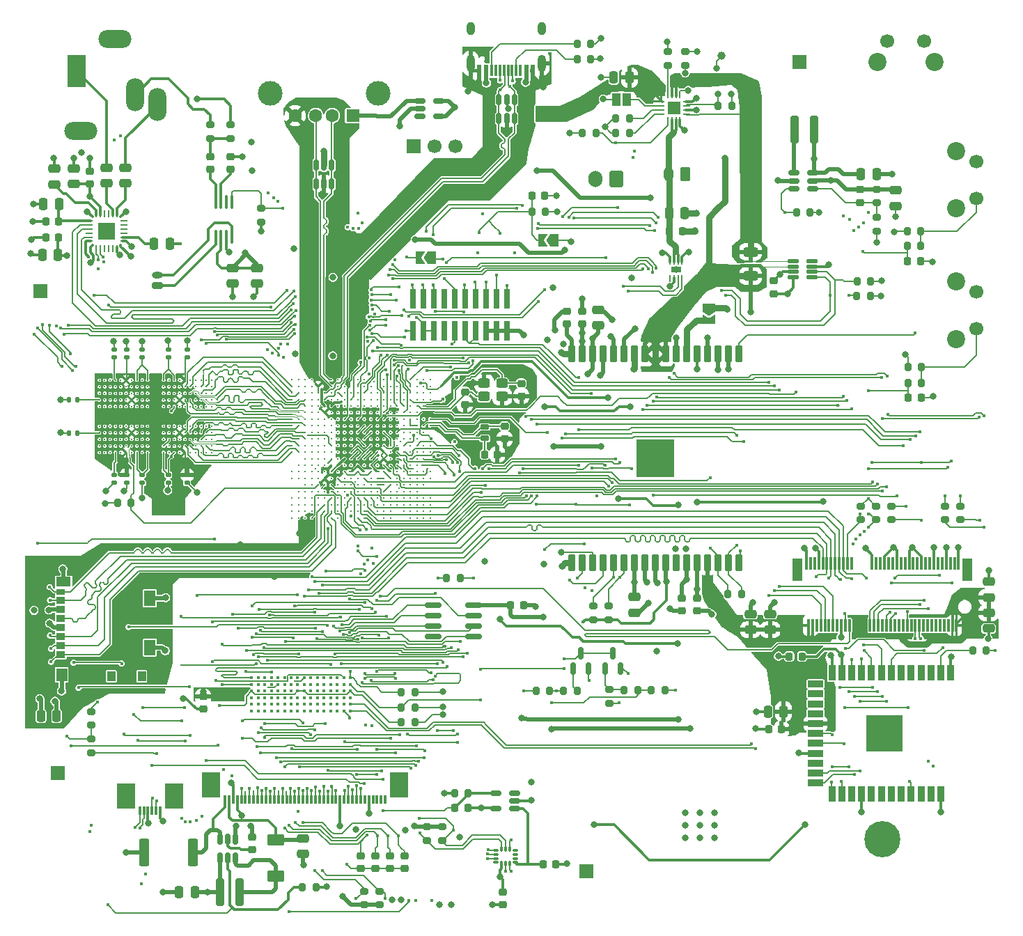
<source format=gtl>
%TF.GenerationSoftware,KiCad,Pcbnew,9.0.5*%
%TF.CreationDate,2025-11-15T17:56:54+00:00*%
%TF.ProjectId,gk,676b2e6b-6963-4616-945f-706362585858,rev?*%
%TF.SameCoordinates,Original*%
%TF.FileFunction,Copper,L1,Top*%
%TF.FilePolarity,Positive*%
%FSLAX46Y46*%
G04 Gerber Fmt 4.6, Leading zero omitted, Abs format (unit mm)*
G04 Created by KiCad (PCBNEW 9.0.5) date 2025-11-15 17:56:54*
%MOMM*%
%LPD*%
G01*
G04 APERTURE LIST*
G04 Aperture macros list*
%AMRoundRect*
0 Rectangle with rounded corners*
0 $1 Rounding radius*
0 $2 $3 $4 $5 $6 $7 $8 $9 X,Y pos of 4 corners*
0 Add a 4 corners polygon primitive as box body*
4,1,4,$2,$3,$4,$5,$6,$7,$8,$9,$2,$3,0*
0 Add four circle primitives for the rounded corners*
1,1,$1+$1,$2,$3*
1,1,$1+$1,$4,$5*
1,1,$1+$1,$6,$7*
1,1,$1+$1,$8,$9*
0 Add four rect primitives between the rounded corners*
20,1,$1+$1,$2,$3,$4,$5,0*
20,1,$1+$1,$4,$5,$6,$7,0*
20,1,$1+$1,$6,$7,$8,$9,0*
20,1,$1+$1,$8,$9,$2,$3,0*%
%AMFreePoly0*
4,1,6,1.000000,0.000000,0.500000,-0.750000,-0.500000,-0.750000,-0.500000,0.750000,0.500000,0.750000,1.000000,0.000000,1.000000,0.000000,$1*%
%AMFreePoly1*
4,1,6,0.500000,-0.750000,-0.650000,-0.750000,-0.150000,0.000000,-0.650000,0.750000,0.500000,0.750000,0.500000,-0.750000,0.500000,-0.750000,$1*%
G04 Aperture macros list end*
%TA.AperFunction,SMDPad,CuDef*%
%ADD10RoundRect,0.087500X-0.225000X-0.087500X0.225000X-0.087500X0.225000X0.087500X-0.225000X0.087500X0*%
%TD*%
%TA.AperFunction,SMDPad,CuDef*%
%ADD11RoundRect,0.087500X-0.087500X-0.225000X0.087500X-0.225000X0.087500X0.225000X-0.087500X0.225000X0*%
%TD*%
%TA.AperFunction,SMDPad,CuDef*%
%ADD12RoundRect,0.062500X-0.062500X0.325000X-0.062500X-0.325000X0.062500X-0.325000X0.062500X0.325000X0*%
%TD*%
%TA.AperFunction,HeatsinkPad*%
%ADD13R,1.200000X0.800000*%
%TD*%
%TA.AperFunction,SMDPad,CuDef*%
%ADD14RoundRect,0.062500X0.062500X-0.375000X0.062500X0.375000X-0.062500X0.375000X-0.062500X-0.375000X0*%
%TD*%
%TA.AperFunction,SMDPad,CuDef*%
%ADD15RoundRect,0.062500X0.375000X-0.062500X0.375000X0.062500X-0.375000X0.062500X-0.375000X-0.062500X0*%
%TD*%
%TA.AperFunction,HeatsinkPad*%
%ADD16R,1.600000X1.600000*%
%TD*%
%TA.AperFunction,SMDPad,CuDef*%
%ADD17RoundRect,0.062500X-0.375000X-0.062500X0.375000X-0.062500X0.375000X0.062500X-0.375000X0.062500X0*%
%TD*%
%TA.AperFunction,SMDPad,CuDef*%
%ADD18RoundRect,0.062500X-0.062500X-0.375000X0.062500X-0.375000X0.062500X0.375000X-0.062500X0.375000X0*%
%TD*%
%TA.AperFunction,SMDPad,CuDef*%
%ADD19RoundRect,0.037500X-0.087500X-0.087500X0.087500X-0.087500X0.087500X0.087500X-0.087500X0.087500X0*%
%TD*%
%TA.AperFunction,HeatsinkPad*%
%ADD20R,2.100000X2.100000*%
%TD*%
%TA.AperFunction,SMDPad,CuDef*%
%ADD21RoundRect,0.250000X-0.475000X0.250000X-0.475000X-0.250000X0.475000X-0.250000X0.475000X0.250000X0*%
%TD*%
%TA.AperFunction,SMDPad,CuDef*%
%ADD22RoundRect,0.150000X0.400000X-0.150000X0.400000X0.150000X-0.400000X0.150000X-0.400000X-0.150000X0*%
%TD*%
%TA.AperFunction,ComponentPad*%
%ADD23C,2.200000*%
%TD*%
%TA.AperFunction,ComponentPad*%
%ADD24C,1.700000*%
%TD*%
%TA.AperFunction,SMDPad,CuDef*%
%ADD25RoundRect,0.200000X-0.200000X-0.275000X0.200000X-0.275000X0.200000X0.275000X-0.200000X0.275000X0*%
%TD*%
%TA.AperFunction,SMDPad,CuDef*%
%ADD26RoundRect,0.225000X-0.250000X0.225000X-0.250000X-0.225000X0.250000X-0.225000X0.250000X0.225000X0*%
%TD*%
%TA.AperFunction,SMDPad,CuDef*%
%ADD27R,1.100000X0.850000*%
%TD*%
%TA.AperFunction,SMDPad,CuDef*%
%ADD28R,1.100000X0.750000*%
%TD*%
%TA.AperFunction,SMDPad,CuDef*%
%ADD29R,1.000000X1.200000*%
%TD*%
%TA.AperFunction,SMDPad,CuDef*%
%ADD30R,1.350000X1.550000*%
%TD*%
%TA.AperFunction,SMDPad,CuDef*%
%ADD31R,1.350000X1.900000*%
%TD*%
%TA.AperFunction,SMDPad,CuDef*%
%ADD32R,1.800000X1.170000*%
%TD*%
%TA.AperFunction,SMDPad,CuDef*%
%ADD33RoundRect,0.200000X0.275000X-0.200000X0.275000X0.200000X-0.275000X0.200000X-0.275000X-0.200000X0*%
%TD*%
%TA.AperFunction,SMDPad,CuDef*%
%ADD34RoundRect,0.150000X0.150000X-0.512500X0.150000X0.512500X-0.150000X0.512500X-0.150000X-0.512500X0*%
%TD*%
%TA.AperFunction,ComponentPad*%
%ADD35R,1.700000X1.700000*%
%TD*%
%TA.AperFunction,SMDPad,CuDef*%
%ADD36RoundRect,0.140000X0.170000X-0.140000X0.170000X0.140000X-0.170000X0.140000X-0.170000X-0.140000X0*%
%TD*%
%TA.AperFunction,SMDPad,CuDef*%
%ADD37RoundRect,0.100000X-0.100000X0.712500X-0.100000X-0.712500X0.100000X-0.712500X0.100000X0.712500X0*%
%TD*%
%TA.AperFunction,SMDPad,CuDef*%
%ADD38RoundRect,0.200000X0.200000X0.275000X-0.200000X0.275000X-0.200000X-0.275000X0.200000X-0.275000X0*%
%TD*%
%TA.AperFunction,SMDPad,CuDef*%
%ADD39RoundRect,0.150000X0.150000X-0.587500X0.150000X0.587500X-0.150000X0.587500X-0.150000X-0.587500X0*%
%TD*%
%TA.AperFunction,SMDPad,CuDef*%
%ADD40R,0.812800X1.879600*%
%TD*%
%TA.AperFunction,SMDPad,CuDef*%
%ADD41R,1.879600X0.812800*%
%TD*%
%TA.AperFunction,SMDPad,CuDef*%
%ADD42R,4.394200X4.394200*%
%TD*%
%TA.AperFunction,BGAPad,CuDef*%
%ADD43C,0.270000*%
%TD*%
%TA.AperFunction,SMDPad,CuDef*%
%ADD44RoundRect,0.250000X-0.800000X0.450000X-0.800000X-0.450000X0.800000X-0.450000X0.800000X0.450000X0*%
%TD*%
%TA.AperFunction,SMDPad,CuDef*%
%ADD45RoundRect,0.200000X-0.275000X0.200000X-0.275000X-0.200000X0.275000X-0.200000X0.275000X0.200000X0*%
%TD*%
%TA.AperFunction,SMDPad,CuDef*%
%ADD46RoundRect,0.250000X-0.250000X-0.475000X0.250000X-0.475000X0.250000X0.475000X-0.250000X0.475000X0*%
%TD*%
%TA.AperFunction,SMDPad,CuDef*%
%ADD47RoundRect,0.250000X0.250000X0.475000X-0.250000X0.475000X-0.250000X-0.475000X0.250000X-0.475000X0*%
%TD*%
%TA.AperFunction,ComponentPad*%
%ADD48R,1.600000X1.500000*%
%TD*%
%TA.AperFunction,ComponentPad*%
%ADD49C,1.600000*%
%TD*%
%TA.AperFunction,ComponentPad*%
%ADD50C,3.000000*%
%TD*%
%TA.AperFunction,SMDPad,CuDef*%
%ADD51R,0.300000X1.100000*%
%TD*%
%TA.AperFunction,SMDPad,CuDef*%
%ADD52R,2.300000X3.100000*%
%TD*%
%TA.AperFunction,SMDPad,CuDef*%
%ADD53RoundRect,0.250000X0.362500X1.425000X-0.362500X1.425000X-0.362500X-1.425000X0.362500X-1.425000X0*%
%TD*%
%TA.AperFunction,SMDPad,CuDef*%
%ADD54RoundRect,0.225000X-0.225000X-0.250000X0.225000X-0.250000X0.225000X0.250000X-0.225000X0.250000X0*%
%TD*%
%TA.AperFunction,SMDPad,CuDef*%
%ADD55R,1.000000X1.500000*%
%TD*%
%TA.AperFunction,SMDPad,CuDef*%
%ADD56R,0.740000X2.400000*%
%TD*%
%TA.AperFunction,SMDPad,CuDef*%
%ADD57RoundRect,0.225000X0.250000X-0.225000X0.250000X0.225000X-0.250000X0.225000X-0.250000X-0.225000X0*%
%TD*%
%TA.AperFunction,SMDPad,CuDef*%
%ADD58FreePoly0,180.000000*%
%TD*%
%TA.AperFunction,SMDPad,CuDef*%
%ADD59FreePoly1,180.000000*%
%TD*%
%TA.AperFunction,SMDPad,CuDef*%
%ADD60RoundRect,0.150000X-0.512500X-0.150000X0.512500X-0.150000X0.512500X0.150000X-0.512500X0.150000X0*%
%TD*%
%TA.AperFunction,SMDPad,CuDef*%
%ADD61FreePoly0,270.000000*%
%TD*%
%TA.AperFunction,SMDPad,CuDef*%
%ADD62FreePoly1,270.000000*%
%TD*%
%TA.AperFunction,SMDPad,CuDef*%
%ADD63RoundRect,0.250000X0.475000X-0.250000X0.475000X0.250000X-0.475000X0.250000X-0.475000X-0.250000X0*%
%TD*%
%TA.AperFunction,SMDPad,CuDef*%
%ADD64RoundRect,0.125000X-0.537500X-0.125000X0.537500X-0.125000X0.537500X0.125000X-0.537500X0.125000X0*%
%TD*%
%TA.AperFunction,SMDPad,CuDef*%
%ADD65RoundRect,0.140000X-0.170000X0.140000X-0.170000X-0.140000X0.170000X-0.140000X0.170000X0.140000X0*%
%TD*%
%TA.AperFunction,SMDPad,CuDef*%
%ADD66RoundRect,0.225000X0.225000X0.250000X-0.225000X0.250000X-0.225000X-0.250000X0.225000X-0.250000X0*%
%TD*%
%TA.AperFunction,SMDPad,CuDef*%
%ADD67RoundRect,0.140000X0.140000X0.170000X-0.140000X0.170000X-0.140000X-0.170000X0.140000X-0.170000X0*%
%TD*%
%TA.AperFunction,SMDPad,CuDef*%
%ADD68R,0.300000X1.550000*%
%TD*%
%TA.AperFunction,SMDPad,CuDef*%
%ADD69R,1.200000X2.750000*%
%TD*%
%TA.AperFunction,ComponentPad*%
%ADD70RoundRect,0.200000X0.450000X-0.200000X0.450000X0.200000X-0.450000X0.200000X-0.450000X-0.200000X0*%
%TD*%
%TA.AperFunction,ComponentPad*%
%ADD71O,1.300000X0.800000*%
%TD*%
%TA.AperFunction,ComponentPad*%
%ADD72O,2.200000X4.000000*%
%TD*%
%TA.AperFunction,ComponentPad*%
%ADD73O,4.000000X2.200000*%
%TD*%
%TA.AperFunction,ComponentPad*%
%ADD74R,2.200000X4.000000*%
%TD*%
%TA.AperFunction,SMDPad,CuDef*%
%ADD75RoundRect,0.150000X0.512500X0.150000X-0.512500X0.150000X-0.512500X-0.150000X0.512500X-0.150000X0*%
%TD*%
%TA.AperFunction,SMDPad,CuDef*%
%ADD76R,0.600000X1.450000*%
%TD*%
%TA.AperFunction,SMDPad,CuDef*%
%ADD77R,0.300000X1.450000*%
%TD*%
%TA.AperFunction,HeatsinkPad*%
%ADD78O,1.000000X2.100000*%
%TD*%
%TA.AperFunction,HeatsinkPad*%
%ADD79O,1.000000X1.600000*%
%TD*%
%TA.AperFunction,SMDPad,CuDef*%
%ADD80RoundRect,0.250000X-0.450000X-0.325000X0.450000X-0.325000X0.450000X0.325000X-0.450000X0.325000X0*%
%TD*%
%TA.AperFunction,SMDPad,CuDef*%
%ADD81RoundRect,0.245000X-0.245000X-1.455000X0.245000X-1.455000X0.245000X1.455000X-0.245000X1.455000X0*%
%TD*%
%TA.AperFunction,SMDPad,CuDef*%
%ADD82RoundRect,0.250000X-0.625000X0.312500X-0.625000X-0.312500X0.625000X-0.312500X0.625000X0.312500X0*%
%TD*%
%TA.AperFunction,ComponentPad*%
%ADD83RoundRect,0.250000X0.600000X0.750000X-0.600000X0.750000X-0.600000X-0.750000X0.600000X-0.750000X0*%
%TD*%
%TA.AperFunction,ComponentPad*%
%ADD84O,1.700000X2.000000*%
%TD*%
%TA.AperFunction,ComponentPad*%
%ADD85C,2.600000*%
%TD*%
%TA.AperFunction,ConnectorPad*%
%ADD86C,4.400000*%
%TD*%
%TA.AperFunction,SMDPad,CuDef*%
%ADD87C,0.320000*%
%TD*%
%TA.AperFunction,SMDPad,CuDef*%
%ADD88RoundRect,0.120000X-0.280000X0.880000X-0.280000X-0.880000X0.280000X-0.880000X0.280000X0.880000X0*%
%TD*%
%TA.AperFunction,SMDPad,CuDef*%
%ADD89R,4.546000X4.546000*%
%TD*%
%TA.AperFunction,SMDPad,CuDef*%
%ADD90RoundRect,0.150000X-0.825000X-0.150000X0.825000X-0.150000X0.825000X0.150000X-0.825000X0.150000X0*%
%TD*%
%TA.AperFunction,SMDPad,CuDef*%
%ADD91C,0.399999*%
%TD*%
%TA.AperFunction,SMDPad,CuDef*%
%ADD92C,1.000000*%
%TD*%
%TA.AperFunction,ComponentPad*%
%ADD93RoundRect,0.250000X0.350000X0.625000X-0.350000X0.625000X-0.350000X-0.625000X0.350000X-0.625000X0*%
%TD*%
%TA.AperFunction,ComponentPad*%
%ADD94O,1.200000X1.750000*%
%TD*%
%TA.AperFunction,ViaPad*%
%ADD95C,0.450000*%
%TD*%
%TA.AperFunction,ViaPad*%
%ADD96C,0.300000*%
%TD*%
%TA.AperFunction,ViaPad*%
%ADD97C,0.800000*%
%TD*%
%TA.AperFunction,Conductor*%
%ADD98C,0.200000*%
%TD*%
%TA.AperFunction,Conductor*%
%ADD99C,0.203200*%
%TD*%
%TA.AperFunction,Conductor*%
%ADD100C,0.152400*%
%TD*%
%TA.AperFunction,Conductor*%
%ADD101C,0.304800*%
%TD*%
%TA.AperFunction,Conductor*%
%ADD102C,0.508000*%
%TD*%
%TA.AperFunction,Conductor*%
%ADD103C,0.762000*%
%TD*%
%TA.AperFunction,Conductor*%
%ADD104C,0.101600*%
%TD*%
%TA.AperFunction,Conductor*%
%ADD105C,0.305000*%
%TD*%
%TA.AperFunction,Conductor*%
%ADD106C,0.102000*%
%TD*%
%TA.AperFunction,Conductor*%
%ADD107C,0.088900*%
%TD*%
%TA.AperFunction,Conductor*%
%ADD108C,0.183642*%
%TD*%
%TA.AperFunction,Conductor*%
%ADD109C,0.170180*%
%TD*%
%TA.AperFunction,Conductor*%
%ADD110C,0.142240*%
%TD*%
G04 APERTURE END LIST*
D10*
%TO.P,U15,1,SDO/SA0*%
%TO.N,GND*%
X100150991Y-132504439D03*
%TO.P,U15,2,SDX*%
X100150991Y-133004439D03*
%TO.P,U15,3,SCX*%
X100150991Y-133504439D03*
%TO.P,U15,4,INT1*%
%TO.N,unconnected-(U15-INT1-Pad4)*%
X100150991Y-134004439D03*
D11*
%TO.P,U15,5,VDDIO*%
%TO.N,VDDIO*%
X100813491Y-134166939D03*
%TO.P,U15,6,GND*%
%TO.N,GND*%
X101313491Y-134166939D03*
%TO.P,U15,7,GND*%
X101813491Y-134166939D03*
D10*
%TO.P,U15,8,VDD*%
%TO.N,Net-(U14-OUT)*%
X102475991Y-134004439D03*
%TO.P,U15,9,INT2*%
%TO.N,unconnected-(U15-INT2-Pad9)*%
X102475991Y-133504439D03*
%TO.P,U15,10,NC*%
%TO.N,unconnected-(U15-NC-Pad10)*%
X102475991Y-133004439D03*
%TO.P,U15,11,NC*%
%TO.N,unconnected-(U15-NC-Pad11)*%
X102475991Y-132504439D03*
D11*
%TO.P,U15,12,CS*%
%TO.N,VDDIO*%
X101813491Y-132341939D03*
%TO.P,U15,13,SCL*%
%TO.N,I2C1_SCL*%
X101313491Y-132341939D03*
%TO.P,U15,14,SDA*%
%TO.N,I2C1_SDA*%
X100813491Y-132341939D03*
%TD*%
D12*
%TO.P,U3,1,CTG*%
%TO.N,GND*%
X122777491Y-60880439D03*
%TO.P,U3,2,CELL*%
%TO.N,VLITH*%
X122277491Y-60880439D03*
%TO.P,U3,3,VDD*%
X121777491Y-60880439D03*
%TO.P,U3,4,GND*%
%TO.N,GND*%
X121277491Y-60880439D03*
%TO.P,U3,5,NALRT*%
%TO.N,unconnected-(U3-NALRT-Pad5)*%
X121277491Y-62980439D03*
%TO.P,U3,6,QSTRT*%
%TO.N,GND*%
X121777491Y-62980439D03*
%TO.P,U3,7,SCL*%
%TO.N,I2C2_SCL*%
X122277491Y-62980439D03*
%TO.P,U3,8,SDA*%
%TO.N,I2C2_SDA*%
X122777491Y-62980439D03*
D13*
%TO.P,U3,9,GND2*%
%TO.N,GND*%
X122027491Y-61930439D03*
%TD*%
D14*
%TO.P,U2,1,TS*%
%TO.N,Net-(J1-Pin_1)*%
X121023491Y-43795439D03*
%TO.P,U2,2,BAT*%
%TO.N,VLITH*%
X121523491Y-43795439D03*
%TO.P,U2,3,BAT*%
X122023491Y-43795439D03*
%TO.P,U2,4,~{CE}*%
%TO.N,GND*%
X122523491Y-43795439D03*
D15*
%TO.P,U2,5,EN2*%
%TO.N,VSYS*%
X123323491Y-42995439D03*
%TO.P,U2,6,EN1*%
%TO.N,GND*%
X123323491Y-42495439D03*
%TO.P,U2,7,~{PGOOD}*%
%TO.N,Net-(U2-~{PGOOD})*%
X123323491Y-41995439D03*
%TO.P,U2,8,VSS*%
%TO.N,GND*%
X123323491Y-41495439D03*
D14*
%TO.P,U2,9,~{CHG}*%
%TO.N,VBAT_STAT*%
X122523491Y-40695439D03*
%TO.P,U2,10,OUT*%
%TO.N,VSYS*%
X122023491Y-40695439D03*
%TO.P,U2,11,OUT*%
X121523491Y-40695439D03*
%TO.P,U2,12,ILIM*%
%TO.N,Net-(U2-ILIM)*%
X121023491Y-40695439D03*
D15*
%TO.P,U2,13,IN*%
%TO.N,USB_VBUS*%
X120223491Y-41495439D03*
%TO.P,U2,14,TMR*%
%TO.N,Net-(JP3-B)*%
X120223491Y-41995439D03*
%TO.P,U2,15,SYSOFF*%
%TO.N,BAT_SYSOFF*%
X120223491Y-42495439D03*
%TO.P,U2,16,ISET*%
%TO.N,Net-(U2-ISET)*%
X120223491Y-42995439D03*
D16*
%TO.P,U2,17,VSS*%
%TO.N,GND*%
X121773491Y-42245439D03*
%TD*%
D17*
%TO.P,U16,1,DREG*%
%TO.N,Net-(U16-DREG)*%
X50712491Y-55981439D03*
%TO.P,U16,2,BCLK*%
%TO.N,SAI2_SCK_A*%
X50712491Y-56481439D03*
%TO.P,U16,3,FSYNC*%
%TO.N,SAI2_FS_A*%
X50712491Y-56981439D03*
%TO.P,U16,4,DOUT*%
%TO.N,unconnected-(U16-DOUT-Pad4)*%
X50712491Y-57481439D03*
%TO.P,U16,5,DIN*%
%TO.N,SAI2_SD_A*%
X50712491Y-57981439D03*
%TO.P,U16,6,IOVDD*%
%TO.N,VDDIO*%
X50712491Y-58481439D03*
D18*
%TO.P,U16,7,SCL*%
%TO.N,I2C2_SCL*%
X51562491Y-59331439D03*
%TO.P,U16,8,SDA*%
%TO.N,I2C2_SDA*%
X52062491Y-59331439D03*
%TO.P,U16,9,GPIO1*%
%TO.N,unconnected-(U16-GPIO1-Pad9)*%
X52562491Y-59331439D03*
%TO.P,U16,10,GPIO2*%
%TO.N,unconnected-(U16-GPIO2-Pad10)*%
X53062491Y-59331439D03*
%TO.P,U16,11,GPO1*%
%TO.N,unconnected-(U16-GPO1-Pad11)*%
X53562491Y-59331439D03*
%TO.P,U16,12,GPI1*%
%TO.N,GND*%
X54062491Y-59331439D03*
D17*
%TO.P,U16,13,ADDR*%
X54912491Y-58481439D03*
%TO.P,U16,14,MICBIAS*%
%TO.N,Net-(U16-MICBIAS)*%
X54912491Y-57981439D03*
%TO.P,U16,15,IN1P*%
%TO.N,unconnected-(U16-IN1P-Pad15)*%
X54912491Y-57481439D03*
%TO.P,U16,16,IN1M*%
%TO.N,unconnected-(U16-IN1M-Pad16)*%
X54912491Y-56981439D03*
%TO.P,U16,17,IN2P*%
%TO.N,unconnected-(U16-IN2P-Pad17)*%
X54912491Y-56481439D03*
%TO.P,U16,18,IN2M*%
%TO.N,unconnected-(U16-IN2M-Pad18)*%
X54912491Y-55981439D03*
D18*
%TO.P,U16,19,OUT1M*%
%TO.N,Net-(U16-OUT1M)*%
X54062491Y-55131439D03*
%TO.P,U16,20,OUT1P*%
%TO.N,Net-(U16-OUT1P)*%
X53562491Y-55131439D03*
%TO.P,U16,21,OUT2P*%
%TO.N,unconnected-(U16-OUT2P-Pad21)*%
X53062491Y-55131439D03*
%TO.P,U16,22,OUT2M*%
%TO.N,unconnected-(U16-OUT2M-Pad22)*%
X52562491Y-55131439D03*
%TO.P,U16,23,AVDD*%
%TO.N,VDDAUDIO*%
X52062491Y-55131439D03*
%TO.P,U16,24,VREF*%
%TO.N,Net-(U16-VREF)*%
X51562491Y-55131439D03*
D19*
%TO.P,U16,A1,_VSSA1*%
%TO.N,GND*%
X51087491Y-55506439D03*
%TO.P,U16,A2,_VSSA2*%
X51087491Y-58956439D03*
%TO.P,U16,A3,_VSSA3*%
X54537491Y-58956439D03*
%TO.P,U16,A4,_VSSA4*%
X54537491Y-55506439D03*
D20*
%TO.P,U16,EP,VSS*%
X52812491Y-57231439D03*
%TD*%
D21*
%TO.P,C132,1*%
%TO.N,VDDAUDIO*%
X71100491Y-61742439D03*
%TO.P,C132,2*%
%TO.N,GND*%
X71100491Y-63642439D03*
%TD*%
D22*
%TO.P,Y2,1,1*%
%TO.N,Net-(U5E-OSC32_IN)*%
X98786491Y-82442439D03*
%TO.P,Y2,2,2*%
%TO.N,Net-(U5E-OSC32_OUT)*%
X98786491Y-81042439D03*
%TD*%
D23*
%TO.P,SW_ONOFF1,*%
%TO.N,*%
X146488491Y-36679439D03*
X153488491Y-36679439D03*
D24*
%TO.P,SW_ONOFF1,1,1*%
%TO.N,GND*%
X147738491Y-34179439D03*
%TO.P,SW_ONOFF1,2,2*%
%TO.N,Net-(U1-PONKEYN)*%
X152238491Y-34179439D03*
%TD*%
D25*
%TO.P,R51,1*%
%TO.N,Net-(J7-CC2)*%
X110038491Y-34454439D03*
%TO.P,R51,2*%
%TO.N,GND*%
X111688491Y-34454439D03*
%TD*%
D26*
%TO.P,C107,1*%
%TO.N,Net-(U8-EN)*%
X144442991Y-52201939D03*
%TO.P,C107,2*%
%TO.N,Net-(U9-V_{FB})*%
X144442991Y-53751939D03*
%TD*%
D27*
%TO.P,J4,1,DAT2*%
%TO.N,SDMMC1_D2*%
X47235491Y-108723439D03*
%TO.P,J4,2,DAT3/CD*%
%TO.N,SDMMC1_D3*%
X47235491Y-107623439D03*
%TO.P,J4,3,CMD*%
%TO.N,SDMMC1_CMD*%
X47235491Y-106523439D03*
%TO.P,J4,4,VDD*%
%TO.N,VDDSDCARD*%
X47235491Y-105423439D03*
%TO.P,J4,5,CLK*%
%TO.N,SDMMC1_CK*%
X47235491Y-104323439D03*
%TO.P,J4,6,VSS*%
%TO.N,GND*%
X47235491Y-103223439D03*
%TO.P,J4,7,DAT0*%
%TO.N,SDMMC1_D0*%
X47235491Y-102123439D03*
D28*
%TO.P,J4,8,DAT1*%
%TO.N,SDMMC1_D1*%
X47235491Y-101073439D03*
D29*
%TO.P,J4,9,DET_B*%
%TO.N,unconnected-(J4-DET_B-Pad9)*%
X53385491Y-111358439D03*
%TO.P,J4,10,DET_A*%
%TO.N,unconnected-(J4-DET_A-Pad10)*%
X57085491Y-111358439D03*
D30*
%TO.P,J4,11,SHIELD*%
%TO.N,GND*%
X47360491Y-111183439D03*
D31*
X58060491Y-107858439D03*
X58060491Y-101888439D03*
D32*
X47585491Y-99863439D03*
%TD*%
D33*
%TO.P,R8,1*%
%TO.N,VBAT_STAT*%
X123170491Y-37101439D03*
%TO.P,R8,2*%
%TO.N,VDDIO*%
X123170491Y-35451439D03*
%TD*%
D34*
%TO.P,U11,1*%
%TO.N,USB_D_N*%
X100503491Y-43509939D03*
%TO.P,U11,2*%
%TO.N,GND*%
X101453491Y-43509939D03*
%TO.P,U11,3*%
%TO.N,USB_D_P*%
X102403491Y-43509939D03*
%TO.P,U11,4*%
X102403491Y-41234939D03*
%TO.P,U11,5*%
%TO.N,USB_VBUS*%
X101453491Y-41234939D03*
%TO.P,U11,6*%
%TO.N,USB_D_N*%
X100503491Y-41234939D03*
%TD*%
D35*
%TO.P,TP4,1,1*%
%TO.N,GND*%
X46906991Y-123144439D03*
%TD*%
D36*
%TO.P,C85,1*%
%TO.N,VDDDDR*%
X53703491Y-72604439D03*
%TO.P,C85,2*%
%TO.N,GND*%
X53703491Y-71644439D03*
%TD*%
D37*
%TO.P,U17,1,~{SD}*%
%TO.N,SPKR_NSD*%
X68011491Y-53721939D03*
%TO.P,U17,2,NC*%
%TO.N,unconnected-(U17-NC-Pad2)*%
X67361491Y-53721939D03*
%TO.P,U17,3,IN+*%
%TO.N,Net-(U17-IN+)*%
X66711491Y-53721939D03*
%TO.P,U17,4,IN-*%
%TO.N,Net-(U17-IN-)*%
X66061491Y-53721939D03*
%TO.P,U17,5,OUT+*%
%TO.N,Net-(J13-Pin_1)*%
X66061491Y-57946939D03*
%TO.P,U17,6,VDD*%
%TO.N,VDDAUDIO*%
X66711491Y-57946939D03*
%TO.P,U17,7,GND*%
%TO.N,GND*%
X67361491Y-57946939D03*
%TO.P,U17,8,OUT-*%
%TO.N,Net-(J13-Pin_2)*%
X68011491Y-57946939D03*
%TD*%
D38*
%TO.P,R52,1*%
%TO.N,VDDIO*%
X90276991Y-116984939D03*
%TO.P,R52,2*%
%TO.N,LS_OE_N*%
X88626991Y-116984939D03*
%TD*%
D39*
%TO.P,Q2,1,G*%
%TO.N,Net-(Q2-G)*%
X113388491Y-110441939D03*
%TO.P,Q2,2,S*%
%TO.N,GND*%
X115288491Y-110441939D03*
%TO.P,Q2,3,D*%
%TO.N,Net-(Q1-D)*%
X114338491Y-108566939D03*
%TD*%
D40*
%TO.P,U25,1,GND*%
%TO.N,GND*%
X155440251Y-110952439D03*
%TO.P,U25,2,SDIO/SPI_CFG*%
%TO.N,Net-(U25-SDIO{slash}SPI_CFG)*%
X154236291Y-110952439D03*
%TO.P,U25,3,NC*%
%TO.N,unconnected-(U25-NC-Pad3)*%
X153032331Y-110952439D03*
%TO.P,U25,4,NC*%
%TO.N,unconnected-(U25-NC-Pad4)*%
X151828371Y-110952439D03*
%TO.P,U25,5,NC*%
%TO.N,unconnected-(U25-NC-Pad5)*%
X150624411Y-110952439D03*
%TO.P,U25,6,NC*%
%TO.N,unconnected-(U25-NC-Pad6)*%
X149420451Y-110952439D03*
%TO.P,U25,7,RESETN*%
%TO.N,WILC_NRST*%
X148216491Y-110952439D03*
%TO.P,U25,8,BT_TXD*%
%TO.N,USART2_RX*%
X147012531Y-110952439D03*
%TO.P,U25,9,BT_RXD*%
%TO.N,USART2_TX*%
X145808571Y-110952439D03*
%TO.P,U25,10,BT_RTS/I2C_SDA_S*%
%TO.N,USART2_CTS*%
X144604611Y-110952439D03*
%TO.P,U25,11,BT_CTS/I2C_SCL_S*%
%TO.N,USART2_RTS*%
X143400651Y-110952439D03*
%TO.P,U25,12,VDDIO*%
%TO.N,VDDIO*%
X142196691Y-110952439D03*
%TO.P,U25,13,GND*%
%TO.N,GND*%
X140992731Y-110952439D03*
D41*
%TO.P,U25,14,GPIO3*%
%TO.N,unconnected-(U25-GPIO3-Pad14)*%
X139007391Y-112296139D03*
%TO.P,U25,15,GPIO4*%
%TO.N,unconnected-(U25-GPIO4-Pad15)*%
X139007391Y-113500099D03*
%TO.P,U25,16,UART_TXD*%
%TO.N,unconnected-(U25-UART_TXD-Pad16)*%
X139007391Y-114704059D03*
%TO.P,U25,17,UART_RXD*%
%TO.N,unconnected-(U25-UART_RXD-Pad17)*%
X139007391Y-115908019D03*
%TO.P,U25,18,VBAT*%
%TO.N,+3V3*%
X139007391Y-117111979D03*
%TO.P,U25,19,CHIP_EN*%
%TO.N,WILC_CHIP_EN*%
X139007391Y-118315939D03*
%TO.P,U25,20,RTC_CLK*%
%TO.N,MCO1*%
X139007391Y-119519899D03*
%TO.P,U25,21,GND*%
%TO.N,GND*%
X139007391Y-120723859D03*
%TO.P,U25,22,SD_CLK/GPIO8*%
%TO.N,unconnected-(U25-SD_CLK{slash}GPIO8-Pad22)*%
X139007391Y-121927819D03*
%TO.P,U25,23,SD_CMD/SPI_SCK*%
%TO.N,SPI3_SCK*%
X139007391Y-123131779D03*
%TO.P,U25,24,SD_DAT0/SPI_MISO*%
%TO.N,SPI3_MISO*%
X139007391Y-124335739D03*
D40*
%TO.P,U25,25,SD_DAT1/SPI_SSN*%
%TO.N,SPI3_NSS*%
X140992731Y-125684439D03*
%TO.P,U25,26,SD_DAT2/SPI_MOSI*%
%TO.N,SPI3_MOSI*%
X142196691Y-125684439D03*
%TO.P,U25,27,SD_DAT3/GPIO7*%
%TO.N,unconnected-(U25-SD_DAT3{slash}GPIO7-Pad27)*%
X143400651Y-125684439D03*
%TO.P,U25,28,GND*%
%TO.N,GND*%
X144604611Y-125684439D03*
%TO.P,U25,29,GPIO17*%
%TO.N,unconnected-(U25-GPIO17-Pad29)*%
X145808571Y-125684439D03*
%TO.P,U25,30,GPIO18*%
%TO.N,unconnected-(U25-GPIO18-Pad30)*%
X147012531Y-125684439D03*
%TO.P,U25,31,GPIO19*%
%TO.N,unconnected-(U25-GPIO19-Pad31)*%
X148216491Y-125684439D03*
%TO.P,U25,32,GPIO20*%
%TO.N,unconnected-(U25-GPIO20-Pad32)*%
X149420451Y-125684439D03*
%TO.P,U25,33,IRQN*%
%TO.N,WILC_IRQ*%
X150624411Y-125684439D03*
%TO.P,U25,34,GPIO21*%
%TO.N,unconnected-(U25-GPIO21-Pad34)*%
X151828371Y-125684439D03*
%TO.P,U25,35,GPIO0*%
%TO.N,unconnected-(U25-GPIO0-Pad35)*%
X153032331Y-125684439D03*
%TO.P,U25,36,GND*%
%TO.N,GND*%
X154236291Y-125684439D03*
D42*
%TO.P,U25,37,GND*%
X147335491Y-118270439D03*
%TD*%
D43*
%TO.P,U6,A1,DNU*%
%TO.N,unconnected-(U6A-DNU-PadA1)*%
X65588491Y-75354439D03*
%TO.P,U6,A2,DNU*%
%TO.N,unconnected-(U6A-DNU-PadA2)*%
X65588491Y-76154439D03*
%TO.P,U6,A3,VSS*%
%TO.N,GND*%
X65588491Y-76954439D03*
%TO.P,U6,A4,VDD2*%
%TO.N,VDDDDR*%
X65588491Y-77754439D03*
%TO.P,U6,A5,ZQ0*%
%TO.N,Net-(U6B-ZQ0)*%
X65588491Y-78554439D03*
%TO.P,U6,A8,NC*%
%TO.N,unconnected-(U6B-NC-PadA8)*%
X65588491Y-80954439D03*
%TO.P,U6,A9,VDD2*%
%TO.N,VDDDDR*%
X65588491Y-81754439D03*
%TO.P,U6,A10,VSS*%
%TO.N,GND*%
X65588491Y-82554439D03*
%TO.P,U6,A11,DNU*%
%TO.N,unconnected-(U6A-DNU-PadA11)*%
X65588491Y-83354439D03*
%TO.P,U6,A12,DNU*%
%TO.N,unconnected-(U6A-DNU-PadA12)*%
X65588491Y-84154439D03*
%TO.P,U6,AA1,DNU*%
%TO.N,unconnected-(U6B-DNU-PadAA1)*%
X52588491Y-75354439D03*
%TO.P,U6,AA2,DQ0_B*%
%TO.N,unconnected-(U6B-DQ0_B-PadAA2)*%
X52588491Y-76154439D03*
%TO.P,U6,AA3,VDDQ*%
%TO.N,VDDDDR*%
X52588491Y-76954439D03*
%TO.P,U6,AA4,DQ7_B*%
%TO.N,unconnected-(U6B-DQ7_B-PadAA4)*%
X52588491Y-77754439D03*
%TO.P,U6,AA5,VDDQ*%
%TO.N,VDDDDR*%
X52588491Y-78554439D03*
%TO.P,U6,AA8,VDDQ*%
X52588491Y-80954439D03*
%TO.P,U6,AA9,DQ15_B*%
%TO.N,unconnected-(U6B-DQ15_B-PadAA9)*%
X52588491Y-81754439D03*
%TO.P,U6,AA10,VDDQ*%
%TO.N,VDDDDR*%
X52588491Y-82554439D03*
%TO.P,U6,AA11,DQ8_B*%
%TO.N,unconnected-(U6B-DQ8_B-PadAA11)*%
X52588491Y-83354439D03*
%TO.P,U6,AA12,DNU*%
%TO.N,unconnected-(U6B-DNU-PadAA12)*%
X52588491Y-84154439D03*
%TO.P,U6,AB1,DNU*%
%TO.N,unconnected-(U6B-DNU-PadAB1)*%
X51938491Y-75354439D03*
%TO.P,U6,AB2,DNU*%
%TO.N,unconnected-(U6B-DNU-PadAB2)*%
X51938491Y-76154439D03*
%TO.P,U6,AB3,VSS*%
%TO.N,GND*%
X51938491Y-76954439D03*
%TO.P,U6,AB4,VDD2*%
%TO.N,VDDDDR*%
X51938491Y-77754439D03*
%TO.P,U6,AB5,VSS*%
%TO.N,GND*%
X51938491Y-78554439D03*
%TO.P,U6,AB8,VSS*%
X51938491Y-80954439D03*
%TO.P,U6,AB9,VDD2*%
%TO.N,VDDDDR*%
X51938491Y-81754439D03*
%TO.P,U6,AB10,VSS*%
%TO.N,GND*%
X51938491Y-82554439D03*
%TO.P,U6,AB11,DNU*%
%TO.N,unconnected-(U6B-DNU-PadAB11)*%
X51938491Y-83354439D03*
%TO.P,U6,AB12,DNU*%
%TO.N,unconnected-(U6B-DNU-PadAB12)*%
X51938491Y-84154439D03*
%TO.P,U6,B1,DNU*%
%TO.N,unconnected-(U6A-DNU-PadB1)*%
X64938491Y-75354439D03*
%TO.P,U6,B2,DQ0_A*%
%TO.N,DDR_DQ0_A*%
X64938491Y-76154439D03*
%TO.P,U6,B3,VDDQ*%
%TO.N,VDDDDR*%
X64938491Y-76954439D03*
%TO.P,U6,B4,DQ7_A*%
%TO.N,DDR_DQ7_A*%
X64938491Y-77754439D03*
%TO.P,U6,B5,VDDQ*%
%TO.N,VDDDDR*%
X64938491Y-78554439D03*
%TO.P,U6,B8,VDDQ*%
X64938491Y-80954439D03*
%TO.P,U6,B9,DQ15_A*%
%TO.N,DDR_DQ14_A*%
X64938491Y-81754439D03*
%TO.P,U6,B10,VDDQ*%
%TO.N,VDDDDR*%
X64938491Y-82554439D03*
%TO.P,U6,B11,DQ8_A*%
%TO.N,DDR_DQ8_A*%
X64938491Y-83354439D03*
%TO.P,U6,B12,DNU*%
%TO.N,unconnected-(U6A-DNU-PadB12)*%
X64938491Y-84154439D03*
%TO.P,U6,C1,VSS*%
%TO.N,GND*%
X64288491Y-75354439D03*
%TO.P,U6,C2,DQ1_A*%
%TO.N,DDR_DQ1_A*%
X64288491Y-76154439D03*
%TO.P,U6,C3,DMI0_A*%
%TO.N,DDR_DMI0_A*%
X64288491Y-76954439D03*
%TO.P,U6,C4,DQ6_A*%
%TO.N,DDR_DQ6_A*%
X64288491Y-77754439D03*
%TO.P,U6,C5,VSS*%
%TO.N,GND*%
X64288491Y-78554439D03*
%TO.P,U6,C8,VSS*%
X64288491Y-80954439D03*
%TO.P,U6,C9,DQ14_A*%
%TO.N,DDR_DQ15_A*%
X64288491Y-81754439D03*
%TO.P,U6,C10,DMI1_A*%
%TO.N,DDR_DMI1_A*%
X64288491Y-82554439D03*
%TO.P,U6,C11,DQ9_A*%
%TO.N,DDR_DQ9_A*%
X64288491Y-83354439D03*
%TO.P,U6,C12,VSS*%
%TO.N,GND*%
X64288491Y-84154439D03*
%TO.P,U6,D1,VDDQ*%
%TO.N,VDDDDR*%
X63638491Y-75354439D03*
%TO.P,U6,D2,VSS*%
%TO.N,GND*%
X63638491Y-76154439D03*
%TO.P,U6,D3,DQS0_T_A*%
%TO.N,DDR_DQS0_A_P*%
X63638491Y-76954439D03*
%TO.P,U6,D4,VSS*%
%TO.N,GND*%
X63638491Y-77754439D03*
%TO.P,U6,D5,VDDQ*%
%TO.N,VDDDDR*%
X63638491Y-78554439D03*
%TO.P,U6,D8,VDDQ*%
X63638491Y-80954439D03*
%TO.P,U6,D9,VSS*%
%TO.N,GND*%
X63638491Y-81754439D03*
%TO.P,U6,D10,DQS1_T_A*%
%TO.N,DDR_DQS1_A_P*%
X63638491Y-82554439D03*
%TO.P,U6,D11,VSS*%
%TO.N,GND*%
X63638491Y-83354439D03*
%TO.P,U6,D12,VDDQ*%
%TO.N,VDDDDR*%
X63638491Y-84154439D03*
%TO.P,U6,E1,VSS*%
%TO.N,GND*%
X62988491Y-75354439D03*
%TO.P,U6,E2,DQ2_A*%
%TO.N,DDR_DQ2_A*%
X62988491Y-76154439D03*
%TO.P,U6,E3,DQS0_C_A*%
%TO.N,DDR_DQS0_A_N*%
X62988491Y-76954439D03*
%TO.P,U6,E4,DQ5_A*%
%TO.N,DDR_DQ5_A*%
X62988491Y-77754439D03*
%TO.P,U6,E5,VSS*%
%TO.N,GND*%
X62988491Y-78554439D03*
%TO.P,U6,E8,VSS*%
X62988491Y-80954439D03*
%TO.P,U6,E9,DQ13_A*%
%TO.N,DDR_DQ13_A*%
X62988491Y-81754439D03*
%TO.P,U6,E10,DQS1_C_A*%
%TO.N,DDR_DQS1_A_N*%
X62988491Y-82554439D03*
%TO.P,U6,E11,DQ10_A*%
%TO.N,DDR_DQ10_A*%
X62988491Y-83354439D03*
%TO.P,U6,E12,VSS*%
%TO.N,GND*%
X62988491Y-84154439D03*
%TO.P,U6,F1,VDD1*%
%TO.N,VDDLPDDRVDD1*%
X62338491Y-75354439D03*
%TO.P,U6,F2,DQ3_A*%
%TO.N,DDR_DQ3_A*%
X62338491Y-76154439D03*
%TO.P,U6,F3,VDDQ*%
%TO.N,VDDDDR*%
X62338491Y-76954439D03*
%TO.P,U6,F4,DQ4_A*%
%TO.N,DDR_DQ4_A*%
X62338491Y-77754439D03*
%TO.P,U6,F5,VDD2*%
%TO.N,VDDDDR*%
X62338491Y-78554439D03*
%TO.P,U6,F8,VDD2*%
X62338491Y-80954439D03*
%TO.P,U6,F9,DQ12_A*%
%TO.N,DDR_DQ12_A*%
X62338491Y-81754439D03*
%TO.P,U6,F10,VDDQ*%
%TO.N,VDDDDR*%
X62338491Y-82554439D03*
%TO.P,U6,F11,DQ11_A*%
%TO.N,DDR_DQ11_A*%
X62338491Y-83354439D03*
%TO.P,U6,F12,VDD1*%
%TO.N,VDDLPDDRVDD1*%
X62338491Y-84154439D03*
%TO.P,U6,G1,VSS*%
%TO.N,GND*%
X61688491Y-75354439D03*
%TO.P,U6,G2,ODT_CA_A*%
%TO.N,VDDDDR*%
X61688491Y-76154439D03*
%TO.P,U6,G3,VSS*%
%TO.N,GND*%
X61688491Y-76954439D03*
%TO.P,U6,G4,VDD1*%
%TO.N,VDDLPDDRVDD1*%
X61688491Y-77754439D03*
%TO.P,U6,G5,VSS*%
%TO.N,GND*%
X61688491Y-78554439D03*
%TO.P,U6,G8,VSS*%
X61688491Y-80954439D03*
%TO.P,U6,G9,VDD1*%
%TO.N,VDDLPDDRVDD1*%
X61688491Y-81754439D03*
%TO.P,U6,G10,VSS*%
%TO.N,GND*%
X61688491Y-82554439D03*
%TO.P,U6,G11,NC*%
%TO.N,unconnected-(U6B-NC-PadG11)*%
X61688491Y-83354439D03*
%TO.P,U6,G12,VSS*%
%TO.N,GND*%
X61688491Y-84154439D03*
%TO.P,U6,H1,VDD2*%
%TO.N,VDDDDR*%
X61038491Y-75354439D03*
%TO.P,U6,H2,CA0_A*%
%TO.N,DDR_CA0_A*%
X61038491Y-76154439D03*
%TO.P,U6,H3,NC*%
%TO.N,unconnected-(U6A-NC-PadH3)*%
X61038491Y-76954439D03*
%TO.P,U6,H4,CS0_A*%
%TO.N,DDR_CS0_A*%
X61038491Y-77754439D03*
%TO.P,U6,H5,VDD2*%
%TO.N,VDDDDR*%
X61038491Y-78554439D03*
%TO.P,U6,H8,VDD2*%
X61038491Y-80954439D03*
%TO.P,U6,H9,CA2_A*%
%TO.N,DDR_CA2_A*%
X61038491Y-81754439D03*
%TO.P,U6,H10,CA3_A*%
%TO.N,DDR_CA3_A*%
X61038491Y-82554439D03*
%TO.P,U6,H11,CA4_A*%
%TO.N,DDR_CA4_A*%
X61038491Y-83354439D03*
%TO.P,U6,H12,VDD2*%
%TO.N,VDDDDR*%
X61038491Y-84154439D03*
%TO.P,U6,J1,VSS*%
%TO.N,GND*%
X60388491Y-75354439D03*
%TO.P,U6,J2,CA1_A*%
%TO.N,DDR_CA1_A*%
X60388491Y-76154439D03*
%TO.P,U6,J3,VSS*%
%TO.N,GND*%
X60388491Y-76954439D03*
%TO.P,U6,J4,CKE0_A*%
%TO.N,DDR_CKE0_A*%
X60388491Y-77754439D03*
%TO.P,U6,J5,NC*%
%TO.N,unconnected-(U6A-NC-PadJ5)*%
X60388491Y-78554439D03*
%TO.P,U6,J8,CK_T_A*%
%TO.N,DDR_CK_A_P*%
X60388491Y-80954439D03*
%TO.P,U6,J9,CK_C_A*%
%TO.N,DDR_CK_A_N*%
X60388491Y-81754439D03*
%TO.P,U6,J10,VSS*%
%TO.N,GND*%
X60388491Y-82554439D03*
%TO.P,U6,J11,CA5_A*%
%TO.N,DDR_CA5_A*%
X60388491Y-83354439D03*
%TO.P,U6,J12,VSS*%
%TO.N,GND*%
X60388491Y-84154439D03*
%TO.P,U6,K1,VDD2*%
%TO.N,VDDDDR*%
X59738491Y-75354439D03*
%TO.P,U6,K2,VSS*%
%TO.N,GND*%
X59738491Y-76154439D03*
%TO.P,U6,K3,VDD2*%
%TO.N,VDDDDR*%
X59738491Y-76954439D03*
%TO.P,U6,K4,VSS*%
%TO.N,GND*%
X59738491Y-77754439D03*
%TO.P,U6,K5,NC*%
%TO.N,unconnected-(U6A-NC-PadK5)*%
X59738491Y-78554439D03*
%TO.P,U6,K8,NC*%
%TO.N,unconnected-(U6A-NC-PadK8)*%
X59738491Y-80954439D03*
%TO.P,U6,K9,VSS*%
%TO.N,GND*%
X59738491Y-81754439D03*
%TO.P,U6,K10,VDD2*%
%TO.N,VDDDDR*%
X59738491Y-82554439D03*
%TO.P,U6,K11,VSS*%
%TO.N,GND*%
X59738491Y-83354439D03*
%TO.P,U6,K12,VDD2*%
%TO.N,VDDDDR*%
X59738491Y-84154439D03*
%TO.P,U6,N1,VDD2*%
X57788491Y-75354439D03*
%TO.P,U6,N2,VSS*%
%TO.N,GND*%
X57788491Y-76154439D03*
%TO.P,U6,N3,VDD2*%
%TO.N,VDDDDR*%
X57788491Y-76954439D03*
%TO.P,U6,N4,VSS*%
%TO.N,GND*%
X57788491Y-77754439D03*
%TO.P,U6,N5,NC*%
%TO.N,unconnected-(U6B-NC-PadN5)*%
X57788491Y-78554439D03*
%TO.P,U6,N8,NC*%
%TO.N,unconnected-(U6B-NC-PadN8)*%
X57788491Y-80954439D03*
%TO.P,U6,N9,VSS*%
%TO.N,GND*%
X57788491Y-81754439D03*
%TO.P,U6,N10,VDD2*%
%TO.N,VDDDDR*%
X57788491Y-82554439D03*
%TO.P,U6,N11,VSS*%
%TO.N,GND*%
X57788491Y-83354439D03*
%TO.P,U6,N12,VDD2*%
%TO.N,VDDDDR*%
X57788491Y-84154439D03*
%TO.P,U6,P1,VSS*%
%TO.N,GND*%
X57138491Y-75354439D03*
%TO.P,U6,P2,CA1_B*%
%TO.N,unconnected-(U6B-CA1_B-PadP2)*%
X57138491Y-76154439D03*
%TO.P,U6,P3,VSS*%
%TO.N,GND*%
X57138491Y-76954439D03*
%TO.P,U6,P4,CKE0_B*%
%TO.N,unconnected-(U6B-CKE0_B-PadP4)*%
X57138491Y-77754439D03*
%TO.P,U6,P5,NC*%
%TO.N,unconnected-(U6B-NC-PadP5)*%
X57138491Y-78554439D03*
%TO.P,U6,P8,CK_T_B*%
%TO.N,unconnected-(U6B-CK_T_B-PadP8)*%
X57138491Y-80954439D03*
%TO.P,U6,P9,CK_C_B*%
%TO.N,unconnected-(U6B-CK_C_B-PadP9)*%
X57138491Y-81754439D03*
%TO.P,U6,P10,VSS*%
%TO.N,GND*%
X57138491Y-82554439D03*
%TO.P,U6,P11,CA5_B*%
%TO.N,unconnected-(U6B-CA5_B-PadP11)*%
X57138491Y-83354439D03*
%TO.P,U6,P12,VSS*%
%TO.N,GND*%
X57138491Y-84154439D03*
%TO.P,U6,R1,VDD2*%
%TO.N,VDDDDR*%
X56488491Y-75354439D03*
%TO.P,U6,R2,CA0_B*%
%TO.N,unconnected-(U6B-CA0_B-PadR2)*%
X56488491Y-76154439D03*
%TO.P,U6,R3,NC*%
%TO.N,unconnected-(U6B-NC-PadR3)*%
X56488491Y-76954439D03*
%TO.P,U6,R4,CS0_B*%
%TO.N,unconnected-(U6B-CS0_B-PadR4)*%
X56488491Y-77754439D03*
%TO.P,U6,R5,VDD2*%
%TO.N,VDDDDR*%
X56488491Y-78554439D03*
%TO.P,U6,R8,VDD2*%
X56488491Y-80954439D03*
%TO.P,U6,R9,CA2_B*%
%TO.N,unconnected-(U6B-CA2_B-PadR9)*%
X56488491Y-81754439D03*
%TO.P,U6,R10,CA3_B*%
%TO.N,unconnected-(U6B-CA3_B-PadR10)*%
X56488491Y-82554439D03*
%TO.P,U6,R11,CA4_B*%
%TO.N,unconnected-(U6B-CA4_B-PadR11)*%
X56488491Y-83354439D03*
%TO.P,U6,R12,VDD2*%
%TO.N,VDDDDR*%
X56488491Y-84154439D03*
%TO.P,U6,T1,VSS*%
%TO.N,GND*%
X55838491Y-75354439D03*
%TO.P,U6,T2,ODT_CA_B*%
%TO.N,unconnected-(U6B-ODT_CA_B-PadT2)*%
X55838491Y-76154439D03*
%TO.P,U6,T3,VSS*%
%TO.N,GND*%
X55838491Y-76954439D03*
%TO.P,U6,T4,VDD1*%
%TO.N,VDDLPDDRVDD1*%
X55838491Y-77754439D03*
%TO.P,U6,T5,VSS*%
%TO.N,GND*%
X55838491Y-78554439D03*
%TO.P,U6,T8,VSS*%
X55838491Y-80954439D03*
%TO.P,U6,T9,VDD1*%
%TO.N,VDDLPDDRVDD1*%
X55838491Y-81754439D03*
%TO.P,U6,T10,VSS*%
%TO.N,GND*%
X55838491Y-82554439D03*
%TO.P,U6,T11,RESET_N*%
%TO.N,DDR_RESET_N*%
X55838491Y-83354439D03*
%TO.P,U6,T12,VSS*%
%TO.N,GND*%
X55838491Y-84154439D03*
%TO.P,U6,U1,VDD1*%
%TO.N,VDDLPDDRVDD1*%
X55188491Y-75354439D03*
%TO.P,U6,U2,DQ3_B*%
%TO.N,unconnected-(U6B-DQ3_B-PadU2)*%
X55188491Y-76154439D03*
%TO.P,U6,U3,VDDQ*%
%TO.N,VDDDDR*%
X55188491Y-76954439D03*
%TO.P,U6,U4,DQ4_B*%
%TO.N,unconnected-(U6B-DQ4_B-PadU4)*%
X55188491Y-77754439D03*
%TO.P,U6,U5,VDD2*%
%TO.N,VDDDDR*%
X55188491Y-78554439D03*
%TO.P,U6,U8,VDD2*%
X55188491Y-80954439D03*
%TO.P,U6,U9,DQ12_B*%
%TO.N,unconnected-(U6B-DQ12_B-PadU9)*%
X55188491Y-81754439D03*
%TO.P,U6,U10,VDDQ*%
%TO.N,VDDDDR*%
X55188491Y-82554439D03*
%TO.P,U6,U11,DQ11_B*%
%TO.N,unconnected-(U6B-DQ11_B-PadU11)*%
X55188491Y-83354439D03*
%TO.P,U6,U12,VDD1*%
%TO.N,VDDLPDDRVDD1*%
X55188491Y-84154439D03*
%TO.P,U6,V1,VSS*%
%TO.N,GND*%
X54538491Y-75354439D03*
%TO.P,U6,V2,DQ2_B*%
%TO.N,unconnected-(U6B-DQ2_B-PadV2)*%
X54538491Y-76154439D03*
%TO.P,U6,V3,DQS0_C_B*%
%TO.N,unconnected-(U6B-DQS0_C_B-PadV3)*%
X54538491Y-76954439D03*
%TO.P,U6,V4,DQ5_B*%
%TO.N,unconnected-(U6B-DQ5_B-PadV4)*%
X54538491Y-77754439D03*
%TO.P,U6,V5,VSS*%
%TO.N,GND*%
X54538491Y-78554439D03*
%TO.P,U6,V8,VSS*%
X54538491Y-80954439D03*
%TO.P,U6,V9,DQ13_B*%
%TO.N,unconnected-(U6B-DQ13_B-PadV9)*%
X54538491Y-81754439D03*
%TO.P,U6,V10,DQS1_C_B*%
%TO.N,unconnected-(U6B-DQS1_C_B-PadV10)*%
X54538491Y-82554439D03*
%TO.P,U6,V11,DQ10_B*%
%TO.N,unconnected-(U6B-DQ10_B-PadV11)*%
X54538491Y-83354439D03*
%TO.P,U6,V12,VSS*%
%TO.N,GND*%
X54538491Y-84154439D03*
%TO.P,U6,W1,VDDQ*%
%TO.N,VDDDDR*%
X53888491Y-75354439D03*
%TO.P,U6,W2,VSS*%
%TO.N,GND*%
X53888491Y-76154439D03*
%TO.P,U6,W3,DQS0_T_B*%
%TO.N,unconnected-(U6B-DQS0_T_B-PadW3)*%
X53888491Y-76954439D03*
%TO.P,U6,W4,VSS*%
%TO.N,GND*%
X53888491Y-77754439D03*
%TO.P,U6,W5,VDDQ*%
%TO.N,VDDDDR*%
X53888491Y-78554439D03*
%TO.P,U6,W8,VDDQ*%
X53888491Y-80954439D03*
%TO.P,U6,W9,VSS*%
%TO.N,GND*%
X53888491Y-81754439D03*
%TO.P,U6,W10,DQS1_T_B*%
%TO.N,unconnected-(U6B-DQS1_T_B-PadW10)*%
X53888491Y-82554439D03*
%TO.P,U6,W11,VSS*%
%TO.N,GND*%
X53888491Y-83354439D03*
%TO.P,U6,W12,VDDQ*%
%TO.N,VDDDDR*%
X53888491Y-84154439D03*
%TO.P,U6,Y1,VSS*%
%TO.N,GND*%
X53238491Y-75354439D03*
%TO.P,U6,Y2,DQ1_B*%
%TO.N,unconnected-(U6B-DQ1_B-PadY2)*%
X53238491Y-76154439D03*
%TO.P,U6,Y3,DMI0_B*%
%TO.N,unconnected-(U6B-DMI0_B-PadY3)*%
X53238491Y-76954439D03*
%TO.P,U6,Y4,DQ6_B*%
%TO.N,unconnected-(U6B-DQ6_B-PadY4)*%
X53238491Y-77754439D03*
%TO.P,U6,Y5,VSS*%
%TO.N,GND*%
X53238491Y-78554439D03*
%TO.P,U6,Y8,VSS*%
X53238491Y-80954439D03*
%TO.P,U6,Y9,DQ14_B*%
%TO.N,unconnected-(U6B-DQ14_B-PadY9)*%
X53238491Y-81754439D03*
%TO.P,U6,Y10,DMI1_B*%
%TO.N,unconnected-(U6B-DMI1_B-PadY10)*%
X53238491Y-82554439D03*
%TO.P,U6,Y11,DQ9_B*%
%TO.N,unconnected-(U6B-DQ9_B-PadY11)*%
X53238491Y-83354439D03*
%TO.P,U6,Y12,VSS*%
%TO.N,GND*%
X53238491Y-84154439D03*
%TD*%
D26*
%TO.P,C120,1*%
%TO.N,JOY_B_Y*%
X89007491Y-133164439D03*
%TO.P,C120,2*%
%TO.N,GND*%
X89007491Y-134714439D03*
%TD*%
D25*
%TO.P,R53,1*%
%TO.N,PWM_BACKLIGHT*%
X76625491Y-136987439D03*
%TO.P,R53,2*%
%TO.N,GND*%
X78275491Y-136987439D03*
%TD*%
%TO.P,R40,1*%
%TO.N,PWRCTRL3*%
X128363491Y-101404439D03*
%TO.P,R40,2*%
%TO.N,PWRCTRL2*%
X130013491Y-101404439D03*
%TD*%
D21*
%TO.P,C108,1*%
%TO.N,Net-(U8-EN)*%
X148760991Y-52280939D03*
%TO.P,C108,2*%
%TO.N,GND*%
X148760991Y-54180939D03*
%TD*%
D44*
%TO.P,D2,1,K*%
%TO.N,LED_A*%
X73386491Y-131231439D03*
%TO.P,D2,2,A*%
%TO.N,Net-(D2-A)*%
X73386491Y-135631439D03*
%TD*%
D38*
%TO.P,R50,1*%
%TO.N,GND*%
X111688491Y-36304439D03*
%TO.P,R50,2*%
%TO.N,Net-(J7-CC1)*%
X110038491Y-36304439D03*
%TD*%
D26*
%TO.P,C116,1*%
%TO.N,VDDIO*%
X100945491Y-137609439D03*
%TO.P,C116,2*%
%TO.N,GND*%
X100945491Y-139159439D03*
%TD*%
D33*
%TO.P,R56,1*%
%TO.N,CTP_INT*%
X50970991Y-117301939D03*
%TO.P,R56,2*%
%TO.N,GND*%
X50970991Y-115651939D03*
%TD*%
D21*
%TO.P,C6,1*%
%TO.N,VDDA*%
X117010991Y-101716939D03*
%TO.P,C6,2*%
%TO.N,GND*%
X117010991Y-103616939D03*
%TD*%
D45*
%TO.P,R33,1*%
%TO.N,VDDIO*%
X93579491Y-129685439D03*
%TO.P,R33,2*%
%TO.N,I2C1_SCL*%
X93579491Y-131335439D03*
%TD*%
D35*
%TO.P,TP2,1,1*%
%TO.N,GND*%
X137013491Y-36657439D03*
%TD*%
D46*
%TO.P,C130,1*%
%TO.N,Net-(U16-MICBIAS)*%
X58593491Y-58755439D03*
%TO.P,C130,2*%
%TO.N,GND*%
X60493491Y-58755439D03*
%TD*%
D47*
%TO.P,C127,1*%
%TO.N,Net-(U16-DREG)*%
X47031491Y-53929439D03*
%TO.P,C127,2*%
%TO.N,GND*%
X45131491Y-53929439D03*
%TD*%
D25*
%TO.P,R48,1*%
%TO.N,BOOST_EN*%
X136696491Y-54945439D03*
%TO.P,R48,2*%
%TO.N,GND*%
X138346491Y-54945439D03*
%TD*%
D48*
%TO.P,J6,1,VBUS*%
%TO.N,Net-(J6-VBUS)*%
X82738491Y-43214439D03*
D49*
%TO.P,J6,2,D-*%
%TO.N,USB_HOST_D_N*%
X80238491Y-43214439D03*
%TO.P,J6,3,D+*%
%TO.N,USB_HOST_D_P*%
X78238491Y-43214439D03*
%TO.P,J6,4,GND*%
%TO.N,GND*%
X75738491Y-43214439D03*
D50*
%TO.P,J6,5,Shield*%
X85808491Y-40504439D03*
X72668491Y-40504439D03*
%TD*%
D45*
%TO.P,R22,1*%
%TO.N,VDDIO*%
X146338491Y-90679439D03*
%TO.P,R22,2*%
%TO.N,M2_BT_WAKE*%
X146338491Y-92329439D03*
%TD*%
D51*
%TO.P,J9,1,Pin_1*%
%TO.N,GND*%
X59338491Y-127658439D03*
%TO.P,J9,2,Pin_2*%
%TO.N,Net-(J9-Pin_2)*%
X58838491Y-127658439D03*
%TO.P,J9,3,Pin_3*%
%TO.N,Net-(J9-Pin_3)*%
X58338491Y-127658439D03*
%TO.P,J9,4,Pin_4*%
%TO.N,+3V3*%
X57838491Y-127658439D03*
%TO.P,J9,5,Pin_5*%
%TO.N,I2C4_SDA_3V3*%
X57338491Y-127658439D03*
%TO.P,J9,6,Pin_6*%
%TO.N,I2C4_SCL_3V3*%
X56838491Y-127658439D03*
D52*
%TO.P,J9,MP*%
%TO.N,N/C*%
X61008491Y-125958439D03*
X55168491Y-125958439D03*
%TD*%
D25*
%TO.P,R60,1*%
%TO.N,VDDIO*%
X150221991Y-73804939D03*
%TO.P,R60,2*%
%TO.N,Net-(R60-Pad2)*%
X151871991Y-73804939D03*
%TD*%
D53*
%TO.P,R54,1*%
%TO.N,LED_K*%
X63267991Y-132796439D03*
%TO.P,R54,2*%
%TO.N,GND*%
X57342991Y-132796439D03*
%TD*%
D38*
%TO.P,R39,1*%
%TO.N,VDDIO*%
X106151991Y-54881939D03*
%TO.P,R39,2*%
%TO.N,NRST*%
X104501991Y-54881939D03*
%TD*%
D54*
%TO.P,C105,1*%
%TO.N,NRST*%
X104538991Y-52913439D03*
%TO.P,C105,2*%
%TO.N,GND*%
X106088991Y-52913439D03*
%TD*%
D33*
%TO.P,R68,1*%
%TO.N,WILC_NRST*%
X154746991Y-92329439D03*
%TO.P,R68,2*%
%TO.N,GND*%
X154746991Y-90679439D03*
%TD*%
D55*
%TO.P,JP3,1,A*%
%TO.N,GND*%
X114773491Y-41229439D03*
%TO.P,JP3,2,B*%
%TO.N,Net-(JP3-B)*%
X116073491Y-41229439D03*
%TD*%
D25*
%TO.P,R6,1*%
%TO.N,GND*%
X110661491Y-45293439D03*
%TO.P,R6,2*%
%TO.N,Net-(J1-Pin_1)*%
X112311491Y-45293439D03*
%TD*%
D56*
%TO.P,J5,1,VTref*%
%TO.N,VDDIO*%
X90023491Y-69341439D03*
%TO.P,J5,2,SWDIO/TMS*%
%TO.N,SWDIO*%
X90023491Y-65441439D03*
%TO.P,J5,3,GND*%
%TO.N,GND*%
X91293491Y-69341439D03*
%TO.P,J5,4,SWDCLK/TCK*%
%TO.N,SWCLK*%
X91293491Y-65441439D03*
%TO.P,J5,5,GND*%
%TO.N,GND*%
X92563491Y-69341439D03*
%TO.P,J5,6,SWO/TDO*%
%TO.N,TRACESWO*%
X92563491Y-65441439D03*
%TO.P,J5,7,KEY*%
%TO.N,unconnected-(J5-KEY-Pad7)*%
X93833491Y-69341439D03*
%TO.P,J5,8,NC/TDI*%
%TO.N,unconnected-(J5-NC{slash}TDI-Pad8)*%
X93833491Y-65441439D03*
%TO.P,J5,9,GNDDetect*%
%TO.N,Net-(J5-GNDDetect)*%
X95103491Y-69341439D03*
%TO.P,J5,10,~{RESET}*%
%TO.N,NRST*%
X95103491Y-65441439D03*
%TO.P,J5,11,GND*%
%TO.N,JLINK_SUPPLY*%
X96373491Y-69341439D03*
%TO.P,J5,12,TRACECLK*%
%TO.N,TRACECLK*%
X96373491Y-65441439D03*
%TO.P,J5,13,GND*%
%TO.N,JLINK_SUPPLY*%
X97643491Y-69341439D03*
%TO.P,J5,14,TRACEDATA0*%
%TO.N,TRACED0*%
X97643491Y-65441439D03*
%TO.P,J5,15,GND*%
%TO.N,GND*%
X98913491Y-69341439D03*
%TO.P,J5,16,TRACEDATA1*%
%TO.N,TRACED1*%
X98913491Y-65441439D03*
%TO.P,J5,17,GND*%
%TO.N,GND*%
X100183491Y-69341439D03*
%TO.P,J5,18,TRACEDATA2*%
%TO.N,TRACED2*%
X100183491Y-65441439D03*
%TO.P,J5,19,GND*%
%TO.N,GND*%
X101453491Y-69341439D03*
%TO.P,J5,20,TRACEDATA3*%
%TO.N,TRACED3*%
X101453491Y-65441439D03*
%TD*%
D26*
%TO.P,C102,1*%
%TO.N,Net-(U5E-OSC_IN)*%
X96373491Y-76776439D03*
%TO.P,C102,2*%
%TO.N,GND*%
X96373491Y-78326439D03*
%TD*%
D45*
%TO.P,R49,1*%
%TO.N,Net-(U9-V_{FB})*%
X146474991Y-55580939D03*
%TO.P,R49,2*%
%TO.N,GND*%
X146474991Y-57230939D03*
%TD*%
D36*
%TO.P,C92,1*%
%TO.N,VDDLPDDRVDD1*%
X55227491Y-72604439D03*
%TO.P,C92,2*%
%TO.N,GND*%
X55227491Y-71644439D03*
%TD*%
D25*
%TO.P,R2,1*%
%TO.N,Net-(Q2-G)*%
X115713491Y-113054439D03*
%TO.P,R2,2*%
%TO.N,JLINK_SUPPLY*%
X117363491Y-113054439D03*
%TD*%
D57*
%TO.P,C1,1*%
%TO.N,VDDGPU*%
X110660991Y-68516939D03*
%TO.P,C1,2*%
%TO.N,GND*%
X110660991Y-66966939D03*
%TD*%
D58*
%TO.P,JP2,1,A*%
%TO.N,Net-(JP2-A)*%
X107213491Y-58354439D03*
D59*
%TO.P,JP2,2,B*%
%TO.N,NRST*%
X105763491Y-58354439D03*
%TD*%
D60*
%TO.P,U8,1,OUT*%
%TO.N,Net-(J6-VBUS)*%
X90917991Y-41422439D03*
%TO.P,U8,2,GND*%
%TO.N,GND*%
X90917991Y-42372439D03*
%TO.P,U8,3,~{FLT}*%
%TO.N,unconnected-(U8-~{FLT}-Pad3)*%
X90917991Y-43322439D03*
%TO.P,U8,4,EN*%
%TO.N,Net-(U8-EN)*%
X93192991Y-43322439D03*
%TO.P,U8,5,IN*%
X93192991Y-41422439D03*
%TD*%
D45*
%TO.P,R64,1*%
%TO.N,SPKRL*%
X67895491Y-44341439D03*
%TO.P,R64,2*%
%TO.N,Net-(C134-Pad2)*%
X67895491Y-45991439D03*
%TD*%
D25*
%TO.P,R5,1*%
%TO.N,JLINK_SUPPLY*%
X119013491Y-113054439D03*
%TO.P,R5,2*%
%TO.N,GND*%
X120663491Y-113054439D03*
%TD*%
D61*
%TO.P,JP1,1,A*%
%TO.N,USB_VBUS*%
X126038491Y-66579439D03*
D62*
%TO.P,JP1,2,B*%
%TO.N,Net-(JP1-B)*%
X126038491Y-68029439D03*
%TD*%
D46*
%TO.P,C100,1*%
%TO.N,VDDSDCARD*%
X44834991Y-116186439D03*
%TO.P,C100,2*%
%TO.N,GND*%
X46734991Y-116186439D03*
%TD*%
D57*
%TO.P,C2,1*%
%TO.N,VDDCORE*%
X108755991Y-68516939D03*
%TO.P,C2,2*%
%TO.N,GND*%
X108755991Y-66966939D03*
%TD*%
D63*
%TO.P,C5,1*%
%TO.N,VDDIO*%
X112588491Y-68704439D03*
%TO.P,C5,2*%
%TO.N,GND*%
X112588491Y-66804439D03*
%TD*%
D64*
%TO.P,U4,1,IN+*%
%TO.N,VSYS*%
X136314991Y-60884439D03*
%TO.P,U4,2,IN-*%
%TO.N,VDC*%
X136314991Y-61534439D03*
%TO.P,U4,3,GND*%
%TO.N,GND*%
X136314991Y-62184439D03*
%TO.P,U4,4,VS*%
%TO.N,VDDIO*%
X136314991Y-62834439D03*
%TO.P,U4,5,SCL*%
%TO.N,I2C2_SCL*%
X138589991Y-62834439D03*
%TO.P,U4,6,SDA*%
%TO.N,I2C2_SDA*%
X138589991Y-62184439D03*
%TO.P,U4,7,A0*%
%TO.N,GND*%
X138589991Y-61534439D03*
%TO.P,U4,8,A1*%
%TO.N,unconnected-(U4-A1-Pad8)*%
X138589991Y-60884439D03*
%TD*%
D25*
%TO.P,R57,1*%
%TO.N,WL_REG_ON_1V8*%
X88626991Y-113301939D03*
%TO.P,R57,2*%
%TO.N,GND*%
X90276991Y-113301939D03*
%TD*%
D57*
%TO.P,C134,1*%
%TO.N,Net-(U17-IN-)*%
X65388491Y-49729439D03*
%TO.P,C134,2*%
%TO.N,Net-(C134-Pad2)*%
X65388491Y-48179439D03*
%TD*%
D63*
%TO.P,C97,1*%
%TO.N,+3V3*%
X133488491Y-105704439D03*
%TO.P,C97,2*%
%TO.N,GND*%
X133488491Y-103804439D03*
%TD*%
D65*
%TO.P,C75,1*%
%TO.N,VDDDDR*%
X57132491Y-86884439D03*
%TO.P,C75,2*%
%TO.N,GND*%
X57132491Y-87844439D03*
%TD*%
D26*
%TO.P,C15,1*%
%TO.N,+3V3*%
X64538491Y-113829439D03*
%TO.P,C15,2*%
%TO.N,GND*%
X64538491Y-115379439D03*
%TD*%
D65*
%TO.P,C90,1*%
%TO.N,VDDLPDDRVDD1*%
X62593491Y-86884439D03*
%TO.P,C90,2*%
%TO.N,GND*%
X62593491Y-87844439D03*
%TD*%
D66*
%TO.P,C135,1*%
%TO.N,VDDIO*%
X137363491Y-108954439D03*
%TO.P,C135,2*%
%TO.N,GND*%
X135813491Y-108954439D03*
%TD*%
D33*
%TO.P,R69,1*%
%TO.N,WILC_CHIP_EN*%
X156588491Y-92329439D03*
%TO.P,R69,2*%
%TO.N,GND*%
X156588491Y-90679439D03*
%TD*%
D25*
%TO.P,R24,1*%
%TO.N,/MPU_FlashSDWifi/OCTOSPIM_P1_NCS1*%
X94151491Y-99395439D03*
%TO.P,R24,2*%
%TO.N,VDDFLASH*%
X95801491Y-99395439D03*
%TD*%
%TO.P,R11,1*%
%TO.N,GND*%
X114725491Y-45293439D03*
%TO.P,R11,2*%
%TO.N,Net-(U2-ISET)*%
X116375491Y-45293439D03*
%TD*%
D35*
%TO.P,TP1,1,1*%
%TO.N,GND*%
X44788491Y-64554439D03*
%TD*%
D36*
%TO.P,C83,1*%
%TO.N,VDDDDR*%
X57132491Y-72604439D03*
%TO.P,C83,2*%
%TO.N,GND*%
X57132491Y-71644439D03*
%TD*%
D23*
%TO.P,SW_VOLDOWN1,*%
%TO.N,*%
X156063491Y-63354439D03*
X156063491Y-70354439D03*
D24*
%TO.P,SW_VOLDOWN1,1,1*%
%TO.N,GND*%
X158563491Y-64604439D03*
%TO.P,SW_VOLDOWN1,2,2*%
%TO.N,Net-(R60-Pad2)*%
X158563491Y-69104439D03*
%TD*%
D67*
%TO.P,C81,1*%
%TO.N,VDDDDR*%
X49230491Y-81776439D03*
%TO.P,C81,2*%
%TO.N,GND*%
X48270491Y-81776439D03*
%TD*%
D38*
%TO.P,R1,1*%
%TO.N,Net-(Q1-G)*%
X110009991Y-113111439D03*
%TO.P,R1,2*%
%TO.N,RTC_OUT1*%
X108359991Y-113111439D03*
%TD*%
D33*
%TO.P,R36,1*%
%TO.N,+3V3*%
X84117991Y-139145939D03*
%TO.P,R36,2*%
%TO.N,I2C4_SDA_3V3*%
X84117991Y-137495939D03*
%TD*%
D63*
%TO.P,C126,1*%
%TO.N,Net-(U16-OUT1M)*%
X55098491Y-51450439D03*
%TO.P,C126,2*%
%TO.N,Net-(C126-Pad2)*%
X55098491Y-49550439D03*
%TD*%
D47*
%TO.P,C7,1*%
%TO.N,USB_VBUS*%
X116373491Y-38562439D03*
%TO.P,C7,2*%
%TO.N,GND*%
X114473491Y-38562439D03*
%TD*%
D68*
%TO.P,J3,1,GND*%
%TO.N,GND*%
X137888491Y-97629439D03*
%TO.P,J3,2,3.3V*%
%TO.N,+3V3*%
X138138491Y-105179439D03*
%TO.P,J3,3,USB_D+*%
%TO.N,unconnected-(J3-USB_D+-Pad3)*%
X138388491Y-97629439D03*
%TO.P,J3,4,3.3V*%
%TO.N,+3V3*%
X138638491Y-105179439D03*
%TO.P,J3,5,USB_D-*%
%TO.N,unconnected-(J3-USB_D--Pad5)*%
X138888491Y-97629439D03*
%TO.P,J3,6,~{LED_1}*%
%TO.N,unconnected-(J3-~{LED_1}-Pad6)*%
X139138491Y-105179439D03*
%TO.P,J3,7,GND*%
%TO.N,GND*%
X139388491Y-97629439D03*
%TO.P,J3,8,PCM_CLK/I2S_SCK*%
%TO.N,SAI3_SCK_A*%
X139638491Y-105179439D03*
%TO.P,J3,9,SDIO_CLK*%
%TO.N,SDMMC2_CK*%
X139888491Y-97629439D03*
%TO.P,J3,10,PCM_SYNC/I2S_WS*%
%TO.N,SAI3_FS_A*%
X140138491Y-105179439D03*
%TO.P,J3,11,SDIO_CMD*%
%TO.N,SDMMC2_CMD*%
X140388491Y-97629439D03*
%TO.P,J3,12,PCM_IN/I2S_SD_IN*%
%TO.N,unconnected-(J3-PCM_IN{slash}I2S_SD_IN-Pad12)*%
X140638491Y-105179439D03*
%TO.P,J3,13,SDIO_DATA0*%
%TO.N,SDMMC2_D0*%
X140888491Y-97629439D03*
%TO.P,J3,14,PCM_OUT/I2S_SD_OUT*%
%TO.N,SAI3_SD_A*%
X141138491Y-105179439D03*
%TO.P,J3,15,SDIO_DATA1*%
%TO.N,SDMMC2_D1*%
X141388491Y-97629439D03*
%TO.P,J3,16,~{LED_2}*%
%TO.N,unconnected-(J3-~{LED_2}-Pad16)*%
X141638491Y-105179439D03*
%TO.P,J3,17,SDIO_DATA2*%
%TO.N,SDMMC2_D2*%
X141888491Y-97629439D03*
%TO.P,J3,18,GND*%
%TO.N,GND*%
X142138491Y-105179439D03*
%TO.P,J3,19,SDIO_DATA3*%
%TO.N,SDMMC2_D3*%
X142388491Y-97629439D03*
%TO.P,J3,20,~{UART_WAKE}*%
%TO.N,M2_BT_WAKE*%
X142638491Y-105179439D03*
%TO.P,J3,21,~{SDIO_WAKE}*%
%TO.N,M2_WIFI_WAKE*%
X142888491Y-97629439D03*
%TO.P,J3,22,UART_RXD*%
%TO.N,USART1_RX*%
X143138491Y-105179439D03*
%TO.P,J3,23,~{SDIO_RESET}*%
%TO.N,unconnected-(J3-~{SDIO_RESET}-Pad23)*%
X143388491Y-97629439D03*
%TO.P,J3,32,UART_TXD*%
%TO.N,USART1_TX*%
X145638491Y-105179439D03*
%TO.P,J3,33,GND*%
%TO.N,GND*%
X145888491Y-97629439D03*
%TO.P,J3,34,UART_CTS*%
%TO.N,USART1_CTS*%
X146138491Y-105179439D03*
%TO.P,J3,35,PETp0*%
%TO.N,unconnected-(J3-PETp0-Pad35)*%
X146388491Y-97629439D03*
%TO.P,J3,36,UART_RTS*%
%TO.N,USART1_RTS*%
X146638491Y-105179439D03*
%TO.P,J3,37,PETn0*%
%TO.N,unconnected-(J3-PETn0-Pad37)*%
X146888491Y-97629439D03*
%TO.P,J3,38,VENDOR_DEFINED*%
%TO.N,unconnected-(J3-VENDOR_DEFINED-Pad38)*%
X147138491Y-105179439D03*
%TO.P,J3,39,GND*%
%TO.N,GND*%
X147388491Y-97629439D03*
%TO.P,J3,40,VENDOR_DEFINED*%
%TO.N,WL_DEV_WAKE_L*%
X147638491Y-105179439D03*
%TO.P,J3,41,PERp0*%
%TO.N,unconnected-(J3-PERp0-Pad41)*%
X147888491Y-97629439D03*
%TO.P,J3,42,VENDOR_DEFINED*%
%TO.N,BT_DEV_WAKE_L*%
X148138491Y-105179439D03*
%TO.P,J3,43,PERn0*%
%TO.N,unconnected-(J3-PERn0-Pad43)*%
X148388491Y-97629439D03*
%TO.P,J3,44,COEX3*%
%TO.N,unconnected-(J3-COEX3-Pad44)*%
X148638491Y-105179439D03*
%TO.P,J3,45,GND*%
%TO.N,GND*%
X148888491Y-97629439D03*
%TO.P,J3,46,COEX2*%
%TO.N,unconnected-(J3-COEX2-Pad46)*%
X149138491Y-105179439D03*
%TO.P,J3,47,REFCLKp0*%
%TO.N,unconnected-(J3-REFCLKp0-Pad47)*%
X149388491Y-97629439D03*
%TO.P,J3,48,COEX1*%
%TO.N,unconnected-(J3-COEX1-Pad48)*%
X149638491Y-105179439D03*
%TO.P,J3,49,REFCLKn0*%
%TO.N,unconnected-(J3-REFCLKn0-Pad49)*%
X149888491Y-97629439D03*
%TO.P,J3,50,SUSCLK*%
%TO.N,MCO1*%
X150138491Y-105179439D03*
%TO.P,J3,51,GND*%
%TO.N,GND*%
X150388491Y-97629439D03*
%TO.P,J3,52,~{PERST0}*%
%TO.N,unconnected-(J3-~{PERST0}-Pad52)*%
X150638491Y-105179439D03*
%TO.P,J3,53,~{CLKREQ0}*%
%TO.N,unconnected-(J3-~{CLKREQ0}-Pad53)*%
X150888491Y-97629439D03*
%TO.P,J3,54,~{W_DISABLE2}*%
%TO.N,BT_REG_ON_3V3*%
X151138491Y-105179439D03*
%TO.P,J3,55,~{PEWAKE0}*%
%TO.N,unconnected-(J3-~{PEWAKE0}-Pad55)*%
X151388491Y-97629439D03*
%TO.P,J3,56,~{W_DISABLE1}*%
%TO.N,WL_REG_ON_3V3*%
X151638491Y-105179439D03*
%TO.P,J3,57,GND*%
%TO.N,GND*%
X151888491Y-97629439D03*
%TO.P,J3,58,I2C_DATA*%
%TO.N,unconnected-(J3-I2C_DATA-Pad58)*%
X152138491Y-105179439D03*
%TO.P,J3,59,RESERVED/PETp1*%
%TO.N,unconnected-(J3-RESERVED{slash}PETp1-Pad59)*%
X152388491Y-97629439D03*
%TO.P,J3,60,I2C_CLK*%
%TO.N,unconnected-(J3-I2C_CLK-Pad60)*%
X152638491Y-105179439D03*
%TO.P,J3,61,RESERVED/PETn1*%
%TO.N,unconnected-(J3-RESERVED{slash}PETn1-Pad61)*%
X152888491Y-97629439D03*
%TO.P,J3,62,~{ALERT}*%
%TO.N,unconnected-(J3-~{ALERT}-Pad62)*%
X153138491Y-105179439D03*
%TO.P,J3,63,GND*%
%TO.N,GND*%
X153388491Y-97629439D03*
%TO.P,J3,64,RESERVED*%
%TO.N,unconnected-(J3-RESERVED-Pad64)*%
X153638491Y-105179439D03*
%TO.P,J3,65,RESERVED/PERp1*%
%TO.N,unconnected-(J3-RESERVED{slash}PERp1-Pad65)*%
X153888491Y-97629439D03*
%TO.P,J3,66,UIM_SWP/~{PERST1}*%
%TO.N,unconnected-(J3-UIM_SWP{slash}~{PERST1}-Pad66)*%
X154138491Y-105179439D03*
%TO.P,J3,67,RESERVED/PERn1*%
%TO.N,unconnected-(J3-RESERVED{slash}PERn1-Pad67)*%
X154388491Y-97629439D03*
%TO.P,J3,68,UIM_POWER_SNK/~{CLKREQ1}*%
%TO.N,unconnected-(J3-UIM_POWER_SNK{slash}~{CLKREQ1}-Pad68)*%
X154638491Y-105179439D03*
%TO.P,J3,69,GND*%
%TO.N,GND*%
X154888491Y-97629439D03*
%TO.P,J3,70,UIM_POWER_SRC/GPIO1/~{PEWAKE1}*%
%TO.N,unconnected-(J3-UIM_POWER_SRC{slash}GPIO1{slash}~{PEWAKE1}-Pad70)*%
X155138491Y-105179439D03*
%TO.P,J3,71,RESERVED/REFCLKp1*%
%TO.N,unconnected-(J3-RESERVED{slash}REFCLKp1-Pad71)*%
X155388491Y-97629439D03*
%TO.P,J3,72,3.3V*%
%TO.N,+3V3*%
X155638491Y-105179439D03*
%TO.P,J3,73,RESERVED/REFCLKn1*%
%TO.N,unconnected-(J3-RESERVED{slash}REFCLKn1-Pad73)*%
X155888491Y-97629439D03*
%TO.P,J3,74,3.3V*%
%TO.N,+3V3*%
X156138491Y-105179439D03*
%TO.P,J3,75,GND*%
%TO.N,GND*%
X156388491Y-97629439D03*
D69*
%TO.P,J3,SH1*%
%TO.N,N/C*%
X136788491Y-98404439D03*
%TO.P,J3,SH2*%
X157488491Y-98404439D03*
%TD*%
D70*
%TO.P,J13,1,Pin_1*%
%TO.N,Net-(J13-Pin_1)*%
X58986491Y-63825439D03*
D71*
%TO.P,J13,2,Pin_2*%
%TO.N,Net-(J13-Pin_2)*%
X58986491Y-62575439D03*
%TD*%
D57*
%TO.P,C122,1*%
%TO.N,VDDAUDIO*%
X50791491Y-51533439D03*
%TO.P,C122,2*%
%TO.N,GND*%
X50791491Y-49983439D03*
%TD*%
D72*
%TO.P,J12,R*%
%TO.N,Net-(C126-Pad2)*%
X58980991Y-41854439D03*
%TO.P,J12,RN*%
%TO.N,SPKRR*%
X56280991Y-40654439D03*
D73*
%TO.P,J12,S*%
%TO.N,GND*%
X53780991Y-33854439D03*
D74*
%TO.P,J12,T*%
%TO.N,Net-(C125-Pad2)*%
X49180991Y-37754439D03*
D73*
%TO.P,J12,TN*%
%TO.N,SPKRL*%
X49680991Y-45054439D03*
%TD*%
D35*
%TO.P,J14,1,Pin_1*%
%TO.N,USART6_TX*%
X90100000Y-46900000D03*
D24*
%TO.P,J14,2,Pin_2*%
%TO.N,GND*%
X92640000Y-46900000D03*
%TO.P,J14,3,Pin_3*%
%TO.N,VDDIO*%
X95180000Y-46900000D03*
%TD*%
D75*
%TO.P,U14,1,OUT*%
%TO.N,Net-(U14-OUT)*%
X102400491Y-127459939D03*
%TO.P,U14,2,GND*%
%TO.N,GND*%
X102400491Y-126509939D03*
%TO.P,U14,3,~{FLT}*%
%TO.N,unconnected-(U14-~{FLT}-Pad3)*%
X102400491Y-125559939D03*
%TO.P,U14,4,EN*%
%TO.N,LSM6SDL_EN*%
X100125491Y-125559939D03*
%TO.P,U14,5,IN*%
%TO.N,+3V3*%
X100125491Y-127459939D03*
%TD*%
D33*
%TO.P,R37,1*%
%TO.N,+3V3*%
X85959491Y-139145939D03*
%TO.P,R37,2*%
%TO.N,I2C4_SCL_3V3*%
X85959491Y-137495939D03*
%TD*%
D54*
%TO.P,C114,1*%
%TO.N,BTN_MCU_VOLUP*%
X150208491Y-60914439D03*
%TO.P,C114,2*%
%TO.N,GND*%
X151758491Y-60914439D03*
%TD*%
D76*
%TO.P,J7,A1,GND*%
%TO.N,GND*%
X104615791Y-37738739D03*
%TO.P,J7,A4,VBUS*%
%TO.N,USB_VBUS*%
X103815791Y-37738739D03*
D77*
%TO.P,J7,A5,CC1*%
%TO.N,Net-(J7-CC1)*%
X102615791Y-37738739D03*
%TO.P,J7,A6,D+*%
%TO.N,USB_D_P*%
X101615791Y-37738739D03*
%TO.P,J7,A7,D-*%
%TO.N,USB_D_N*%
X101115791Y-37738739D03*
%TO.P,J7,A8,SBU1*%
%TO.N,unconnected-(J7-SBU1-PadA8)*%
X100115791Y-37738739D03*
D76*
%TO.P,J7,A9,VBUS*%
%TO.N,USB_VBUS*%
X98915791Y-37738739D03*
%TO.P,J7,A12,GND*%
%TO.N,GND*%
X98115791Y-37738739D03*
%TO.P,J7,B1,GND*%
X98115791Y-37738739D03*
%TO.P,J7,B4,VBUS*%
%TO.N,USB_VBUS*%
X98915791Y-37738739D03*
D77*
%TO.P,J7,B5,CC2*%
%TO.N,Net-(J7-CC2)*%
X99615791Y-37738739D03*
%TO.P,J7,B6,D+*%
%TO.N,USB_D_P*%
X100615791Y-37738739D03*
%TO.P,J7,B7,D-*%
%TO.N,USB_D_N*%
X102115791Y-37738739D03*
%TO.P,J7,B8,SBU2*%
%TO.N,unconnected-(J7-SBU2-PadB8)*%
X103115791Y-37738739D03*
D76*
%TO.P,J7,B9,VBUS*%
%TO.N,USB_VBUS*%
X103815791Y-37738739D03*
%TO.P,J7,B12,GND*%
%TO.N,GND*%
X104615791Y-37738739D03*
D78*
%TO.P,J7,S1,SHIELD*%
X105685791Y-36823739D03*
D79*
X105685791Y-32643739D03*
D78*
X97045791Y-36823739D03*
D79*
X97045791Y-32643739D03*
%TD*%
D21*
%TO.P,C131,1*%
%TO.N,VDDAUDIO*%
X68090491Y-61742439D03*
%TO.P,C131,2*%
%TO.N,GND*%
X68090491Y-63642439D03*
%TD*%
D54*
%TO.P,C115,1*%
%TO.N,BTN_MCU_VOLDOWN*%
X150271991Y-77487939D03*
%TO.P,C115,2*%
%TO.N,GND*%
X151821991Y-77487939D03*
%TD*%
D26*
%TO.P,C118,1*%
%TO.N,JOY_A_Y*%
X85451491Y-133164439D03*
%TO.P,C118,2*%
%TO.N,GND*%
X85451491Y-134714439D03*
%TD*%
%TO.P,C101,1*%
%TO.N,Net-(U5E-OSC_OUT)*%
X103231491Y-75760439D03*
%TO.P,C101,2*%
%TO.N,GND*%
X103231491Y-77310439D03*
%TD*%
D25*
%TO.P,R58,1*%
%TO.N,BT_REG_ON_1V8*%
X88626991Y-115143439D03*
%TO.P,R58,2*%
%TO.N,GND*%
X90276991Y-115143439D03*
%TD*%
D80*
%TO.P,Y1,1,1*%
%TO.N,Net-(U5E-OSC_IN)*%
X98702491Y-77335439D03*
%TO.P,Y1,2,2*%
%TO.N,GND*%
X100902491Y-77335439D03*
%TO.P,Y1,3,3*%
%TO.N,Net-(U5E-OSC_OUT)*%
X100902491Y-75735439D03*
%TO.P,Y1,4,4*%
%TO.N,GND*%
X98702491Y-75735439D03*
%TD*%
D23*
%TO.P,SW_VOLUP1,*%
%TO.N,*%
X156063491Y-47504439D03*
X156063491Y-54504439D03*
D24*
%TO.P,SW_VOLUP1,1,1*%
%TO.N,GND*%
X158563491Y-48754439D03*
%TO.P,SW_VOLUP1,2,2*%
%TO.N,Net-(R59-Pad2)*%
X158563491Y-53254439D03*
%TD*%
D81*
%TO.P,L1,1,1*%
%TO.N,Net-(U9-SW)*%
X136463491Y-44912439D03*
%TO.P,L1,2,2*%
%TO.N,VDC*%
X138833491Y-44912439D03*
%TD*%
D60*
%TO.P,U9,1,SW*%
%TO.N,Net-(U9-SW)*%
X136383991Y-50185439D03*
%TO.P,U9,2,GND*%
%TO.N,GND*%
X136383991Y-51135439D03*
%TO.P,U9,3,EN*%
%TO.N,BOOST_EN*%
X136383991Y-52085439D03*
%TO.P,U9,4,V_{FB}*%
%TO.N,Net-(U9-V_{FB})*%
X138658991Y-52085439D03*
%TO.P,U9,5,V_{OUT}*%
%TO.N,Net-(U8-EN)*%
X138658991Y-51135439D03*
%TO.P,U9,6,V_{IN}*%
%TO.N,VDC*%
X138658991Y-50185439D03*
%TD*%
D45*
%TO.P,R32,1*%
%TO.N,VDDIO*%
X91737991Y-129685439D03*
%TO.P,R32,2*%
%TO.N,I2C1_SDA*%
X91737991Y-131335439D03*
%TD*%
D33*
%TO.P,R19,1*%
%TO.N,WL_DEV_WAKE_L*%
X148188491Y-92329439D03*
%TO.P,R19,2*%
%TO.N,GND*%
X148188491Y-90679439D03*
%TD*%
D82*
%TO.P,R12,1*%
%TO.N,VSYS*%
X131102491Y-59761939D03*
%TO.P,R12,2*%
%TO.N,VDC*%
X131102491Y-62686939D03*
%TD*%
D66*
%TO.P,C128,1*%
%TO.N,Net-(U16-DREG)*%
X46983491Y-56088439D03*
%TO.P,C128,2*%
%TO.N,GND*%
X45433491Y-56088439D03*
%TD*%
D21*
%TO.P,C96,1*%
%TO.N,+3V3*%
X160038491Y-103654439D03*
%TO.P,C96,2*%
%TO.N,GND*%
X160038491Y-105554439D03*
%TD*%
D25*
%TO.P,R67,1*%
%TO.N,Net-(U25-SDIO{slash}SPI_CFG)*%
X158095991Y-108221939D03*
%TO.P,R67,2*%
%TO.N,VDDIO*%
X159745991Y-108221939D03*
%TD*%
D33*
%TO.P,R4,1*%
%TO.N,GND*%
X113938491Y-114629439D03*
%TO.P,R4,2*%
%TO.N,Net-(Q2-G)*%
X113938491Y-112979439D03*
%TD*%
D65*
%TO.P,C84,1*%
%TO.N,VDDDDR*%
X53703491Y-86884439D03*
%TO.P,C84,2*%
%TO.N,GND*%
X53703491Y-87844439D03*
%TD*%
D63*
%TO.P,C129,1*%
%TO.N,Net-(U16-VREF)*%
X46438491Y-51554439D03*
%TO.P,C129,2*%
%TO.N,GND*%
X46438491Y-49654439D03*
%TD*%
D46*
%TO.P,C8,1*%
%TO.N,VLITH*%
X121204491Y-55072439D03*
%TO.P,C8,2*%
%TO.N,GND*%
X123104491Y-55072439D03*
%TD*%
D65*
%TO.P,C91,1*%
%TO.N,VDDLPDDRVDD1*%
X55227491Y-86884439D03*
%TO.P,C91,2*%
%TO.N,GND*%
X55227491Y-87844439D03*
%TD*%
%TO.P,C74,1*%
%TO.N,VDDDDR*%
X60307491Y-86884439D03*
%TO.P,C74,2*%
%TO.N,GND*%
X60307491Y-87844439D03*
%TD*%
D45*
%TO.P,R23,1*%
%TO.N,VDDIO*%
X144488491Y-90679439D03*
%TO.P,R23,2*%
%TO.N,M2_WIFI_WAKE*%
X144488491Y-92329439D03*
%TD*%
D26*
%TO.P,C4,1*%
%TO.N,VDDDDR*%
X124630991Y-101891939D03*
%TO.P,C4,2*%
%TO.N,GND*%
X124630991Y-103441939D03*
%TD*%
D83*
%TO.P,J1,1,Pin_1*%
%TO.N,Net-(J1-Pin_1)*%
X114768491Y-50898439D03*
D84*
%TO.P,J1,2,Pin_2*%
%TO.N,GND*%
X112268491Y-50898439D03*
%TD*%
D34*
%TO.P,U12,1,VIN*%
%TO.N,VDC*%
X66594491Y-133425939D03*
%TO.P,U12,2,CTRL*%
%TO.N,PWM_BACKLIGHT*%
X67544491Y-133425939D03*
%TO.P,U12,3,SW*%
%TO.N,Net-(D2-A)*%
X68494491Y-133425939D03*
%TO.P,U12,4,GND*%
%TO.N,GND*%
X68494491Y-131150939D03*
%TO.P,U12,5,COMP*%
%TO.N,Net-(U12-COMP)*%
X67544491Y-131150939D03*
%TO.P,U12,6,FB*%
%TO.N,LED_K*%
X66594491Y-131150939D03*
%TD*%
D26*
%TO.P,C3,1*%
%TO.N,VDDCPU*%
X122725991Y-101891939D03*
%TO.P,C3,2*%
%TO.N,GND*%
X122725991Y-103441939D03*
%TD*%
D85*
%TO.P,H1,1,1*%
%TO.N,GND*%
X147138491Y-131154439D03*
D86*
X147138491Y-131154439D03*
%TD*%
D58*
%TO.P,JP4,1,A*%
%TO.N,Net-(J5-GNDDetect)*%
X92363491Y-60504439D03*
D59*
%TO.P,JP4,2,B*%
%TO.N,GND*%
X90913491Y-60504439D03*
%TD*%
D38*
%TO.P,R14,1*%
%TO.N,DDR_RESET_N*%
X55798491Y-90285439D03*
%TO.P,R14,2*%
%TO.N,GND*%
X54148491Y-90285439D03*
%TD*%
D33*
%TO.P,R35,1*%
%TO.N,VDDIO*%
X113838491Y-104479439D03*
%TO.P,R35,2*%
%TO.N,I2C7_SDA*%
X113838491Y-102829439D03*
%TD*%
D66*
%TO.P,C112,1*%
%TO.N,+3V3*%
X96703991Y-127335439D03*
%TO.P,C112,2*%
%TO.N,LSM6SDL_EN*%
X95153991Y-127335439D03*
%TD*%
D47*
%TO.P,C123,1*%
%TO.N,VDDIO*%
X46904491Y-60152439D03*
%TO.P,C123,2*%
%TO.N,GND*%
X45004491Y-60152439D03*
%TD*%
D87*
%TO.P,U5,A1,VSS*%
%TO.N,GND*%
X92138490Y-92104438D03*
%TO.P,U5,A2,LVDS2_D1P*%
%TO.N,unconnected-(U5E-LVDS2_D1P-PadA2)*%
X91338490Y-92104438D03*
%TO.P,U5,A3,LVDS2_D1N*%
%TO.N,unconnected-(U5E-LVDS2_D1N-PadA3)*%
X90538490Y-92104438D03*
%TO.P,U5,A4,LVDS2_D0P*%
%TO.N,unconnected-(U5E-LVDS2_D0P-PadA4)*%
X89738490Y-92104438D03*
%TO.P,U5,A7,DSI_D3P*%
%TO.N,unconnected-(U5D-DSI_D3P-PadA7)*%
X87338491Y-92104438D03*
%TO.P,U5,A8,DSI_CKP*%
%TO.N,unconnected-(U5D-DSI_CKP-PadA8)*%
X86538491Y-92104438D03*
%TO.P,U5,A11,PB10*%
%TO.N,SPI3_MISO*%
X84138491Y-92104438D03*
%TO.P,U5,A12,PB9*%
%TO.N,USART1_RTS*%
X83338491Y-92104438D03*
%TO.P,U5,A15,PD6*%
%TO.N,/MPU_FlashSDWifi/OCTOSPIM_P1_IO2*%
X80938491Y-92104438D03*
%TO.P,U5,A16,PE0*%
%TO.N,SDMMC1_D2*%
X80138491Y-92104438D03*
%TO.P,U5,A19,PE10*%
%TO.N,USART1_CTS*%
X77738492Y-92104438D03*
%TO.P,U5,A20,PE14*%
%TO.N,SDMMC2_CK*%
X76938492Y-92104438D03*
%TO.P,U5,A21,PD12*%
%TO.N,unconnected-(U5A-PD12-PadA21)*%
X76138492Y-92104438D03*
%TO.P,U5,A22,VSS*%
%TO.N,GND*%
X75338492Y-92104438D03*
%TO.P,U5,AA1,JTCK_SWCLK*%
%TO.N,SWCLK*%
X92138490Y-76104440D03*
%TO.P,U5,AA2,NJTRST*%
%TO.N,unconnected-(U5E-NJTRST-PadAA2)*%
X91338490Y-76104440D03*
%TO.P,U5,AA3,PJ3*%
%TO.N,unconnected-(U5C-PJ3-PadAA3)*%
X90538490Y-76104440D03*
%TO.P,U5,AA4,PG4*%
%TO.N,JOY_B_Y*%
X89738490Y-76104440D03*
%TO.P,U5,AA6,PF10*%
%TO.N,unconnected-(U5B-PF10-PadAA6)*%
X88138490Y-76104440D03*
%TO.P,U5,AA7,PF9*%
%TO.N,unconnected-(U5B-PF9-PadAA7)*%
X87338491Y-76104440D03*
%TO.P,U5,AA8,PF8*%
%TO.N,unconnected-(U5B-PF8-PadAA8)*%
X86538491Y-76104440D03*
%TO.P,U5,AA10,PC6*%
%TO.N,LTDC_CLK*%
X84938491Y-76104440D03*
%TO.P,U5,AA11,PH12*%
%TO.N,unconnected-(U5B-PH12-PadAA11)*%
X84138491Y-76104440D03*
%TO.P,U5,AA12,PC0*%
%TO.N,LS_OE_N*%
X83338491Y-76104440D03*
%TO.P,U5,AA14,PH6*%
%TO.N,unconnected-(U5B-PH6-PadAA14)*%
X81738491Y-76104440D03*
%TO.P,U5,AA15,PH5*%
%TO.N,unconnected-(U5B-PH5-PadAA15)*%
X80938491Y-76104440D03*
%TO.P,U5,AA16,USBH_HS_DP*%
%TO.N,USB_HOST_D_P*%
X80138491Y-76104440D03*
%TO.P,U5,AA18,PCIE_CLKINN*%
%TO.N,GND*%
X78538492Y-76104440D03*
%TO.P,U5,AA19,COMBOPHY_TX1P*%
%TO.N,unconnected-(U5E-COMBOPHY_TX1P-PadAA19)*%
X77738492Y-76104440D03*
%TO.P,U5,AA20,COMBOPHY_RX1P*%
%TO.N,GND*%
X76938492Y-76104440D03*
%TO.P,U5,AA21,PCIE_CLKOUTP*%
%TO.N,unconnected-(U5E-PCIE_CLKOUTP-PadAA21)*%
X76138492Y-76104440D03*
%TO.P,U5,AA22,DDR_DQ3*%
%TO.N,DDR_DQ3_A*%
X75338492Y-76104440D03*
%TO.P,U5,AB1,VSS*%
%TO.N,GND*%
X92138490Y-75304440D03*
%TO.P,U5,AB2,JTDI*%
%TO.N,unconnected-(U5E-JTDI-PadAB2)*%
X91338490Y-75304440D03*
%TO.P,U5,AB3,PJ2*%
%TO.N,unconnected-(U5C-PJ2-PadAB3)*%
X90538490Y-75304440D03*
%TO.P,U5,AB4,PB15*%
%TO.N,LTDC_R4*%
X89738490Y-75304440D03*
%TO.P,U5,AB7,PC11*%
%TO.N,LTDC_R2*%
X87338491Y-75304440D03*
%TO.P,U5,AB8,PF6*%
%TO.N,WILC_NRST*%
X86538491Y-75304440D03*
%TO.P,U5,AB11,PH13*%
%TO.N,unconnected-(U5B-PH13-PadAB11)*%
X84138491Y-75304440D03*
%TO.P,U5,AB12,PH9*%
%TO.N,unconnected-(U5B-PH9-PadAB12)*%
X83338491Y-75304440D03*
%TO.P,U5,AB15,PH4*%
%TO.N,unconnected-(U5B-PH4-PadAB15)*%
X80938491Y-75304440D03*
%TO.P,U5,AB16,USBH_HS_DM*%
%TO.N,USB_HOST_D_N*%
X80138491Y-75304440D03*
%TO.P,U5,AB19,COMBOPHY_TX1N*%
%TO.N,unconnected-(U5E-COMBOPHY_TX1N-PadAB19)*%
X77738492Y-75304440D03*
%TO.P,U5,AB20,COMBOPHY_RX1N*%
%TO.N,GND*%
X76938492Y-75304440D03*
%TO.P,U5,AB21,PCIE_CLKOUTN*%
%TO.N,unconnected-(U5E-PCIE_CLKOUTN-PadAB21)*%
X76138492Y-75304440D03*
%TO.P,U5,AB22,VSS*%
%TO.N,GND*%
X75338492Y-75304440D03*
%TO.P,U5,B1,LVDS2_D4P*%
%TO.N,unconnected-(U5E-LVDS2_D4P-PadB1)*%
X92138490Y-91304438D03*
%TO.P,U5,B2,LVDS2_D4N*%
%TO.N,unconnected-(U5E-LVDS2_D4N-PadB2)*%
X91338490Y-91304438D03*
%TO.P,U5,B3,LVDS2_D2N*%
%TO.N,unconnected-(U5E-LVDS2_D2N-PadB3)*%
X90538490Y-91304438D03*
%TO.P,U5,B4,LVDS2_D0N*%
%TO.N,unconnected-(U5E-LVDS2_D0N-PadB4)*%
X89738490Y-91304438D03*
%TO.P,U5,B5,CSI_D0N*%
%TO.N,unconnected-(U5D-CSI_D0N-PadB5)*%
X88938490Y-91304438D03*
%TO.P,U5,B7,DSI_D3N*%
%TO.N,unconnected-(U5D-DSI_D3N-PadB7)*%
X87338491Y-91304438D03*
%TO.P,U5,B8,DSI_CKN*%
%TO.N,unconnected-(U5D-DSI_CKN-PadB8)*%
X86538491Y-91304438D03*
%TO.P,U5,B9,DSI_D0N*%
%TO.N,unconnected-(U5D-DSI_D0N-PadB9)*%
X85738491Y-91304438D03*
%TO.P,U5,B11,PB5*%
%TO.N,I2C2_SCL*%
X84138491Y-91304438D03*
%TO.P,U5,B12,PB11*%
%TO.N,unconnected-(U5A-PB11-PadB12)*%
X83338491Y-91304438D03*
%TO.P,U5,B13,PD9*%
%TO.N,LSM6SDL_EN*%
X82538491Y-91304438D03*
%TO.P,U5,B15,PD5*%
%TO.N,/MPU_FlashSDWifi/OCTOSPIM_P1_IO1*%
X80938491Y-91304438D03*
%TO.P,U5,B16,PE1*%
%TO.N,SDMMC1_D3*%
X80138491Y-91304438D03*
%TO.P,U5,B17,PE4*%
%TO.N,SDMMC1_D0*%
X79338491Y-91304438D03*
%TO.P,U5,B19,PE13*%
%TO.N,SDMMC2_D0*%
X77738492Y-91304438D03*
%TO.P,U5,B20,PB12*%
%TO.N,unconnected-(U5A-PB12-PadB20)*%
X76938492Y-91304438D03*
%TO.P,U5,B21,PD13*%
%TO.N,unconnected-(U5A-PD13-PadB21)*%
X76138492Y-91304438D03*
%TO.P,U5,B22,DDR_DQ19*%
%TO.N,unconnected-(U5D-DDR_DQ19-PadB22)*%
X75338492Y-91304438D03*
%TO.P,U5,C1,LVDS2_D3P*%
%TO.N,unconnected-(U5E-LVDS2_D3P-PadC1)*%
X92138490Y-90504438D03*
%TO.P,U5,C2,LVDS2_D3N*%
%TO.N,unconnected-(U5E-LVDS2_D3N-PadC2)*%
X91338490Y-90504438D03*
%TO.P,U5,C3,LVDS2_D2P*%
%TO.N,unconnected-(U5E-LVDS2_D2P-PadC3)*%
X90538490Y-90504438D03*
%TO.P,U5,C4,VDDA18LVDS*%
%TO.N,GND*%
X89738490Y-90504438D03*
%TO.P,U5,C5,CSI_D0P*%
%TO.N,unconnected-(U5D-CSI_D0P-PadC5)*%
X88938490Y-90504438D03*
%TO.P,U5,C6,CSI_CKP*%
%TO.N,unconnected-(U5D-CSI_CKP-PadC6)*%
X88138490Y-90504438D03*
%TO.P,U5,C7,VDDA18DSI*%
%TO.N,GND*%
X87338491Y-90504438D03*
%TO.P,U5,C8,DSI_D2P*%
%TO.N,unconnected-(U5D-DSI_D2P-PadC8)*%
X86538491Y-90504438D03*
%TO.P,U5,C9,DSI_D0P*%
%TO.N,unconnected-(U5D-DSI_D0P-PadC9)*%
X85738491Y-90504438D03*
%TO.P,U5,C10,PB2*%
%TO.N,unconnected-(U5A-PB2-PadC10)*%
X84938491Y-90504438D03*
%TO.P,U5,C11,PB0*%
%TO.N,unconnected-(U5A-PB0-PadC11)*%
X84138491Y-90504438D03*
%TO.P,U5,C12,PB6*%
%TO.N,unconnected-(U5A-PB6-PadC12)*%
X83338491Y-90504438D03*
%TO.P,U5,C13,PD8*%
%TO.N,unconnected-(U5A-PD8-PadC13)*%
X82538491Y-90504438D03*
%TO.P,U5,C14,PD4*%
%TO.N,/MPU_FlashSDWifi/OCTOSPIM_P1_IO0*%
X81738491Y-90504438D03*
%TO.P,U5,C15,PD3*%
%TO.N,/MPU_FlashSDWifi/OCTOSPIM_P1_NCS1*%
X80938491Y-90504438D03*
%TO.P,U5,C16,PE2*%
%TO.N,SDMMC1_CMD*%
X80138491Y-90504438D03*
%TO.P,U5,C17,PE5*%
%TO.N,SDMMC1_D1*%
X79338491Y-90504438D03*
%TO.P,U5,C18,PE8*%
%TO.N,SDMMC2_D2*%
X78538492Y-90504438D03*
%TO.P,U5,C19,PE12*%
%TO.N,SDMMC2_D3*%
X77738492Y-90504438D03*
%TO.P,U5,C20,PB14*%
%TO.N,unconnected-(U5A-PB14-PadC20)*%
X76938492Y-90504438D03*
%TO.P,U5,C21,DDR_DQ18*%
%TO.N,unconnected-(U5D-DDR_DQ18-PadC21)*%
X76138492Y-90504438D03*
%TO.P,U5,C22,DDR_DQ17*%
%TO.N,unconnected-(U5D-DDR_DQ17-PadC22)*%
X75338492Y-90504438D03*
%TO.P,U5,D1,LVDS1_D1N*%
%TO.N,unconnected-(U5E-LVDS1_D1N-PadD1)*%
X92138490Y-89704438D03*
%TO.P,U5,D2,LVDS1_D1P*%
%TO.N,unconnected-(U5E-LVDS1_D1P-PadD2)*%
X91338490Y-89704438D03*
%TO.P,U5,D3,LVDS1_D0N*%
%TO.N,unconnected-(U5E-LVDS1_D0N-PadD3)*%
X90538490Y-89704438D03*
%TO.P,U5,D4,LVDS1_D0P*%
%TO.N,unconnected-(U5E-LVDS1_D0P-PadD4)*%
X89738490Y-89704438D03*
%TO.P,U5,D5,VDDCSI*%
%TO.N,GND*%
X88938490Y-89704438D03*
%TO.P,U5,D6,CSI_CKN*%
%TO.N,unconnected-(U5D-CSI_CKN-PadD6)*%
X88138490Y-89704438D03*
%TO.P,U5,D7,CSI_D1P*%
%TO.N,unconnected-(U5D-CSI_D1P-PadD7)*%
X87338491Y-89704438D03*
%TO.P,U5,D8,DSI_D2N*%
%TO.N,unconnected-(U5D-DSI_D2N-PadD8)*%
X86538491Y-89704438D03*
%TO.P,U5,D9,DSI_D1P*%
%TO.N,unconnected-(U5D-DSI_D1P-PadD9)*%
X85738491Y-89704438D03*
%TO.P,U5,D10,PB4*%
%TO.N,I2C2_SDA*%
X84938491Y-89704438D03*
%TO.P,U5,D11,PB1*%
%TO.N,SPI3_NSS*%
X84138491Y-89704438D03*
%TO.P,U5,D12,PB7*%
%TO.N,SPI3_SCK*%
X83338491Y-89704438D03*
%TO.P,U5,D13,PD10*%
%TO.N,I2C4_SDA_3V3*%
X82538491Y-89704438D03*
%TO.P,U5,D14,PD0*%
%TO.N,/MPU_FlashSDWifi/OCTOSPIM_P1_CLK*%
X81738491Y-89704438D03*
%TO.P,U5,D15,PD7*%
%TO.N,/MPU_FlashSDWifi/OCTOSPIM_P1_IO3*%
X80938491Y-89704438D03*
%TO.P,U5,D16,PE3*%
%TO.N,SDMMC1_CK*%
X80138491Y-89704438D03*
%TO.P,U5,D17,PE7*%
%TO.N,USART1_RX*%
X79338491Y-89704438D03*
%TO.P,U5,D18,PE9*%
%TO.N,unconnected-(U5B-PE9-PadD18)*%
X78538492Y-89704438D03*
%TO.P,U5,D19,PB13*%
%TO.N,unconnected-(U5A-PB13-PadD19)*%
X77738492Y-89704438D03*
%TO.P,U5,D20,DDR_DQ16*%
%TO.N,unconnected-(U5D-DDR_DQ16-PadD20)*%
X76938492Y-89704438D03*
%TO.P,U5,D21,DDR_DQS2P*%
%TO.N,unconnected-(U5D-DDR_DQS2P-PadD21)*%
X76138492Y-89704438D03*
%TO.P,U5,D22,DDR_DQS2N*%
%TO.N,unconnected-(U5D-DDR_DQS2N-PadD22)*%
X75338492Y-89704438D03*
%TO.P,U5,E3,LVDS1_D2P*%
%TO.N,unconnected-(U5E-LVDS1_D2P-PadE3)*%
X90538490Y-88904438D03*
%TO.P,U5,E4,LVDS1_D2N*%
%TO.N,unconnected-(U5E-LVDS1_D2N-PadE4)*%
X89738490Y-88904438D03*
%TO.P,U5,E5,VSS*%
%TO.N,GND*%
X88938490Y-88904438D03*
%TO.P,U5,E6,CSI_REXT*%
X88138490Y-88904438D03*
%TO.P,U5,E7,CSI_D1N*%
%TO.N,unconnected-(U5D-CSI_D1N-PadE7)*%
X87338491Y-88904438D03*
%TO.P,U5,E8,DSI_REXT*%
%TO.N,GND*%
X86538491Y-88904438D03*
%TO.P,U5,E9,DSI_D1N*%
%TO.N,unconnected-(U5D-DSI_D1N-PadE9)*%
X85738491Y-88904438D03*
%TO.P,U5,E10,PB3*%
%TO.N,unconnected-(U5A-PB3-PadE10)*%
X84938491Y-88904438D03*
%TO.P,U5,E11,PI15*%
%TO.N,unconnected-(U5C-PI15-PadE11)*%
X84138491Y-88904438D03*
%TO.P,U5,E12,PK1*%
%TO.N,unconnected-(U5C-PK1-PadE12)*%
X83338491Y-88904438D03*
%TO.P,U5,E13,PD11*%
%TO.N,I2C4_SCL_3V3*%
X82538491Y-88904438D03*
%TO.P,U5,E14,PD2*%
%TO.N,unconnected-(U5A-PD2-PadE14)*%
X81738491Y-88904438D03*
%TO.P,U5,E15,PD1*%
%TO.N,unconnected-(U5A-PD1-PadE15)*%
X80938491Y-88904438D03*
%TO.P,U5,E16,PE6*%
%TO.N,USART1_TX*%
X80138491Y-88904438D03*
%TO.P,U5,E17,PE11*%
%TO.N,SDMMC2_D1*%
X79338491Y-88904438D03*
%TO.P,U5,E18,PI11*%
%TO.N,unconnected-(U5C-PI11-PadE18)*%
X78538492Y-88904438D03*
%TO.P,U5,E19,DDR_DQ22*%
%TO.N,unconnected-(U5D-DDR_DQ22-PadE19)*%
X77738492Y-88904438D03*
%TO.P,U5,E20,DDR_DQ23*%
%TO.N,unconnected-(U5D-DDR_DQ23-PadE20)*%
X76938492Y-88904438D03*
%TO.P,U5,E21,DDR_DQM2*%
%TO.N,unconnected-(U5D-DDR_DQM2-PadE21)*%
X76138492Y-88904438D03*
%TO.P,U5,F2,LVDS1_D3P*%
%TO.N,unconnected-(U5E-LVDS1_D3P-PadF2)*%
X91338490Y-88104438D03*
%TO.P,U5,F3,LVDS1_D3N*%
%TO.N,unconnected-(U5E-LVDS1_D3N-PadF3)*%
X90538490Y-88104438D03*
%TO.P,U5,F4,LVDS1_D4P*%
%TO.N,unconnected-(U5E-LVDS1_D4P-PadF4)*%
X89738490Y-88104438D03*
%TO.P,U5,F5,LVDS1_D4N*%
%TO.N,unconnected-(U5E-LVDS1_D4N-PadF5)*%
X88938490Y-88104438D03*
%TO.P,U5,F6,VDDA18CSI*%
%TO.N,GND*%
X88138490Y-88104438D03*
%TO.P,U5,F7,VDDDSI*%
X87338491Y-88104438D03*
%TO.P,U5,F8,VDDIO3*%
%TO.N,VDDFLASH*%
X86538491Y-88104438D03*
%TO.P,U5,F9,VDDIO3*%
X85738491Y-88104438D03*
%TO.P,U5,F10,VDDIO2*%
%TO.N,VDDSDIO2*%
X84938491Y-88104438D03*
%TO.P,U5,F11,PK4*%
%TO.N,unconnected-(U5C-PK4-PadF11)*%
X84138491Y-88104438D03*
%TO.P,U5,F12,PK0*%
%TO.N,unconnected-(U5C-PK0-PadF12)*%
X83338491Y-88104438D03*
%TO.P,U5,F13,PK2*%
%TO.N,unconnected-(U5C-PK2-PadF13)*%
X82538491Y-88104438D03*
%TO.P,U5,F14,PK5*%
%TO.N,unconnected-(U5C-PK5-PadF14)*%
X81738491Y-88104438D03*
%TO.P,U5,F15,PK3*%
%TO.N,BTNLED_B*%
X80938491Y-88104438D03*
%TO.P,U5,F16,PD15*%
%TO.N,I2C7_SCL*%
X80138491Y-88104438D03*
%TO.P,U5,F17,PE15*%
%TO.N,SDMMC2_CMD*%
X79338491Y-88104438D03*
%TO.P,U5,F18,DDR_RESETN*%
%TO.N,DDR_RESET_N*%
X78538492Y-88104438D03*
%TO.P,U5,F19,DDR_DQ21*%
%TO.N,unconnected-(U5D-DDR_DQ21-PadF19)*%
X77738492Y-88104438D03*
%TO.P,U5,F20,DDR_DQ20*%
%TO.N,unconnected-(U5D-DDR_DQ20-PadF20)*%
X76938492Y-88104438D03*
%TO.P,U5,G1,PI12*%
%TO.N,LTDC_G0*%
X92138490Y-87304439D03*
%TO.P,U5,G2,PI13*%
%TO.N,LTDC_G1*%
X91338490Y-87304439D03*
%TO.P,U5,G3,PG9*%
%TO.N,LTDC_G3*%
X90538490Y-87304439D03*
%TO.P,U5,G4,PG14*%
%TO.N,LTDC_B1*%
X89738490Y-87304439D03*
%TO.P,U5,G5,PI0*%
%TO.N,LTDC_B3*%
X88938490Y-87304439D03*
%TO.P,U5,G6,VSS*%
%TO.N,GND*%
X88138490Y-87304439D03*
%TO.P,U5,G7,VDDLVDS*%
X87338491Y-87304439D03*
%TO.P,U5,G8,VDDIO4*%
%TO.N,VDDIO*%
X86538491Y-87304439D03*
%TO.P,U5,G9,VDDIO4*%
X85738491Y-87304439D03*
%TO.P,U5,G10,VDDIO1*%
%TO.N,VDDSDIO1*%
X84938491Y-87304439D03*
%TO.P,U5,G11,PB8*%
%TO.N,SPI3_MOSI*%
X84138491Y-87304439D03*
%TO.P,U5,G12,PK6*%
%TO.N,BTNLED_G*%
X83338491Y-87304439D03*
%TO.P,U5,G13,PI14*%
%TO.N,unconnected-(U5C-PI14-PadG13)*%
X82538491Y-87304439D03*
%TO.P,U5,G14,PK7*%
%TO.N,unconnected-(U5C-PK7-PadG14)*%
X81738491Y-87304439D03*
%TO.P,U5,G15,PD14*%
%TO.N,I2C7_SDA*%
X80938491Y-87304439D03*
%TO.P,U5,G16,PI10*%
%TO.N,unconnected-(U5C-PI10-PadG16)*%
X80138491Y-87304439D03*
%TO.P,U5,G17,VDDA18PLL1*%
%TO.N,VDDA*%
X79338491Y-87304439D03*
%TO.P,U5,G18,DDR_A20*%
%TO.N,unconnected-(U5C-DDR_A20-PadG18)*%
X78538492Y-87304439D03*
%TO.P,U5,G19,DDR_DQ24*%
%TO.N,unconnected-(U5D-DDR_DQ24-PadG19)*%
X77738492Y-87304439D03*
%TO.P,U5,G20,DDR_DQ27*%
%TO.N,unconnected-(U5D-DDR_DQ27-PadG20)*%
X76938492Y-87304439D03*
%TO.P,U5,G21,DDR_DQ26*%
%TO.N,unconnected-(U5D-DDR_DQ26-PadG21)*%
X76138492Y-87304439D03*
%TO.P,U5,G22,DDR_DQ25*%
%TO.N,unconnected-(U5D-DDR_DQ25-PadG22)*%
X75338492Y-87304439D03*
%TO.P,U5,H1,PF14*%
%TO.N,TRACED1*%
X92138490Y-86504439D03*
%TO.P,U5,H2,PG6*%
%TO.N,LTDC_R6*%
X91338490Y-86504439D03*
%TO.P,U5,H3,PG10*%
%TO.N,LTDC_G4*%
X90538490Y-86504439D03*
%TO.P,U5,H4,PG15*%
%TO.N,LTDC_B2*%
X89738490Y-86504439D03*
%TO.P,U5,H5,PI5*%
%TO.N,LTDC_DE*%
X88938490Y-86504439D03*
%TO.P,U5,H6,PI1*%
%TO.N,LTDC_B4*%
X88138490Y-86504439D03*
%TO.P,U5,H7,VDDCORE*%
%TO.N,VDDCORE*%
X87338491Y-86504439D03*
%TO.P,U5,H8,VSS*%
%TO.N,GND*%
X86538491Y-86504439D03*
%TO.P,U5,H9,VDDCORE*%
%TO.N,VDDCORE*%
X85738491Y-86504439D03*
%TO.P,U5,H10,VSS*%
%TO.N,GND*%
X84938491Y-86504439D03*
%TO.P,U5,H11,VDDCPU*%
%TO.N,VDDCPU*%
X84138491Y-86504439D03*
%TO.P,U5,H12,VSS*%
%TO.N,GND*%
X83338491Y-86504439D03*
%TO.P,U5,H13,VDDCPU*%
%TO.N,VDDCPU*%
X82538491Y-86504439D03*
%TO.P,U5,H14,VSS*%
%TO.N,GND*%
X81738491Y-86504439D03*
%TO.P,U5,H15,VDDCPU*%
%TO.N,VDDCPU*%
X80938491Y-86504439D03*
%TO.P,U5,H16,VSS*%
%TO.N,GND*%
X80138491Y-86504439D03*
%TO.P,U5,H17,DDR_A22*%
%TO.N,unconnected-(U5C-DDR_A22-PadH17)*%
X79338491Y-86504439D03*
%TO.P,U5,H18,DDR_A17*%
%TO.N,unconnected-(U5C-DDR_A17-PadH18)*%
X78538492Y-86504439D03*
%TO.P,U5,H19,DDR_A18*%
%TO.N,unconnected-(U5C-DDR_A18-PadH19)*%
X77738492Y-86504439D03*
%TO.P,U5,H20,DDR_DQM3*%
%TO.N,unconnected-(U5D-DDR_DQM3-PadH20)*%
X76938492Y-86504439D03*
%TO.P,U5,H21,DDR_DQS3N*%
%TO.N,unconnected-(U5D-DDR_DQS3N-PadH21)*%
X76138492Y-86504439D03*
%TO.P,U5,H22,DDR_DQS3P*%
%TO.N,unconnected-(U5D-DDR_DQS3P-PadH22)*%
X75338492Y-86504439D03*
%TO.P,U5,J3,PG12*%
%TO.N,LTDC_G6*%
X90538490Y-85704439D03*
%TO.P,U5,J4,PG11*%
%TO.N,LTDC_G5*%
X89738490Y-85704439D03*
%TO.P,U5,J5,PI2*%
%TO.N,LTDC_B5*%
X88938490Y-85704439D03*
%TO.P,U5,J6,PI3*%
%TO.N,LTDC_B6*%
X88138490Y-85704439D03*
%TO.P,U5,J7,PI6*%
%TO.N,MCO1*%
X87338491Y-85704439D03*
%TO.P,U5,J8,VDDCORE*%
%TO.N,VDDCORE*%
X86538491Y-85704439D03*
%TO.P,U5,J9,VSS*%
%TO.N,GND*%
X85738491Y-85704439D03*
%TO.P,U5,J10,VDDCORE*%
%TO.N,VDDCORE*%
X84938491Y-85704439D03*
%TO.P,U5,J11,VSS*%
%TO.N,GND*%
X84138491Y-85704439D03*
%TO.P,U5,J12,VDDCPU*%
%TO.N,VDDCPU*%
X83338491Y-85704439D03*
%TO.P,U5,J13,VSS*%
%TO.N,GND*%
X82538491Y-85704439D03*
%TO.P,U5,J14,VDDCPU*%
%TO.N,VDDCPU*%
X81738491Y-85704439D03*
%TO.P,U5,J15,VSS*%
%TO.N,GND*%
X80938491Y-85704439D03*
%TO.P,U5,J16,VDDA18DDR*%
%TO.N,VDDA*%
X80138491Y-85704439D03*
%TO.P,U5,J17,DDR_A23*%
%TO.N,unconnected-(U5C-DDR_A23-PadJ17)*%
X79338491Y-85704439D03*
%TO.P,U5,J18,DDR_A16*%
%TO.N,unconnected-(U5C-DDR_A16-PadJ18)*%
X78538492Y-85704439D03*
%TO.P,U5,J19,DDR_A21*%
%TO.N,unconnected-(U5C-DDR_A21-PadJ19)*%
X77738492Y-85704439D03*
%TO.P,U5,J20,DDR_DQ29*%
%TO.N,unconnected-(U5D-DDR_DQ29-PadJ20)*%
X76938492Y-85704439D03*
%TO.P,U5,J21,DDR_DQ28*%
%TO.N,unconnected-(U5D-DDR_DQ28-PadJ21)*%
X76138492Y-85704439D03*
%TO.P,U5,K2,PJ15*%
%TO.N,LTDC_R1*%
X91338490Y-84904439D03*
%TO.P,U5,K3,PF12*%
%TO.N,TRACECLK*%
X90538490Y-84904439D03*
%TO.P,U5,K4,PG7*%
%TO.N,LTDC_R7*%
X89738490Y-84904439D03*
%TO.P,U5,K5,PG13*%
%TO.N,LTDC_G7*%
X88938490Y-84904439D03*
%TO.P,U5,K6,PI4*%
%TO.N,LTDC_B7*%
X88138490Y-84904439D03*
%TO.P,U5,K7,PI9*%
%TO.N,LTDC_B0*%
X87338491Y-84904439D03*
%TO.P,U5,K8,VDDA18PLL2*%
%TO.N,VDDA*%
X86538491Y-84904439D03*
%TO.P,U5,K9,VDDCORE*%
%TO.N,VDDCORE*%
X85738491Y-84904439D03*
%TO.P,U5,K10,VSS*%
%TO.N,GND*%
X84938491Y-84904439D03*
%TO.P,U5,K11,VDDCORE*%
%TO.N,VDDCORE*%
X84138491Y-84904439D03*
%TO.P,U5,K12,VSS*%
%TO.N,GND*%
X83338491Y-84904439D03*
%TO.P,U5,K13,VDDCPU*%
%TO.N,VDDCPU*%
X82538491Y-84904439D03*
%TO.P,U5,K14,VSS*%
%TO.N,GND*%
X81738491Y-84904439D03*
%TO.P,U5,K15,VDDQDDR*%
%TO.N,VDDDDR*%
X80938491Y-84904439D03*
%TO.P,U5,K16,DDR_ZQ*%
%TO.N,Net-(U5E-DDR_ZQ)*%
X80138491Y-84904439D03*
%TO.P,U5,K17,DDR_A19*%
%TO.N,unconnected-(U5C-DDR_A19-PadK17)*%
X79338491Y-84904439D03*
%TO.P,U5,K18,DDR_A13*%
%TO.N,unconnected-(U5C-DDR_A13-PadK18)*%
X78538492Y-84904439D03*
%TO.P,U5,K19,DDR_A12*%
%TO.N,unconnected-(U5C-DDR_A12-PadK19)*%
X77738492Y-84904439D03*
%TO.P,U5,K20,DDR_DQ30*%
%TO.N,unconnected-(U5D-DDR_DQ30-PadK20)*%
X76938492Y-84904439D03*
%TO.P,U5,L1,PG5*%
%TO.N,TRACED3*%
X92138490Y-84104439D03*
%TO.P,U5,L2,PJ12*%
%TO.N,SAI2_SD_A*%
X91338490Y-84104439D03*
%TO.P,U5,L3,PJ14*%
%TO.N,LTDC_R0*%
X90538490Y-84104439D03*
%TO.P,U5,L4,PF13*%
%TO.N,TRACED0*%
X89738490Y-84104439D03*
%TO.P,U5,L5,PG8*%
%TO.N,LTDC_G2*%
X88938490Y-84104439D03*
%TO.P,U5,L6,PI7*%
%TO.N,LTDC_HSYNC*%
X88138490Y-84104439D03*
%TO.P,U5,L7,PF15*%
%TO.N,TRACED2*%
X87338491Y-84104439D03*
%TO.P,U5,L8,VDDA18PLL3*%
%TO.N,VDDA*%
X86538491Y-84104439D03*
%TO.P,U5,L9,VSS*%
%TO.N,GND*%
X85738491Y-84104439D03*
%TO.P,U5,L10,VDDCORE*%
%TO.N,VDDCORE*%
X84938491Y-84104439D03*
%TO.P,U5,L11,VSS*%
%TO.N,GND*%
X84138491Y-84104439D03*
%TO.P,U5,L12,VDDCPU*%
%TO.N,VDDCPU*%
X83338491Y-84104439D03*
%TO.P,U5,L13,VSS*%
%TO.N,GND*%
X82538491Y-84104439D03*
%TO.P,U5,L14,VDDQDDR*%
%TO.N,VDDDDR*%
X81738491Y-84104439D03*
%TO.P,U5,L15,VSS*%
%TO.N,GND*%
X80938491Y-84104439D03*
%TO.P,U5,L16,VDDQDDR*%
%TO.N,VDDDDR*%
X80138491Y-84104439D03*
%TO.P,U5,L17,DDR_A15*%
%TO.N,unconnected-(U5C-DDR_A15-PadL17)*%
X79338491Y-84104439D03*
%TO.P,U5,L18,DDR_A14*%
%TO.N,unconnected-(U5C-DDR_A14-PadL18)*%
X78538492Y-84104439D03*
%TO.P,U5,L19,DDR_DQ31*%
%TO.N,unconnected-(U5D-DDR_DQ31-PadL19)*%
X77738492Y-84104439D03*
%TO.P,U5,L20,DDR_VREF*%
%TO.N,unconnected-(U5E-DDR_VREF-PadL20)*%
X76938492Y-84104439D03*
%TO.P,U5,L21,DDR_DQ10*%
%TO.N,DDR_DQ10_A*%
X76138492Y-84104439D03*
%TO.P,U5,L22,DDR_DQ11*%
%TO.N,DDR_DQ11_A*%
X75338492Y-84104439D03*
%TO.P,U5,M1,PJ9*%
%TO.N,unconnected-(U5C-PJ9-PadM1)*%
X92138490Y-83304439D03*
%TO.P,U5,M2,PJ8*%
%TO.N,unconnected-(U5C-PJ8-PadM2)*%
X91338490Y-83304439D03*
%TO.P,U5,M3,PJ10*%
%TO.N,I2C1_SDA*%
X90538490Y-83304439D03*
%TO.P,U5,M4,PJ13*%
%TO.N,unconnected-(U5C-PJ13-PadM4)*%
X89738490Y-83304439D03*
%TO.P,U5,M5,PJ11*%
%TO.N,SAI2_SCK_A*%
X88938490Y-83304439D03*
%TO.P,U5,M6,PI8*%
%TO.N,unconnected-(U5C-PI8-PadM6)*%
X88138490Y-83304439D03*
%TO.P,U5,M7,VSSAON*%
%TO.N,GND*%
X87338491Y-83304439D03*
%TO.P,U5,M8,V08CAP*%
%TO.N,Net-(U5F-V08CAP)*%
X86538491Y-83304439D03*
%TO.P,U5,M9,VDD*%
%TO.N,VDDIO*%
X85738491Y-83304439D03*
%TO.P,U5,M10,VSS*%
%TO.N,GND*%
X84938491Y-83304439D03*
%TO.P,U5,M11,VDDGPU*%
%TO.N,VDDGPU*%
X84138491Y-83304439D03*
%TO.P,U5,M12,VSS*%
%TO.N,GND*%
X83338491Y-83304439D03*
%TO.P,U5,M13,VDDGPU*%
%TO.N,VDDGPU*%
X82538491Y-83304439D03*
%TO.P,U5,M14,VSS*%
%TO.N,GND*%
X81738491Y-83304439D03*
%TO.P,U5,M15,VDDQDDR*%
%TO.N,VDDDDR*%
X80938491Y-83304439D03*
%TO.P,U5,M16,DDR_A0*%
%TO.N,DDR_CKE0_A*%
X80138491Y-83304439D03*
%TO.P,U5,M17,DDR_A3*%
%TO.N,DDR_CA1_A*%
X79338491Y-83304439D03*
%TO.P,U5,M18,DDR_A28*%
%TO.N,unconnected-(U5C-DDR_A28-PadM18)*%
X78538492Y-83304439D03*
%TO.P,U5,M19,DDR_A5*%
%TO.N,DDR_CK_A_N*%
X77738492Y-83304439D03*
%TO.P,U5,M20,VSS*%
%TO.N,GND*%
X76938492Y-83304439D03*
%TO.P,U5,M21,DDR_DQ8*%
%TO.N,DDR_DQ8_A*%
X76138492Y-83304439D03*
%TO.P,U5,M22,DDR_DQ9*%
%TO.N,DDR_DQ9_A*%
X75338492Y-83304439D03*
%TO.P,U5,N3,PZ9*%
%TO.N,unconnected-(U5C-PZ9-PadN3)*%
X90538490Y-82504439D03*
%TO.P,U5,N4,PZ3*%
%TO.N,unconnected-(U5C-PZ3-PadN4)*%
X89738490Y-82504439D03*
%TO.P,U5,N5,PZ0*%
%TO.N,unconnected-(U5C-PZ0-PadN5)*%
X88938490Y-82504439D03*
%TO.P,U5,N6,PZ1*%
%TO.N,unconnected-(U5C-PZ1-PadN6)*%
X88138490Y-82504439D03*
%TO.P,U5,N7,VSS*%
%TO.N,GND*%
X87338491Y-82504439D03*
%TO.P,U5,N8,VDD*%
%TO.N,VDDIO*%
X86538491Y-82504439D03*
%TO.P,U5,N9,VSS*%
%TO.N,GND*%
X85738491Y-82504439D03*
%TO.P,U5,N10,VDDGPU*%
%TO.N,VDDGPU*%
X84938491Y-82504439D03*
%TO.P,U5,N11,VSS*%
%TO.N,GND*%
X84138491Y-82504439D03*
%TO.P,U5,N12,VDDGPU*%
%TO.N,VDDGPU*%
X83338491Y-82504439D03*
%TO.P,U5,N13,VSS*%
%TO.N,GND*%
X82538491Y-82504439D03*
%TO.P,U5,N14,VDDQDDR*%
%TO.N,VDDDDR*%
X81738491Y-82504439D03*
%TO.P,U5,N15,VSS*%
%TO.N,GND*%
X80938491Y-82504439D03*
%TO.P,U5,N16,DDR_A2*%
%TO.N,DDR_CA0_A*%
X80138491Y-82504439D03*
%TO.P,U5,N17,DDR_A11*%
%TO.N,DDR_CA5_A*%
X79338491Y-82504439D03*
%TO.P,U5,N18,DDR_A10*%
%TO.N,DDR_CA4_A*%
X78538492Y-82504439D03*
%TO.P,U5,N19,DDR_A4*%
%TO.N,DDR_CK_A_P*%
X77738492Y-82504439D03*
%TO.P,U5,N20,DDR_DQS1P*%
%TO.N,DDR_DQS1_A_P*%
X76938492Y-82504439D03*
%TO.P,U5,N21,DDR_DQS1N*%
%TO.N,DDR_DQS1_A_N*%
X76138492Y-82504439D03*
%TO.P,U5,P2,PZ7*%
%TO.N,unconnected-(U5C-PZ7-PadP2)*%
X91338490Y-81704439D03*
%TO.P,U5,P3,PZ8*%
%TO.N,unconnected-(U5C-PZ8-PadP3)*%
X90538490Y-81704439D03*
%TO.P,U5,P4,PZ2*%
%TO.N,unconnected-(U5C-PZ2-PadP4)*%
X89738490Y-81704439D03*
%TO.P,U5,P5,PZ5*%
%TO.N,unconnected-(U5C-PZ5-PadP5)*%
X88938490Y-81704439D03*
%TO.P,U5,P6,PC13*%
%TO.N,RTC_OUT1*%
X88138490Y-81704439D03*
%TO.P,U5,P7,VBAT*%
%TO.N,VCR2032*%
X87338491Y-81704439D03*
%TO.P,U5,P8,VSS*%
%TO.N,GND*%
X86538491Y-81704439D03*
%TO.P,U5,P9,VDD*%
%TO.N,VDDIO*%
X85738491Y-81704439D03*
%TO.P,U5,P10,VSS*%
%TO.N,GND*%
X84938491Y-81704439D03*
%TO.P,U5,P11,VDD*%
%TO.N,VDDIO*%
X84138491Y-81704439D03*
%TO.P,U5,P12,VSS*%
%TO.N,GND*%
X83338491Y-81704439D03*
%TO.P,U5,P13,VDDGPU*%
%TO.N,VDDGPU*%
X82538491Y-81704439D03*
%TO.P,U5,P14,VSS*%
%TO.N,GND*%
X81738491Y-81704439D03*
%TO.P,U5,P15,VDDQDDR*%
%TO.N,VDDDDR*%
X80938491Y-81704439D03*
%TO.P,U5,P16,DDR_A31*%
%TO.N,unconnected-(U5C-DDR_A31-PadP16)*%
X80138491Y-81704439D03*
%TO.P,U5,P17,DDR_A30*%
%TO.N,unconnected-(U5C-DDR_A30-PadP17)*%
X79338491Y-81704439D03*
%TO.P,U5,P18,DDR_A9*%
%TO.N,DDR_CA3_A*%
X78538492Y-81704439D03*
%TO.P,U5,P19,DDR_A8*%
%TO.N,DDR_CA2_A*%
X77738492Y-81704439D03*
%TO.P,U5,P20,DDR_DQM1*%
%TO.N,DDR_DMI1_A*%
X76938492Y-81704439D03*
%TO.P,U5,R1,OSC32_IN*%
%TO.N,Net-(U5E-OSC32_IN)*%
X92138490Y-80904439D03*
%TO.P,U5,R2,OSC32_OUT*%
%TO.N,Net-(U5E-OSC32_OUT)*%
X91338490Y-80904439D03*
%TO.P,U5,R3,BOOT1*%
%TO.N,GND*%
X90538490Y-80904439D03*
%TO.P,U5,R4,BOOT0*%
X89738490Y-80904439D03*
%TO.P,U5,R5,PZ4*%
%TO.N,unconnected-(U5C-PZ4-PadR5)*%
X88938490Y-80904439D03*
%TO.P,U5,R6,PZ6*%
%TO.N,unconnected-(U5C-PZ6-PadR6)*%
X88138490Y-80904439D03*
%TO.P,U5,R7,VDDA18AON*%
%TO.N,VDDA18AON*%
X87338491Y-80904439D03*
%TO.P,U5,R8,VDD*%
%TO.N,VDDIO*%
X86538491Y-80904439D03*
%TO.P,U5,R9,VSS*%
%TO.N,GND*%
X85738491Y-80904439D03*
%TO.P,U5,R10,VDD*%
%TO.N,VDDIO*%
X84938491Y-80904439D03*
%TO.P,U5,R11,VSS*%
%TO.N,GND*%
X84138491Y-80904439D03*
%TO.P,U5,R12,VDDQDDR*%
%TO.N,VDDGPU*%
X83338491Y-80904439D03*
%TO.P,U5,R13,VSS*%
%TO.N,GND*%
X82538491Y-80904439D03*
%TO.P,U5,R14,VDDQDDR*%
%TO.N,VDDDDR*%
X81738491Y-80904439D03*
%TO.P,U5,R15,VSS*%
%TO.N,GND*%
X80938491Y-80904439D03*
%TO.P,U5,R16,VDDQDDR*%
%TO.N,VDDDDR*%
X80138491Y-80904439D03*
%TO.P,U5,R17,DDR_A25*%
%TO.N,unconnected-(U5C-DDR_A25-PadR17)*%
X79338491Y-80904439D03*
%TO.P,U5,R18,DDR_A27*%
%TO.N,unconnected-(U5C-DDR_A27-PadR18)*%
X78538492Y-80904439D03*
%TO.P,U5,R19,DDR_A26*%
%TO.N,unconnected-(U5C-DDR_A26-PadR19)*%
X77738492Y-80904439D03*
%TO.P,U5,R20,DDR_DQ13*%
%TO.N,DDR_DQ13_A*%
X76938492Y-80904439D03*
%TO.P,U5,R21,DDR_DQ14*%
%TO.N,DDR_DQ14_A*%
X76138492Y-80904439D03*
%TO.P,U5,R22,DDR_DQ15*%
%TO.N,DDR_DQ15_A*%
X75338492Y-80904439D03*
%TO.P,U5,T1,BOOT3*%
%TO.N,BOOT3*%
X92138490Y-80104439D03*
%TO.P,U5,T2,BOOT2*%
%TO.N,VDDIO*%
X91338490Y-80104439D03*
%TO.P,U5,T3,NRSTC1MS*%
%TO.N,PWRCTRL3*%
X90538490Y-80104439D03*
%TO.P,U5,T4,VSS*%
%TO.N,GND*%
X89738490Y-80104439D03*
%TO.P,U5,T5,PWR_ON*%
%TO.N,PWRCTRL1*%
X88938490Y-80104439D03*
%TO.P,U5,T6,PWR_CPU_ON*%
%TO.N,PWRCTRL2*%
X88138490Y-80104439D03*
%TO.P,U5,T7,PDR_ON*%
%TO.N,VDDA18AON*%
X87338491Y-80104439D03*
%TO.P,U5,T8,PC10*%
%TO.N,BOOST_EN*%
X86538491Y-80104439D03*
%TO.P,U5,T9,PF7*%
%TO.N,SAI3_SD_A*%
X85738491Y-80104439D03*
%TO.P,U5,T10,PA15*%
%TO.N,USART2_RX*%
X84938491Y-80104439D03*
%TO.P,U5,T11,PH11*%
%TO.N,SAI3_FS_A*%
X84138491Y-80104439D03*
%TO.P,U5,T12,PA9*%
%TO.N,USART2_CTS*%
X83338491Y-80104439D03*
%TO.P,U5,T13,PH7*%
%TO.N,unconnected-(U5B-PH7-PadT13)*%
X82538491Y-80104439D03*
%TO.P,U5,T14,PA3*%
%TO.N,I2C1_SCL*%
X81738491Y-80104439D03*
%TO.P,U5,T15,UCPD1_CC1*%
%TO.N,unconnected-(U5E-UCPD1_CC1-PadT15)*%
X80938491Y-80104439D03*
%TO.P,U5,T16,VDD33UCPD*%
%TO.N,VDDUSB*%
X80138491Y-80104439D03*
%TO.P,U5,T17,UCPD1_CC2*%
%TO.N,unconnected-(U5E-UCPD1_CC2-PadT17)*%
X79338491Y-80104439D03*
%TO.P,U5,T18,DDR_A6*%
%TO.N,DDR_CS0_A*%
X78538492Y-80104439D03*
%TO.P,U5,T19,DDR_A29*%
%TO.N,unconnected-(U5C-DDR_A29-PadT19)*%
X77738492Y-80104439D03*
%TO.P,U5,T20,DDR_DQ5*%
%TO.N,DDR_DQ5_A*%
X76938492Y-80104439D03*
%TO.P,U5,T21,DDR_DQ4*%
%TO.N,DDR_DQ4_A*%
X76138492Y-80104439D03*
%TO.P,U5,T22,DDR_DQ12*%
%TO.N,DDR_DQ12_A*%
X75338492Y-80104439D03*
%TO.P,U5,U3,NRST*%
%TO.N,NRST*%
X90538490Y-79304439D03*
%TO.P,U5,U4,PWR_LP*%
%TO.N,unconnected-(U5E-PWR_LP-PadU4)*%
X89738490Y-79304439D03*
%TO.P,U5,U5,PJ6*%
%TO.N,BTNLED_R*%
X88938490Y-79304439D03*
%TO.P,U5,U6,VSS*%
%TO.N,GND*%
X88138490Y-79304439D03*
%TO.P,U5,U7,VSSA*%
X87338491Y-79304439D03*
%TO.P,U5,U8,PC9*%
%TO.N,JOY_B_X*%
X86538491Y-79304439D03*
%TO.P,U5,U9,PC5*%
%TO.N,LTDC_DISP*%
X85738491Y-79304439D03*
%TO.P,U5,U10,PA14*%
%TO.N,unconnected-(U5A-PA14-PadU10)*%
X84938491Y-79304439D03*
%TO.P,U5,U11,PH10*%
%TO.N,SAI3_SCK_A*%
X84138491Y-79304439D03*
%TO.P,U5,U12,PA12*%
%TO.N,unconnected-(U5A-PA12-PadU12)*%
X83338491Y-79304439D03*
%TO.P,U5,U13,PA10*%
%TO.N,unconnected-(U5A-PA10-PadU13)*%
X82538491Y-79304439D03*
%TO.P,U5,U14,PH8*%
%TO.N,M2_BT_WAKE*%
X81738491Y-79304439D03*
%TO.P,U5,U15,PJ0*%
%TO.N,BTN_MCU_VOLDOWN*%
X80938491Y-79304439D03*
%TO.P,U5,U16,DNU*%
%TO.N,unconnected-(U5F-DNU-PadU16)*%
X80138491Y-79304439D03*
%TO.P,U5,U17,VDDA18USB*%
%TO.N,VDDA*%
X79338491Y-79304439D03*
%TO.P,U5,U18,DDR_A1*%
%TO.N,unconnected-(U5C-DDR_A1-PadU18)*%
X78538492Y-79304439D03*
%TO.P,U5,U19,DDR_A7*%
%TO.N,unconnected-(U5C-DDR_A7-PadU19)*%
X77738492Y-79304439D03*
%TO.P,U5,U20,DDR_DQ7*%
%TO.N,DDR_DQ7_A*%
X76938492Y-79304439D03*
%TO.P,U5,U21,DDR_DQ6*%
%TO.N,DDR_DQ6_A*%
X76138492Y-79304439D03*
%TO.P,U5,V2,OSC_OUT*%
%TO.N,Net-(U5E-OSC_OUT)*%
X91338490Y-78504440D03*
%TO.P,U5,V3,OSC_IN*%
%TO.N,Net-(U5E-OSC_IN)*%
X90538490Y-78504440D03*
%TO.P,U5,V4,PJ5*%
%TO.N,USART6_TX*%
X89738490Y-78504440D03*
%TO.P,U5,V5,ANA0*%
%TO.N,JOY_A_X*%
X88938490Y-78504440D03*
%TO.P,U5,V6,ANA1*%
%TO.N,JOY_A_Y*%
X88138490Y-78504440D03*
%TO.P,U5,V7,VDDA18ADC*%
%TO.N,VDDA*%
X87338491Y-78504440D03*
%TO.P,U5,V8,PC8*%
%TO.N,BT_REG_ON_1V8*%
X86538491Y-78504440D03*
%TO.P,U5,V9,PC4*%
%TO.N,BT_DEV_WAKE_L*%
X85738491Y-78504440D03*
%TO.P,U5,V10,PF2*%
%TO.N,unconnected-(U5B-PF2-PadV10)*%
X84938491Y-78504440D03*
%TO.P,U5,V11,PC1*%
%TO.N,USART2_TX*%
X84138491Y-78504440D03*
%TO.P,U5,V12,PF0*%
%TO.N,unconnected-(U5B-PF0-PadV12)*%
X83338491Y-78504440D03*
%TO.P,U5,V13,PH2*%
%TO.N,BTN_MCU_VOLUP*%
X82538491Y-78504440D03*
%TO.P,U5,V14,PA6*%
%TO.N,M2_WIFI_WAKE*%
X81738491Y-78504440D03*
%TO.P,U5,V15,PA1*%
%TO.N,LTDC_R3*%
X80938491Y-78504440D03*
%TO.P,U5,V16,USBH_HS_TXRTUNE*%
%TO.N,Net-(U5F-USBH_HS_TXRTUNE)*%
X80138491Y-78504440D03*
%TO.P,U5,V17,USB3DR_TXRTUNE*%
%TO.N,Net-(U5E-USB3DR_TXRTUNE)*%
X79338491Y-78504440D03*
%TO.P,U5,V18,USBH_HS_TXRTUNE*%
%TO.N,GND*%
X78538492Y-78504440D03*
%TO.P,U5,V19,VDDCOMBOPHY*%
%TO.N,VDDCORE*%
X77738492Y-78504440D03*
%TO.P,U5,V20,DDR_DQS0P*%
%TO.N,DDR_DQS0_A_P*%
X76938492Y-78504440D03*
%TO.P,U5,W1,JTDO-TRACESWO*%
%TO.N,TRACESWO*%
X92138490Y-77704440D03*
%TO.P,U5,W2,PJ7*%
%TO.N,unconnected-(U5C-PJ7-PadW2)*%
X91338490Y-77704440D03*
%TO.P,U5,W3,PJ4*%
%TO.N,unconnected-(U5C-PJ4-PadW3)*%
X90538490Y-77704440D03*
%TO.P,U5,W4,PG3*%
%TO.N,LTDC_R5*%
X89738490Y-77704440D03*
%TO.P,U5,W5,VREF-*%
%TO.N,GND*%
X88938490Y-77704440D03*
%TO.P,U5,W6,PG1*%
%TO.N,LTDC_VSYNC*%
X88138490Y-77704440D03*
%TO.P,U5,W7,PG0*%
%TO.N,unconnected-(U5B-PG0-PadW7)*%
X87338491Y-77704440D03*
%TO.P,U5,W8,VSS*%
%TO.N,GND*%
X86538491Y-77704440D03*
%TO.P,U5,W9,PC3*%
%TO.N,WL_DEV_WAKE_L*%
X85738491Y-77704440D03*
%TO.P,U5,W10,PF3*%
%TO.N,unconnected-(U5B-PF3-PadW10)*%
X84938491Y-77704440D03*
%TO.P,U5,W11,PF1*%
%TO.N,unconnected-(U5B-PF1-PadW11)*%
X84138491Y-77704440D03*
%TO.P,U5,W12,PA11*%
%TO.N,unconnected-(U5A-PA11-PadW12)*%
X83338491Y-77704440D03*
%TO.P,U5,W13,PA2*%
%TO.N,CTP_WAKE*%
X82538491Y-77704440D03*
%TO.P,U5,W14,PH3*%
%TO.N,unconnected-(U5B-PH3-PadW14)*%
X81738491Y-77704440D03*
%TO.P,U5,W15,PA8*%
%TO.N,unconnected-(U5A-PA8-PadW15)*%
X80938491Y-77704440D03*
%TO.P,U5,W16,VSS*%
%TO.N,GND*%
X80138491Y-77704440D03*
%TO.P,U5,W17,USB3DR_DP*%
%TO.N,USB_D_P*%
X79338491Y-77704440D03*
%TO.P,U5,W18,VDDA18COMBOPHY*%
%TO.N,GND*%
X78538492Y-77704440D03*
%TO.P,U5,W19,VSS*%
X77738492Y-77704440D03*
%TO.P,U5,W20,DDR_DQS0N*%
%TO.N,DDR_DQS0_A_N*%
X76938492Y-77704440D03*
%TO.P,U5,W21,DDR_DQM0*%
%TO.N,DDR_DMI0_A*%
X76138492Y-77704440D03*
%TO.P,U5,W22,DDR_DQ0*%
%TO.N,DDR_DQ0_A*%
X75338492Y-77704440D03*
%TO.P,U5,Y1,JTMS_SWDIO*%
%TO.N,SWDIO*%
X92138490Y-76904440D03*
%TO.P,U5,Y2,PA0*%
%TO.N,PWR_WKUP1*%
X91338490Y-76904440D03*
%TO.P,U5,Y3,PJ1*%
%TO.N,unconnected-(U5C-PJ1-PadY3)*%
X90538490Y-76904440D03*
%TO.P,U5,Y4,PG2*%
%TO.N,SAI2_FS_A*%
X89738490Y-76904440D03*
%TO.P,U5,Y5,VREF+*%
%TO.N,VDDA*%
X88938490Y-76904440D03*
%TO.P,U5,Y6,PF11*%
%TO.N,unconnected-(U5B-PF11-PadY6)*%
X88138490Y-76904440D03*
%TO.P,U5,Y7,PC12*%
%TO.N,WILC_IRQ*%
X87338491Y-76904440D03*
%TO.P,U5,Y8,PC7*%
%TO.N,WL_REG_ON_1V8*%
X86538491Y-76904440D03*
%TO.P,U5,Y9,PF5*%
%TO.N,unconnected-(U5B-PF5-PadY9)*%
X85738491Y-76904440D03*
%TO.P,U5,Y10,PF4*%
%TO.N,unconnected-(U5B-PF4-PadY10)*%
X84938491Y-76904440D03*
%TO.P,U5,Y11,PC2*%
%TO.N,USART2_RTS*%
X84138491Y-76904440D03*
%TO.P,U5,Y12,PA13*%
%TO.N,WILC_CHIP_EN*%
X83338491Y-76904440D03*
%TO.P,U5,Y13,PA5*%
%TO.N,CTP_INT*%
X82538491Y-76904440D03*
%TO.P,U5,Y14,PA7*%
%TO.N,SPKR_NSD*%
X81738491Y-76904440D03*
%TO.P,U5,Y15,PA4*%
%TO.N,PWM_BACKLIGHT*%
X80938491Y-76904440D03*
%TO.P,U5,Y16,VDD33USB*%
%TO.N,VDDUSB*%
X80138491Y-76904440D03*
%TO.P,U5,Y17,USB3DR_DM*%
%TO.N,USB_D_N*%
X79338491Y-76904440D03*
%TO.P,U5,Y18,PCIE_CLKINP*%
%TO.N,GND*%
X78538492Y-76904440D03*
%TO.P,U5,Y19,VDDCOMBOPHYTX*%
X77738492Y-76904440D03*
%TO.P,U5,Y20,COMBOPHY_REXT*%
%TO.N,unconnected-(U5E-COMBOPHY_REXT-PadY20)*%
X76938492Y-76904440D03*
%TO.P,U5,Y21,DDR_DQ1*%
%TO.N,DDR_DQ1_A*%
X76138492Y-76904440D03*
%TO.P,U5,Y22,DDR_DQ2*%
%TO.N,DDR_DQ2_A*%
X75338492Y-76904440D03*
%TD*%
D88*
%TO.P,U1,1,PONKEYN*%
%TO.N,Net-(U1-PONKEYN)*%
X129710991Y-72186939D03*
%TO.P,U1,2,LDO8OUT*%
%TO.N,VDDSDIO1*%
X128440991Y-72186939D03*
%TO.P,U1,3,LDO7OUT*%
%TO.N,VDDSDCARD*%
X127170991Y-72186939D03*
%TO.P,U1,4,LDO6OUT*%
%TO.N,VDDAUDIO*%
X125900991Y-72186939D03*
%TO.P,U1,5,LDO5OUT*%
%TO.N,VDDSDIO2*%
X124630991Y-72186939D03*
%TO.P,U1,6,VBUS*%
%TO.N,Net-(JP1-B)*%
X123360991Y-72186939D03*
%TO.P,U1,7,GND*%
%TO.N,GND*%
X122090991Y-72186939D03*
%TO.P,U1,8,VIN*%
%TO.N,VDC*%
X120820991Y-72186939D03*
%TO.P,U1,9,VIN2*%
X118280991Y-72186939D03*
%TO.P,U1,10,GND2*%
%TO.N,GND*%
X117010991Y-72186939D03*
%TO.P,U1,11,LDO4OUT*%
%TO.N,VDDUSB*%
X115740991Y-72186939D03*
%TO.P,U1,12,LDO1OUT*%
%TO.N,VDDA18AON*%
X114470991Y-72186939D03*
%TO.P,U1,13,LDO2OUT*%
%TO.N,VDDFLASH*%
X113200991Y-72186939D03*
%TO.P,U1,14,VOUT4*%
%TO.N,VDDIO*%
X111930991Y-72186939D03*
%TO.P,U1,15,VOUT3*%
%TO.N,VDDGPU*%
X110660991Y-72186939D03*
%TO.P,U1,16,VOUT2*%
%TO.N,VDDCORE*%
X109390991Y-72186939D03*
%TO.P,U1,17,GND3*%
%TO.N,GND*%
X109390991Y-97586939D03*
%TO.P,U1,18,WAKEUPN*%
%TO.N,Net-(Q1-D)*%
X110660991Y-97586939D03*
%TO.P,U1,19,RSTN*%
%TO.N,Net-(JP2-A)*%
X111930991Y-97586939D03*
%TO.P,U1,20,INTN*%
%TO.N,PWR_WKUP1*%
X113200991Y-97586939D03*
%TO.P,U1,21,SCL*%
%TO.N,I2C7_SCL*%
X114470991Y-97586939D03*
%TO.P,U1,22,SDA*%
%TO.N,I2C7_SDA*%
X115740991Y-97586939D03*
%TO.P,U1,23,VOUT5*%
%TO.N,VDDA*%
X117010991Y-97586939D03*
%TO.P,U1,24,GND4*%
%TO.N,GND*%
X118280991Y-97586939D03*
%TO.P,U1,25,LDO3OUT*%
%TO.N,VDDLPDDRVDD1*%
X119550991Y-97586939D03*
%TO.P,U1,26,LDO3IN*%
%TO.N,VDDIO*%
X120820991Y-97586939D03*
%TO.P,U1,27,VREFDDR*%
%TO.N,unconnected-(U1-VREFDDR-Pad27)*%
X122090991Y-97586939D03*
%TO.P,U1,28,VOUT1*%
%TO.N,VDDCPU*%
X123360991Y-97586939D03*
%TO.P,U1,29,VOUT6*%
%TO.N,VDDDDR*%
X124630991Y-97586939D03*
%TO.P,U1,30,VOUT7*%
%TO.N,+3V3*%
X125900991Y-97586939D03*
%TO.P,U1,31,PWRCTRL3*%
%TO.N,PWRCTRL3*%
X127170991Y-97586939D03*
%TO.P,U1,32,PWRCTRL2*%
%TO.N,PWRCTRL2*%
X128440991Y-97586939D03*
%TO.P,U1,33,PWRCTRL1*%
%TO.N,PWRCTRL1*%
X129710991Y-97586939D03*
D89*
%TO.P,U1,34,GND6*%
%TO.N,GND*%
X119550991Y-84886939D03*
%TD*%
D81*
%TO.P,L2,1,1*%
%TO.N,VDC*%
X66613491Y-137622439D03*
%TO.P,L2,2,2*%
%TO.N,Net-(D2-A)*%
X68983491Y-137622439D03*
%TD*%
D46*
%TO.P,C106,1*%
%TO.N,VDC*%
X144508991Y-50309939D03*
%TO.P,C106,2*%
%TO.N,GND*%
X146408991Y-50309939D03*
%TD*%
D38*
%TO.P,R30,1*%
%TO.N,VDDIO*%
X145648991Y-65105439D03*
%TO.P,R30,2*%
%TO.N,I2C2_SCL*%
X143998991Y-65105439D03*
%TD*%
D90*
%TO.P,U7,1,~{CS}*%
%TO.N,/MPU_FlashSDWifi/OCTOSPIM_P1_NCS1*%
X92501491Y-102697439D03*
%TO.P,U7,2,DO/IO_{1}*%
%TO.N,/MPU_FlashSDWifi/OCTOSPIM_P1_IO1*%
X92501491Y-103967439D03*
%TO.P,U7,3,~{WP}*%
%TO.N,/MPU_FlashSDWifi/OCTOSPIM_P1_IO2*%
X92501491Y-105237439D03*
%TO.P,U7,4,GND*%
%TO.N,GND*%
X92501491Y-106507439D03*
%TO.P,U7,5,DI/IO_{0}*%
%TO.N,/MPU_FlashSDWifi/OCTOSPIM_P1_IO0*%
X97451491Y-106507439D03*
%TO.P,U7,6,CLK*%
%TO.N,/MPU_FlashSDWifi/OCTOSPIM_P1_CLK*%
X97451491Y-105237439D03*
%TO.P,U7,7,~{HOLD}*%
%TO.N,/MPU_FlashSDWifi/OCTOSPIM_P1_IO3*%
X97451491Y-103967439D03*
%TO.P,U7,8,VCC*%
%TO.N,VDDFLASH*%
X97451491Y-102697439D03*
%TD*%
D91*
%TO.P,U13,A1,1B2*%
%TO.N,Net-(J8-Pin_35)*%
X70438489Y-115554439D03*
%TO.P,U13,A2,1B1*%
%TO.N,Net-(J8-Pin_36)*%
X70438489Y-114754438D03*
%TO.P,U13,A3,1DIR*%
%TO.N,VDDIO*%
X70438489Y-113954437D03*
%TO.P,U13,A4,1OE_N*%
%TO.N,LS_OE_N*%
X70438489Y-113154439D03*
%TO.P,U13,A5,1A1*%
%TO.N,LTDC_R0*%
X70438489Y-112354438D03*
%TO.P,U13,A6,1A2*%
%TO.N,LTDC_R1*%
X70438489Y-111554437D03*
%TO.P,U13,B1,1B4*%
%TO.N,Net-(J8-Pin_33)*%
X71238490Y-115554439D03*
%TO.P,U13,B2,1B3*%
%TO.N,Net-(J8-Pin_34)*%
X71238490Y-114754438D03*
%TO.P,U13,B3,GND*%
%TO.N,GND*%
X71238490Y-113954437D03*
%TO.P,U13,B4,GND*%
X71238490Y-113154439D03*
%TO.P,U13,B5,1A3*%
%TO.N,LTDC_R2*%
X71238490Y-112354438D03*
%TO.P,U13,B6,1A4*%
%TO.N,LTDC_R3*%
X71238490Y-111554437D03*
%TO.P,U13,C1,1B6*%
%TO.N,Net-(J8-Pin_31)*%
X72038491Y-115554439D03*
%TO.P,U13,C2,1B5*%
%TO.N,Net-(J8-Pin_32)*%
X72038491Y-114754438D03*
%TO.P,U13,C3,VCCB*%
%TO.N,+3V3*%
X72038491Y-113954437D03*
%TO.P,U13,C4,VCCA*%
%TO.N,VDDIO*%
X72038491Y-113154439D03*
%TO.P,U13,C5,1A5*%
%TO.N,LTDC_R4*%
X72038491Y-112354438D03*
%TO.P,U13,C6,1A6*%
%TO.N,LTDC_R5*%
X72038491Y-111554437D03*
%TO.P,U13,D1,1B8*%
%TO.N,Net-(J8-Pin_29)*%
X72838490Y-115554439D03*
%TO.P,U13,D2,1B7*%
%TO.N,Net-(J8-Pin_30)*%
X72838490Y-114754438D03*
%TO.P,U13,D3,GND*%
%TO.N,GND*%
X72838490Y-113954437D03*
%TO.P,U13,D4,GND*%
X72838490Y-113154439D03*
%TO.P,U13,D5,1A7*%
%TO.N,LTDC_R6*%
X72838490Y-112354438D03*
%TO.P,U13,D6,1A8*%
%TO.N,LTDC_R7*%
X72838490Y-111554437D03*
%TO.P,U13,E1,2B2*%
%TO.N,Net-(J8-Pin_27)*%
X73638491Y-115554439D03*
%TO.P,U13,E2,2B1*%
%TO.N,Net-(J8-Pin_28)*%
X73638491Y-114754438D03*
%TO.P,U13,E3,GND*%
%TO.N,GND*%
X73638491Y-113954437D03*
%TO.P,U13,E4,GND*%
X73638491Y-113154439D03*
%TO.P,U13,E5,2A1*%
%TO.N,LTDC_G0*%
X73638491Y-112354438D03*
%TO.P,U13,E6,2A2*%
%TO.N,LTDC_G1*%
X73638491Y-111554437D03*
%TO.P,U13,F1,2B4*%
%TO.N,Net-(J8-Pin_25)*%
X74438489Y-115554439D03*
%TO.P,U13,F2,2B3*%
%TO.N,Net-(J8-Pin_26)*%
X74438489Y-114754438D03*
%TO.P,U13,F3,VCCB*%
%TO.N,+3V3*%
X74438489Y-113954437D03*
%TO.P,U13,F4,VCCA*%
%TO.N,VDDIO*%
X74438489Y-113154439D03*
%TO.P,U13,F5,2A3*%
%TO.N,LTDC_G2*%
X74438489Y-112354438D03*
%TO.P,U13,F6,2A4*%
%TO.N,LTDC_G3*%
X74438489Y-111554437D03*
%TO.P,U13,G1,2B6*%
%TO.N,Net-(J8-Pin_23)*%
X75238490Y-115554439D03*
%TO.P,U13,G2,2B5*%
%TO.N,Net-(J8-Pin_24)*%
X75238490Y-114754438D03*
%TO.P,U13,G3,GND*%
%TO.N,GND*%
X75238490Y-113954437D03*
%TO.P,U13,G4,GND*%
X75238490Y-113154439D03*
%TO.P,U13,G5,2A5*%
%TO.N,LTDC_G4*%
X75238490Y-112354438D03*
%TO.P,U13,G6,2A6*%
%TO.N,LTDC_G5*%
X75238490Y-111554437D03*
%TO.P,U13,H1,2B7*%
%TO.N,Net-(J8-Pin_21)*%
X76038491Y-115554439D03*
%TO.P,U13,H2,2B8*%
%TO.N,Net-(J8-Pin_22)*%
X76038491Y-114754438D03*
%TO.P,U13,H3,2DIR*%
%TO.N,VDDIO*%
X76038491Y-113954437D03*
%TO.P,U13,H4,2OE_N*%
%TO.N,LS_OE_N*%
X76038491Y-113154439D03*
%TO.P,U13,H5,2A8*%
%TO.N,LTDC_G6*%
X76038491Y-112354438D03*
%TO.P,U13,H6,2A7*%
%TO.N,LTDC_G7*%
X76038491Y-111554437D03*
%TO.P,U13,J1,3B2*%
%TO.N,Net-(J8-Pin_19)*%
X76838489Y-115554439D03*
%TO.P,U13,J2,3B1*%
%TO.N,Net-(J8-Pin_20)*%
X76838489Y-114754438D03*
%TO.P,U13,J3,3DIR*%
%TO.N,VDDIO*%
X76838489Y-113954437D03*
%TO.P,U13,J4,3OE_N*%
%TO.N,LS_OE_N*%
X76838489Y-113154439D03*
%TO.P,U13,J5,3A1*%
%TO.N,LTDC_B0*%
X76838489Y-112354438D03*
%TO.P,U13,J6,3A2*%
%TO.N,LTDC_B1*%
X76838489Y-111554437D03*
%TO.P,U13,K1,3B4*%
%TO.N,Net-(J8-Pin_17)*%
X77638490Y-115554439D03*
%TO.P,U13,K2,3B3*%
%TO.N,Net-(J8-Pin_18)*%
X77638490Y-114754438D03*
%TO.P,U13,K3,GND*%
%TO.N,GND*%
X77638490Y-113954437D03*
%TO.P,U13,K4,GND*%
X77638490Y-113154439D03*
%TO.P,U13,K5,3A3*%
%TO.N,LTDC_B2*%
X77638490Y-112354438D03*
%TO.P,U13,K6,3A4*%
%TO.N,LTDC_B3*%
X77638490Y-111554437D03*
%TO.P,U13,L1,3B6*%
%TO.N,Net-(J8-Pin_15)*%
X78438491Y-115554439D03*
%TO.P,U13,L2,3B5*%
%TO.N,Net-(J8-Pin_16)*%
X78438491Y-114754438D03*
%TO.P,U13,L3,VCCB*%
%TO.N,+3V3*%
X78438491Y-113954437D03*
%TO.P,U13,L4,VCCA*%
%TO.N,VDDIO*%
X78438491Y-113154439D03*
%TO.P,U13,L5,3A5*%
%TO.N,LTDC_B4*%
X78438491Y-112354438D03*
%TO.P,U13,L6,3A6*%
%TO.N,LTDC_B5*%
X78438491Y-111554437D03*
%TO.P,U13,M1,3B8*%
%TO.N,Net-(J8-Pin_13)*%
X79238489Y-115554439D03*
%TO.P,U13,M2,3B7*%
%TO.N,Net-(J8-Pin_14)*%
X79238489Y-114754438D03*
%TO.P,U13,M3,GND*%
%TO.N,GND*%
X79238489Y-113954437D03*
%TO.P,U13,M4,GND*%
X79238489Y-113154439D03*
%TO.P,U13,M5,3A7*%
%TO.N,LTDC_B6*%
X79238489Y-112354438D03*
%TO.P,U13,M6,3A8*%
%TO.N,LTDC_B7*%
X79238489Y-111554437D03*
%TO.P,U13,N1,4B2*%
%TO.N,Net-(J8-Pin_10)*%
X80038490Y-115554439D03*
%TO.P,U13,N2,4B1*%
%TO.N,Net-(J8-Pin_11)*%
X80038490Y-114754438D03*
%TO.P,U13,N3,GND*%
%TO.N,GND*%
X80038490Y-113954437D03*
%TO.P,U13,N4,GND*%
X80038490Y-113154439D03*
%TO.P,U13,N5,4A1*%
%TO.N,LTDC_CLK*%
X80038490Y-112354438D03*
%TO.P,U13,N6,4A2*%
%TO.N,LTDC_DISP*%
X80038490Y-111554437D03*
%TO.P,U13,P1,4B4*%
%TO.N,Net-(J8-Pin_8)*%
X80838489Y-115554439D03*
%TO.P,U13,P2,4B3*%
%TO.N,Net-(J8-Pin_9)*%
X80838489Y-114754438D03*
%TO.P,U13,P3,VCCB*%
%TO.N,+3V3*%
X80838489Y-113954437D03*
%TO.P,U13,P4,VCCA*%
%TO.N,VDDIO*%
X80838489Y-113154439D03*
%TO.P,U13,P5,4A3*%
%TO.N,LTDC_HSYNC*%
X80838489Y-112354438D03*
%TO.P,U13,P6,4A4*%
%TO.N,LTDC_VSYNC*%
X80838489Y-111554437D03*
%TO.P,U13,R1,4B6*%
%TO.N,Net-(J9-Pin_3)*%
X81638490Y-115554439D03*
%TO.P,U13,R2,4B5*%
%TO.N,Net-(J8-Pin_7)*%
X81638490Y-114754438D03*
%TO.P,U13,R3,GND*%
%TO.N,GND*%
X81638490Y-113954437D03*
%TO.P,U13,R4,GND*%
X81638490Y-113154439D03*
%TO.P,U13,R5,4A5*%
%TO.N,LTDC_DE*%
X81638490Y-112354438D03*
%TO.P,U13,R6,4A6*%
%TO.N,CTP_WAKE*%
X81638490Y-111554437D03*
%TO.P,U13,T1,4B7*%
%TO.N,WL_REG_ON_3V3*%
X82438491Y-115554439D03*
%TO.P,U13,T2,4B8*%
%TO.N,BT_REG_ON_3V3*%
X82438491Y-114754438D03*
%TO.P,U13,T3,4DIR*%
%TO.N,VDDIO*%
X82438491Y-113954437D03*
%TO.P,U13,T4,4OE_N*%
%TO.N,LS_OE_N*%
X82438491Y-113154439D03*
%TO.P,U13,T5,4A8*%
%TO.N,BT_REG_ON_1V8*%
X82438491Y-112354438D03*
%TO.P,U13,T6,4A7*%
%TO.N,WL_REG_ON_1V8*%
X82438491Y-111554437D03*
%TD*%
D67*
%TO.P,C82,1*%
%TO.N,VDDDDR*%
X49230491Y-77712439D03*
%TO.P,C82,2*%
%TO.N,GND*%
X48270491Y-77712439D03*
%TD*%
D92*
%TO.P,TP6,1,1*%
%TO.N,Net-(U2-~{PGOOD})*%
X127588491Y-35954439D03*
%TD*%
D33*
%TO.P,R55,1*%
%TO.N,Net-(J9-Pin_2)*%
X50970991Y-120667439D03*
%TO.P,R55,2*%
%TO.N,CTP_INT*%
X50970991Y-119017439D03*
%TD*%
D51*
%TO.P,J8,1,Pin_1*%
%TO.N,unconnected-(J8-Pin_1-Pad1)*%
X86693491Y-126304439D03*
%TO.P,J8,2,Pin_2*%
%TO.N,unconnected-(J8-Pin_2-Pad2)*%
X86193491Y-126304439D03*
%TO.P,J8,3,Pin_3*%
%TO.N,unconnected-(J8-Pin_3-Pad3)*%
X85693491Y-126304439D03*
%TO.P,J8,4,Pin_4*%
%TO.N,unconnected-(J8-Pin_4-Pad4)*%
X85193491Y-126304439D03*
%TO.P,J8,5,Pin_5*%
%TO.N,GND*%
X84693491Y-126304439D03*
%TO.P,J8,6,Pin_6*%
%TO.N,unconnected-(J8-Pin_6-Pad6)*%
X84193491Y-126304439D03*
%TO.P,J8,7,Pin_7*%
%TO.N,Net-(J8-Pin_7)*%
X83693491Y-126304439D03*
%TO.P,J8,8,Pin_8*%
%TO.N,Net-(J8-Pin_8)*%
X83193491Y-126304439D03*
%TO.P,J8,9,Pin_9*%
%TO.N,Net-(J8-Pin_9)*%
X82693491Y-126304439D03*
%TO.P,J8,10,Pin_10*%
%TO.N,Net-(J8-Pin_10)*%
X82193491Y-126304439D03*
%TO.P,J8,11,Pin_11*%
%TO.N,Net-(J8-Pin_11)*%
X81693491Y-126304439D03*
%TO.P,J8,12,Pin_12*%
%TO.N,GND*%
X81193491Y-126304439D03*
%TO.P,J8,13,Pin_13*%
%TO.N,Net-(J8-Pin_13)*%
X80693491Y-126304439D03*
%TO.P,J8,14,Pin_14*%
%TO.N,Net-(J8-Pin_14)*%
X80193491Y-126304439D03*
%TO.P,J8,15,Pin_15*%
%TO.N,Net-(J8-Pin_15)*%
X79693491Y-126304439D03*
%TO.P,J8,16,Pin_16*%
%TO.N,Net-(J8-Pin_16)*%
X79193491Y-126304439D03*
%TO.P,J8,17,Pin_17*%
%TO.N,Net-(J8-Pin_17)*%
X78693491Y-126304439D03*
%TO.P,J8,18,Pin_18*%
%TO.N,Net-(J8-Pin_18)*%
X78193491Y-126304439D03*
%TO.P,J8,19,Pin_19*%
%TO.N,Net-(J8-Pin_19)*%
X77693491Y-126304439D03*
%TO.P,J8,20,Pin_20*%
%TO.N,Net-(J8-Pin_20)*%
X77193491Y-126304439D03*
%TO.P,J8,21,Pin_21*%
%TO.N,Net-(J8-Pin_21)*%
X76693491Y-126304439D03*
%TO.P,J8,22,Pin_22*%
%TO.N,Net-(J8-Pin_22)*%
X76193491Y-126304439D03*
%TO.P,J8,23,Pin_23*%
%TO.N,Net-(J8-Pin_23)*%
X75693491Y-126304439D03*
%TO.P,J8,24,Pin_24*%
%TO.N,Net-(J8-Pin_24)*%
X75193491Y-126304439D03*
%TO.P,J8,25,Pin_25*%
%TO.N,Net-(J8-Pin_25)*%
X74693491Y-126304439D03*
%TO.P,J8,26,Pin_26*%
%TO.N,Net-(J8-Pin_26)*%
X74193491Y-126304439D03*
%TO.P,J8,27,Pin_27*%
%TO.N,Net-(J8-Pin_27)*%
X73693491Y-126304439D03*
%TO.P,J8,28,Pin_28*%
%TO.N,Net-(J8-Pin_28)*%
X73193491Y-126304439D03*
%TO.P,J8,29,Pin_29*%
%TO.N,Net-(J8-Pin_29)*%
X72693491Y-126304439D03*
%TO.P,J8,30,Pin_30*%
%TO.N,Net-(J8-Pin_30)*%
X72193491Y-126304439D03*
%TO.P,J8,31,Pin_31*%
%TO.N,Net-(J8-Pin_31)*%
X71693491Y-126304439D03*
%TO.P,J8,32,Pin_32*%
%TO.N,Net-(J8-Pin_32)*%
X71193491Y-126304439D03*
%TO.P,J8,33,Pin_33*%
%TO.N,Net-(J8-Pin_33)*%
X70693491Y-126304439D03*
%TO.P,J8,34,Pin_34*%
%TO.N,Net-(J8-Pin_34)*%
X70193491Y-126304439D03*
%TO.P,J8,35,Pin_35*%
%TO.N,Net-(J8-Pin_35)*%
X69693491Y-126304439D03*
%TO.P,J8,36,Pin_36*%
%TO.N,Net-(J8-Pin_36)*%
X69193491Y-126304439D03*
%TO.P,J8,37,Pin_37*%
%TO.N,+3V3*%
X68693491Y-126304439D03*
%TO.P,J8,38,Pin_38*%
%TO.N,GND*%
X68193491Y-126304439D03*
%TO.P,J8,39,Pin_39*%
%TO.N,LED_A*%
X67693491Y-126304439D03*
%TO.P,J8,40,Pin_40*%
%TO.N,LED_K*%
X67193491Y-126304439D03*
D52*
%TO.P,J8,MP*%
%TO.N,N/C*%
X88363491Y-124604439D03*
X65523491Y-124604439D03*
%TD*%
D45*
%TO.P,R10,1*%
%TO.N,GND*%
X121011491Y-35451439D03*
%TO.P,R10,2*%
%TO.N,Net-(U2-ILIM)*%
X121011491Y-37101439D03*
%TD*%
D93*
%TO.P,J2,1,Pin_1*%
%TO.N,GND*%
X123154491Y-50288439D03*
D94*
%TO.P,J2,2,Pin_2*%
%TO.N,VLITH*%
X121154491Y-50288439D03*
%TD*%
D26*
%TO.P,C119,1*%
%TO.N,JOY_B_X*%
X87229491Y-133164439D03*
%TO.P,C119,2*%
%TO.N,GND*%
X87229491Y-134714439D03*
%TD*%
D57*
%TO.P,C10,1*%
%TO.N,VDDIO*%
X133892491Y-64854439D03*
%TO.P,C10,2*%
%TO.N,GND*%
X133892491Y-63304439D03*
%TD*%
D39*
%TO.P,Q1,1,G*%
%TO.N,Net-(Q1-G)*%
X109488491Y-110441939D03*
%TO.P,Q1,2,S*%
%TO.N,GND*%
X111388491Y-110441939D03*
%TO.P,Q1,3,D*%
%TO.N,Net-(Q1-D)*%
X110438491Y-108566939D03*
%TD*%
D38*
%TO.P,R3,1*%
%TO.N,RTC_OUT1*%
X106659991Y-113111439D03*
%TO.P,R3,2*%
%TO.N,GND*%
X105009991Y-113111439D03*
%TD*%
D34*
%TO.P,U10,1*%
%TO.N,USB_HOST_D_P*%
X78278491Y-51510939D03*
%TO.P,U10,2*%
%TO.N,GND*%
X79228491Y-51510939D03*
%TO.P,U10,3*%
%TO.N,USB_HOST_D_N*%
X80178491Y-51510939D03*
%TO.P,U10,4*%
X80178491Y-49235939D03*
%TO.P,U10,5*%
%TO.N,Net-(J6-VBUS)*%
X79228491Y-49235939D03*
%TO.P,U10,6*%
%TO.N,USB_HOST_D_P*%
X78278491Y-49235939D03*
%TD*%
D45*
%TO.P,R66,1*%
%TO.N,SPKR_NSD*%
X71608491Y-54501439D03*
%TO.P,R66,2*%
%TO.N,GND*%
X71608491Y-56151439D03*
%TD*%
D25*
%TO.P,R7,1*%
%TO.N,Net-(U2-~{PGOOD})*%
X127171491Y-41991439D03*
%TO.P,R7,2*%
%TO.N,VDDIO*%
X128821491Y-41991439D03*
%TD*%
D54*
%TO.P,C113,1*%
%TO.N,Net-(U14-OUT)*%
X105885491Y-134193439D03*
%TO.P,C113,2*%
%TO.N,GND*%
X107435491Y-134193439D03*
%TD*%
D36*
%TO.P,C76,1*%
%TO.N,VDDDDR*%
X60307491Y-72604439D03*
%TO.P,C76,2*%
%TO.N,GND*%
X60307491Y-71644439D03*
%TD*%
D25*
%TO.P,R59,1*%
%TO.N,VDDIO*%
X150158491Y-57294939D03*
%TO.P,R59,2*%
%TO.N,Net-(R59-Pad2)*%
X151808491Y-57294939D03*
%TD*%
%TO.P,R9,1*%
%TO.N,GND*%
X114725491Y-43515439D03*
%TO.P,R9,2*%
%TO.N,BAT_SYSOFF*%
X116375491Y-43515439D03*
%TD*%
D26*
%TO.P,C117,1*%
%TO.N,JOY_A_X*%
X83673491Y-133164439D03*
%TO.P,C117,2*%
%TO.N,GND*%
X83673491Y-134714439D03*
%TD*%
D35*
%TO.P,TP3,1,1*%
%TO.N,GND*%
X111150000Y-135050000D03*
%TD*%
D63*
%TO.P,C94,1*%
%TO.N,+3V3*%
X131088491Y-105704439D03*
%TO.P,C94,2*%
%TO.N,GND*%
X131088491Y-103804439D03*
%TD*%
D38*
%TO.P,R31,1*%
%TO.N,VDDIO*%
X145711991Y-63327439D03*
%TO.P,R31,2*%
%TO.N,I2C2_SDA*%
X144061991Y-63327439D03*
%TD*%
D57*
%TO.P,C111,1*%
%TO.N,Net-(U12-COMP)*%
X70465491Y-132428439D03*
%TO.P,C111,2*%
%TO.N,GND*%
X70465491Y-130878439D03*
%TD*%
D54*
%TO.P,C98,1*%
%TO.N,VDDFLASH*%
X101948491Y-102697439D03*
%TO.P,C98,2*%
%TO.N,GND*%
X103498491Y-102697439D03*
%TD*%
D66*
%TO.P,C136,1*%
%TO.N,+3V3*%
X134867491Y-117810439D03*
%TO.P,C136,2*%
%TO.N,GND*%
X133317491Y-117810439D03*
%TD*%
D47*
%TO.P,C137,1*%
%TO.N,+3V3*%
X135105991Y-115651439D03*
%TO.P,C137,2*%
%TO.N,GND*%
X133205991Y-115651439D03*
%TD*%
D63*
%TO.P,C121,1*%
%TO.N,VDDAUDIO*%
X48788491Y-51504439D03*
%TO.P,C121,2*%
%TO.N,GND*%
X48788491Y-49604439D03*
%TD*%
D33*
%TO.P,R34,1*%
%TO.N,VDDIO*%
X111988491Y-104479439D03*
%TO.P,R34,2*%
%TO.N,I2C7_SCL*%
X111988491Y-102829439D03*
%TD*%
D47*
%TO.P,C110,1*%
%TO.N,VDC*%
X63541491Y-137622439D03*
%TO.P,C110,2*%
%TO.N,GND*%
X61641491Y-137622439D03*
%TD*%
D57*
%TO.P,C133,1*%
%TO.N,Net-(U17-IN+)*%
X67888491Y-49729439D03*
%TO.P,C133,2*%
%TO.N,GND*%
X67888491Y-48179439D03*
%TD*%
D45*
%TO.P,R47,1*%
%TO.N,Net-(U8-EN)*%
X146474991Y-52151939D03*
%TO.P,R47,2*%
%TO.N,Net-(U9-V_{FB})*%
X146474991Y-53801939D03*
%TD*%
D21*
%TO.P,C109,1*%
%TO.N,LED_A*%
X76688491Y-131084439D03*
%TO.P,C109,2*%
%TO.N,GND*%
X76688491Y-132984439D03*
%TD*%
D66*
%TO.P,C124,1*%
%TO.N,VDDIO*%
X46983491Y-57993439D03*
%TO.P,C124,2*%
%TO.N,GND*%
X45433491Y-57993439D03*
%TD*%
D63*
%TO.P,C95,1*%
%TO.N,+3V3*%
X160038491Y-101754439D03*
%TO.P,C95,2*%
%TO.N,GND*%
X160038491Y-99854439D03*
%TD*%
D26*
%TO.P,C104,1*%
%TO.N,Net-(U5E-OSC32_OUT)*%
X101199491Y-80967439D03*
%TO.P,C104,2*%
%TO.N,GND*%
X101199491Y-82517439D03*
%TD*%
D36*
%TO.P,C86,1*%
%TO.N,VDDLPDDRVDD1*%
X62593491Y-72604439D03*
%TO.P,C86,2*%
%TO.N,GND*%
X62593491Y-71644439D03*
%TD*%
D38*
%TO.P,R61,1*%
%TO.N,Net-(R59-Pad2)*%
X151808491Y-59072939D03*
%TO.P,R61,2*%
%TO.N,BTN_MCU_VOLUP*%
X150158491Y-59072939D03*
%TD*%
D63*
%TO.P,C125,1*%
%TO.N,Net-(U16-OUT1P)*%
X52812491Y-51450439D03*
%TO.P,C125,2*%
%TO.N,Net-(C125-Pad2)*%
X52812491Y-49550439D03*
%TD*%
D38*
%TO.P,R62,1*%
%TO.N,Net-(R60-Pad2)*%
X151871991Y-75709939D03*
%TO.P,R62,2*%
%TO.N,BTN_MCU_VOLDOWN*%
X150221991Y-75709939D03*
%TD*%
D54*
%TO.P,C103,1*%
%TO.N,Net-(U5E-OSC32_IN)*%
X98773491Y-84409439D03*
%TO.P,C103,2*%
%TO.N,GND*%
X100323491Y-84409439D03*
%TD*%
%TO.P,C9,1*%
%TO.N,VLITH*%
X121252491Y-57231439D03*
%TO.P,C9,2*%
%TO.N,GND*%
X122802491Y-57231439D03*
%TD*%
D38*
%TO.P,R63,1*%
%TO.N,LSM6SDL_EN*%
X96753991Y-125557439D03*
%TO.P,R63,2*%
%TO.N,GND*%
X95103991Y-125557439D03*
%TD*%
D45*
%TO.P,R65,1*%
%TO.N,SPKRR*%
X65385491Y-44341439D03*
%TO.P,R65,2*%
%TO.N,Net-(C134-Pad2)*%
X65385491Y-45991439D03*
%TD*%
D95*
%TO.N,NRST*%
X100600000Y-57550000D03*
X98100000Y-57400000D03*
%TO.N,GND*%
X102400000Y-59900000D03*
D96*
%TO.N,VDDIO*%
X91338490Y-80104439D03*
D95*
%TO.N,GND*%
X97950000Y-59900000D03*
%TO.N,BOOT3*%
X106071061Y-95978939D03*
X110850000Y-95250000D03*
%TO.N,Net-(R45-Pad2)*%
X105050000Y-90450000D03*
X109850000Y-90450000D03*
X116350000Y-90500000D03*
%TO.N,I2C2_SDA*%
X52350000Y-60350000D03*
%TO.N,I2C2_SCL*%
X51750000Y-60700000D03*
X53700000Y-46200000D03*
%TO.N,I2C2_SDA*%
X54500000Y-45700000D03*
%TO.N,Net-(J1-Pin_1)*%
X114688491Y-46504439D03*
%TO.N,I2C2_SDA*%
X116950000Y-47550000D03*
%TO.N,I2C2_SCL*%
X116850000Y-48250000D03*
%TO.N,I2C1_SCL*%
X51788491Y-61800000D03*
D96*
%TO.N,VDDCPU*%
X82538491Y-86504439D03*
X81738491Y-85704439D03*
D95*
X82538491Y-91854439D03*
X82138491Y-89304439D03*
D97*
X123238491Y-95904439D03*
D96*
X82538491Y-84904439D03*
D97*
X123360991Y-99581939D03*
D96*
X83038491Y-87704439D03*
D97*
X121938491Y-95904439D03*
D96*
X80938491Y-86504439D03*
D97*
%TO.N,VDDCORE*%
X75738491Y-72154439D03*
D96*
X84938491Y-85704439D03*
X85738491Y-86504439D03*
X77738492Y-78504440D03*
X84138491Y-84904439D03*
X87338491Y-86504439D03*
D97*
X108538491Y-59554439D03*
X108338491Y-71004439D03*
X108088491Y-71954439D03*
X75588491Y-59354439D03*
X90338491Y-58254439D03*
D96*
%TO.N,VDDDDR*%
X53888491Y-84154439D03*
X55188491Y-76954439D03*
X61688491Y-76154439D03*
X57788491Y-75354439D03*
X65588491Y-77754439D03*
X53888491Y-75354439D03*
D95*
X60688491Y-79104439D03*
D96*
X62338491Y-78554439D03*
X53888491Y-78554439D03*
X80938491Y-84904439D03*
X64938491Y-82554439D03*
X64938491Y-78554439D03*
X80138491Y-80904439D03*
X80938491Y-81704439D03*
X59738491Y-75354439D03*
X55188491Y-80954439D03*
X52588491Y-76954439D03*
X62338491Y-82554439D03*
X62338491Y-76954439D03*
X57788491Y-82554439D03*
X55188491Y-78554439D03*
X57788491Y-84154439D03*
X63638491Y-75354439D03*
D95*
X60688491Y-84654439D03*
D96*
X52588491Y-82554439D03*
X56488491Y-75354439D03*
X81738491Y-84104439D03*
X62338491Y-80954439D03*
X80138491Y-84104439D03*
X56488491Y-78554439D03*
X57788491Y-76954439D03*
X63638491Y-84154439D03*
X52588491Y-78554439D03*
X64938491Y-76954439D03*
X80938491Y-83304439D03*
X55188491Y-82554439D03*
X59738491Y-76954439D03*
X65588491Y-81754439D03*
X63638491Y-78554439D03*
X61038491Y-75354439D03*
X59738491Y-84154439D03*
X63638491Y-80954439D03*
X51938491Y-77754439D03*
X51938491Y-81754439D03*
X81738491Y-80904439D03*
D97*
X124630991Y-100754439D03*
D96*
X81738491Y-82504439D03*
X56488491Y-80954439D03*
X53888491Y-80954439D03*
X56488491Y-84154439D03*
X64938491Y-80954439D03*
X59738491Y-82554439D03*
X52588491Y-80954439D03*
X61038491Y-80954439D03*
D95*
%TO.N,VDDIO*%
X160838491Y-108204439D03*
D97*
X106438491Y-70504439D03*
D96*
X80838489Y-113154439D03*
X74438489Y-113154439D03*
D95*
X101988491Y-131254439D03*
D96*
X84938491Y-80904439D03*
X70438489Y-113954437D03*
D97*
X142138491Y-108704439D03*
X146988491Y-65104439D03*
X149888491Y-72254439D03*
X107588491Y-54904439D03*
X147038491Y-63304439D03*
X135600491Y-64854439D03*
D96*
X78438491Y-113154439D03*
X76038491Y-113954437D03*
D97*
X47988491Y-60254439D03*
D95*
X110750000Y-104750000D03*
D97*
X111938491Y-70254439D03*
X107038491Y-64154439D03*
X111288491Y-74654439D03*
X90188491Y-129554439D03*
D96*
X85738491Y-81704439D03*
D97*
X124638491Y-35454439D03*
D96*
X86538491Y-87304439D03*
X82438491Y-113954437D03*
D97*
X120888491Y-99854439D03*
D95*
X145388491Y-89754439D03*
X89188491Y-69354439D03*
D96*
X86538491Y-82504439D03*
X86538491Y-80904439D03*
D97*
X93688491Y-116054439D03*
D95*
X50638491Y-60354439D03*
D97*
X128788491Y-40604439D03*
D96*
X76838489Y-113954437D03*
X72038491Y-113154439D03*
X85738491Y-83304439D03*
D97*
X148538491Y-57354439D03*
X100638491Y-135754439D03*
D96*
%TO.N,VDDA*%
X79738491Y-88504439D03*
X87338491Y-78504440D03*
X87638491Y-85304439D03*
X86938491Y-84504439D03*
D97*
X105988491Y-97704439D03*
X104438491Y-124204439D03*
D96*
X79338491Y-87304439D03*
D97*
X117010991Y-99954439D03*
D96*
X80538491Y-87704439D03*
X88938490Y-76904440D03*
X79338491Y-79304439D03*
D97*
X83138491Y-129954439D03*
%TO.N,VDDSDIO2*%
X98788491Y-97404439D03*
X122188491Y-107354439D03*
X100638491Y-104454439D03*
X139938491Y-90104439D03*
D96*
X84938491Y-88104438D03*
D97*
X124638491Y-74054439D03*
D95*
X85038491Y-95804439D03*
D97*
X124588491Y-90154439D03*
%TO.N,VDDSDIO1*%
X73188491Y-99254439D03*
D95*
X44038491Y-108954439D03*
D97*
X69088491Y-95354439D03*
X76238491Y-94004439D03*
D96*
X84938491Y-87304439D03*
D95*
X44038491Y-101254439D03*
X44138491Y-107204439D03*
D97*
X123738491Y-117704439D03*
X106938491Y-117754439D03*
X128388491Y-74054439D03*
X49338491Y-113804439D03*
%TO.N,VDC*%
X138833491Y-48454439D03*
X131088491Y-64204439D03*
X65038491Y-137622439D03*
X120438491Y-68654439D03*
X126005991Y-62554439D03*
X127988491Y-48404439D03*
X122563491Y-66529439D03*
X131088491Y-67104439D03*
%TO.N,VDDUSB*%
X117038491Y-69104439D03*
X116638491Y-62954439D03*
D96*
X80138491Y-80104439D03*
D97*
X80288491Y-72404439D03*
D96*
X80138491Y-76904440D03*
D97*
X80338491Y-62854439D03*
D96*
%TO.N,VDDLPDDRVDD1*%
X62338491Y-84154439D03*
X55188491Y-84154439D03*
X61688491Y-81754439D03*
D97*
X60338491Y-91304439D03*
X58938491Y-90354439D03*
D96*
X61688491Y-77754439D03*
D97*
X119738491Y-100004439D03*
D96*
X62338491Y-75354439D03*
X55188491Y-75354439D03*
X55838491Y-77754439D03*
X55838491Y-81754439D03*
D97*
X58938491Y-91304439D03*
X61738491Y-91304439D03*
X60338491Y-90354439D03*
X61738491Y-90354439D03*
X119688491Y-108304439D03*
D96*
%TO.N,+3V3*%
X74438489Y-113954437D03*
D97*
X98388491Y-127335439D03*
X57888491Y-129254439D03*
X136688491Y-116704439D03*
X69038491Y-114004439D03*
X133838491Y-110304439D03*
X64538491Y-113254439D03*
X69238491Y-128254439D03*
D96*
X80838489Y-113954437D03*
X78438491Y-113954437D03*
D97*
X88638491Y-138504439D03*
X66088491Y-113754439D03*
D96*
X72038491Y-113954437D03*
D97*
X81488491Y-138154439D03*
X69038491Y-113104439D03*
X133488491Y-107154439D03*
X149588491Y-106854439D03*
%TO.N,VDDAUDIO*%
X70538491Y-49854439D03*
X50791491Y-53007439D03*
X69688491Y-59904439D03*
X125888491Y-70204439D03*
X105138491Y-49854439D03*
X70438491Y-46404439D03*
X118938491Y-53204439D03*
X49788491Y-47704439D03*
D96*
%TO.N,VDDA18AON*%
X87338491Y-80904439D03*
D97*
X114138491Y-70054439D03*
X113738491Y-77504439D03*
D95*
X90950000Y-75700000D03*
D96*
X87338491Y-80104439D03*
D97*
%TO.N,VDDFLASH*%
X105888491Y-104154439D03*
D95*
X97438491Y-99404439D03*
X99838491Y-102697439D03*
D97*
X112838491Y-74804439D03*
X112888491Y-83404439D03*
D95*
X85188491Y-97654439D03*
D97*
X107188491Y-83404439D03*
D96*
X86538491Y-88104438D03*
D97*
%TO.N,VDDSDCARD*%
X45888491Y-104904439D03*
X127138491Y-74104439D03*
X44688491Y-114104439D03*
X122288491Y-116604439D03*
X103288491Y-116404439D03*
%TO.N,VCR2032*%
X137684991Y-129408695D03*
X116488491Y-78554439D03*
D95*
X95100000Y-82850000D03*
D97*
X112084991Y-129408695D03*
X115038491Y-89804439D03*
X106038491Y-78554439D03*
D96*
X87338491Y-81704439D03*
D97*
X122288491Y-90504439D03*
D95*
X95388491Y-75004439D03*
D96*
%TO.N,VDDGPU*%
X84938491Y-82504439D03*
X84138491Y-83304439D03*
X82538491Y-81704439D03*
D97*
X110660991Y-69654439D03*
D96*
X83338491Y-80904439D03*
X83338491Y-82504439D03*
X82538491Y-83304439D03*
D97*
X110660991Y-70654439D03*
D96*
%TO.N,DDR_CA0_A*%
X61038491Y-76154439D03*
X80138491Y-82504439D03*
%TO.N,DDR_CA3_A*%
X61038491Y-82554439D03*
X78538492Y-81704439D03*
%TO.N,DDR_CA5_A*%
X60388491Y-83354439D03*
X79338491Y-82504439D03*
%TO.N,DDR_CA4_A*%
X61038491Y-83354439D03*
X78538492Y-82504439D03*
%TO.N,DDR_CA1_A*%
X60388491Y-76154439D03*
X79338491Y-83304439D03*
%TO.N,DDR_CA2_A*%
X61038491Y-81754439D03*
X77738492Y-81704439D03*
%TO.N,DDR_CKE0_A*%
X77288491Y-82104439D03*
X60388491Y-77754439D03*
D95*
%TO.N,SDMMC1_D3*%
X46038491Y-108004439D03*
%TO.N,SDMMC1_D2*%
X46038491Y-109604439D03*
%TO.N,SDMMC1_D1*%
X45888491Y-100504439D03*
%TO.N,SDMMC1_CMD*%
X79738491Y-93404439D03*
D96*
X80138491Y-90504438D03*
D95*
X45938491Y-106404439D03*
%TO.N,SDMMC1_D0*%
X45938491Y-102104439D03*
%TO.N,/MPU_FlashSDWifi/OCTOSPIM_P1_IO1*%
X80438491Y-105304439D03*
D96*
X80938491Y-91304438D03*
D95*
%TO.N,/MPU_FlashSDWifi/OCTOSPIM_P1_NCS1*%
X93088491Y-99404439D03*
X81388491Y-105054439D03*
X92752491Y-102697439D03*
D96*
X80938491Y-90504438D03*
D95*
%TO.N,/MPU_FlashSDWifi/OCTOSPIM_P1_CLK*%
X82327508Y-106044539D03*
D96*
X81738491Y-89704438D03*
%TO.N,/MPU_FlashSDWifi/OCTOSPIM_P1_IO2*%
X80938491Y-92104438D03*
D95*
X81148389Y-105894539D03*
D96*
%TO.N,/MPU_FlashSDWifi/OCTOSPIM_P1_IO0*%
X81738491Y-90504438D03*
D95*
X81560706Y-106241541D03*
%TO.N,/MPU_FlashSDWifi/OCTOSPIM_P1_IO3*%
X82338491Y-101954439D03*
D96*
X80938491Y-89704438D03*
%TO.N,DDR_CK_A_N*%
X60388491Y-81754439D03*
X77738492Y-83304439D03*
%TO.N,DDR_CS0_A*%
X78538492Y-80104439D03*
X61038491Y-77754439D03*
%TO.N,DDR_CK_A_P*%
X60388491Y-80954439D03*
X77738492Y-82504439D03*
D95*
%TO.N,JOY_A_X*%
X62338491Y-129054439D03*
X56638491Y-119154439D03*
X49038491Y-73654439D03*
X45038491Y-68604439D03*
X74438491Y-129854439D03*
X88138491Y-74854439D03*
X75231052Y-68360192D03*
X88737648Y-67503596D03*
X84688491Y-67654439D03*
X84439334Y-130705282D03*
X62338491Y-119204439D03*
X65965149Y-69423317D03*
%TO.N,SAI3_SD_A*%
X134588491Y-76554439D03*
X134588491Y-100411439D03*
D96*
%TO.N,TRACED2*%
X87338491Y-84104439D03*
D95*
X100188491Y-62554439D03*
%TO.N,USART2_RX*%
X118038491Y-78904439D03*
D96*
X84938491Y-80104439D03*
D95*
X144938491Y-93754439D03*
X143388491Y-78854439D03*
X87588491Y-63054439D03*
X118038491Y-61854439D03*
D96*
X85338491Y-75554439D03*
D95*
X144838491Y-107554439D03*
%TO.N,SDMMC2_D3*%
X77788491Y-99254439D03*
D96*
X77738492Y-90504438D03*
D95*
X145188491Y-99454439D03*
%TO.N,I2C1_SDA*%
X97588491Y-86104439D03*
X90888491Y-130404439D03*
X52488491Y-60954439D03*
X98538491Y-55154439D03*
X50938491Y-129454439D03*
%TO.N,TRACED3*%
X101488491Y-63847460D03*
D96*
X92138490Y-84104439D03*
D95*
%TO.N,SPI3_MOSI*%
X145938491Y-87754439D03*
X145938491Y-112704439D03*
X141938491Y-112704439D03*
X142138491Y-124154439D03*
%TO.N,I2C1_SCL*%
X83688491Y-73204439D03*
X50788491Y-130254439D03*
X83888491Y-56254439D03*
X90788491Y-128654439D03*
X94988491Y-130054439D03*
%TO.N,USART1_RX*%
X86088491Y-101654439D03*
X83338491Y-96154439D03*
X85638491Y-96754439D03*
D96*
X79338491Y-89704438D03*
D95*
%TO.N,SAI3_SCK_A*%
X133288491Y-75654439D03*
X133288491Y-101554439D03*
D96*
X84138491Y-79304439D03*
D95*
X85738491Y-71404439D03*
%TO.N,SPI3_MISO*%
X143738491Y-113804439D03*
X147088491Y-113804439D03*
X147088491Y-88804439D03*
X143738491Y-123304439D03*
D96*
%TO.N,TRACESWO*%
X92138490Y-77704440D03*
D95*
X92538491Y-63754439D03*
%TO.N,TRACED1*%
X98913491Y-63454439D03*
D96*
X92138490Y-86504439D03*
%TO.N,SDMMC2_D0*%
X77738492Y-91304438D03*
D95*
X140638491Y-99404439D03*
X77338491Y-100854439D03*
%TO.N,I2C2_SDA*%
X116188491Y-64504439D03*
X115238491Y-85404439D03*
X98888491Y-88154439D03*
X99288491Y-86104439D03*
X128088491Y-65054439D03*
%TO.N,USART1_CTS*%
X151688491Y-102654439D03*
X105138491Y-89454439D03*
X150538491Y-82604439D03*
X105138491Y-80704439D03*
D96*
%TO.N,SWDIO*%
X92138490Y-76904440D03*
D95*
X89988491Y-63754439D03*
X97354843Y-72990100D03*
X91738491Y-74200000D03*
%TO.N,TRACED0*%
X97588491Y-63454439D03*
D96*
X89738490Y-84104439D03*
D95*
%TO.N,USART1_TX*%
X152238491Y-102104439D03*
X104488491Y-89454439D03*
X151188491Y-82154439D03*
X104488491Y-80154439D03*
%TO.N,SAI3_FS_A*%
X134038491Y-100919439D03*
X85184463Y-71815531D03*
D96*
X84138491Y-80104439D03*
D95*
X134038491Y-76054439D03*
%TO.N,SAI2_SCK_A*%
X90138491Y-82104439D03*
X75510500Y-66030745D03*
X87988491Y-65654439D03*
X84988491Y-65654439D03*
%TO.N,SDMMC2_D2*%
X78138491Y-99804439D03*
X143438491Y-99504439D03*
D96*
X78538492Y-90504438D03*
D95*
%TO.N,SPI3_NSS*%
X140988491Y-122354439D03*
X146488491Y-113204439D03*
X143088491Y-113204439D03*
X143088491Y-122404439D03*
X140938491Y-124204439D03*
X146488491Y-88004439D03*
%TO.N,SDMMC2_CK*%
X76838491Y-101654439D03*
D96*
X76938492Y-92104438D03*
D95*
%TO.N,SWCLK*%
X96276098Y-67050000D03*
D96*
X92138490Y-76104440D03*
D95*
X91238491Y-63754439D03*
X92750000Y-67000000D03*
D96*
%TO.N,SAI2_SD_A*%
X91338490Y-84104439D03*
D95*
X88338491Y-64054439D03*
X84988491Y-64404439D03*
X75538491Y-64504439D03*
D96*
%TO.N,TRACECLK*%
X90538490Y-84904439D03*
D95*
X96288491Y-63754439D03*
%TO.N,I2C2_SCL*%
X98388491Y-89004439D03*
X140738491Y-65004439D03*
X115638491Y-63954439D03*
X143088491Y-65054439D03*
X127538491Y-64454439D03*
X98538491Y-86104439D03*
X114688491Y-84954439D03*
D96*
%TO.N,USART2_TX*%
X84138491Y-78504440D03*
D95*
X119188491Y-62254439D03*
X84738491Y-74604439D03*
X144888491Y-108204439D03*
X144438491Y-94204439D03*
X119238491Y-77904439D03*
X142838491Y-77854439D03*
X87238491Y-61904439D03*
%TO.N,SAI2_FS_A*%
X75738491Y-65254439D03*
D96*
X88792486Y-73557456D03*
D95*
X87388491Y-64954439D03*
X85038491Y-64954439D03*
%TO.N,USART2_CTS*%
X142338491Y-77354439D03*
X144588491Y-109254439D03*
X87588491Y-61354439D03*
X143938491Y-94704439D03*
X86157936Y-72336680D03*
X119638491Y-61754439D03*
X119688491Y-77404439D03*
%TO.N,SDMMC2_CMD*%
X139088491Y-99254439D03*
X78588491Y-101254439D03*
D96*
X78938491Y-88504439D03*
D95*
%TO.N,SPI3_SCK*%
X147638491Y-114404439D03*
X144388491Y-114404439D03*
X144388491Y-122854439D03*
X147638491Y-88304439D03*
%TO.N,SDMMC2_D1*%
X142038491Y-99554439D03*
X79038491Y-100254439D03*
D96*
X79338491Y-88904438D03*
D95*
%TO.N,USART2_RTS*%
X143388491Y-109304439D03*
X141738491Y-78454439D03*
X143538491Y-95254439D03*
X118538491Y-78454439D03*
X118688491Y-61804439D03*
X86948532Y-72299777D03*
X87088491Y-62604439D03*
%TO.N,USART1_RTS*%
X103838491Y-89454439D03*
X151688491Y-81654439D03*
X103788491Y-79804439D03*
X152688491Y-103104439D03*
%TO.N,JLINK_SUPPLY*%
X110188491Y-75054439D03*
X106938491Y-114604439D03*
%TO.N,NRST*%
X93838491Y-63004439D03*
D96*
X90538490Y-79304439D03*
D97*
%TO.N,USB_VBUS*%
X101638491Y-42354439D03*
X109188491Y-42854439D03*
X98988491Y-39254439D03*
X106438491Y-43154439D03*
X103738491Y-39154439D03*
X107738491Y-43104439D03*
X128238491Y-66704439D03*
X119588491Y-40104439D03*
X118138491Y-38004439D03*
X117638491Y-40004439D03*
D95*
%TO.N,Net-(J5-GNDDetect)*%
X94788491Y-71004439D03*
X93688491Y-60654439D03*
D97*
%TO.N,Net-(J6-VBUS)*%
X79238491Y-47554439D03*
D95*
%TO.N,USB_D_P*%
X101827616Y-39665314D03*
X100638491Y-38904439D03*
%TO.N,USB_D_N*%
X100639366Y-40105314D03*
X102188491Y-39004439D03*
D97*
%TO.N,Net-(U2-~{PGOOD})*%
X126938491Y-37404439D03*
X127138491Y-40554439D03*
%TO.N,VBAT_STAT*%
X123538491Y-40154439D03*
X123138491Y-38004439D03*
D95*
%TO.N,M2_BT_WAKE*%
X142588491Y-103704439D03*
X145438491Y-93254439D03*
D96*
X81738491Y-79304439D03*
D95*
X73688491Y-71504439D03*
X143138491Y-55854439D03*
X73638491Y-53654439D03*
X145438491Y-91604439D03*
%TO.N,M2_WIFI_WAKE*%
X142388491Y-55354439D03*
X144438491Y-91604439D03*
D96*
X81738491Y-78504440D03*
D95*
X73088491Y-53154439D03*
X72938491Y-72104439D03*
%TO.N,PWRCTRL3*%
X126188491Y-87204439D03*
D96*
X90538490Y-80104439D03*
D95*
X102988491Y-86604439D03*
X126238491Y-95754439D03*
X93142501Y-84503236D03*
X95488491Y-85404439D03*
%TO.N,PWRCTRL2*%
X108638491Y-81904439D03*
D96*
X88138490Y-80104439D03*
D95*
X106088491Y-64354439D03*
X129388491Y-95454439D03*
X129438491Y-82104439D03*
X88988491Y-66854439D03*
%TO.N,BOOST_EN*%
X135229491Y-54945439D03*
X136588491Y-76804439D03*
%TO.N,I2C7_SCL*%
X114438491Y-99304439D03*
X113838491Y-88254439D03*
%TO.N,I2C7_SDA*%
X114288491Y-87804439D03*
X115238491Y-99354439D03*
%TO.N,LS_OE_N*%
X85417374Y-67299450D03*
X66538491Y-114904439D03*
X85262648Y-70530282D03*
X48488491Y-119854439D03*
X47639334Y-69755282D03*
X75693106Y-67549687D03*
X66388491Y-119754439D03*
D96*
%TO.N,WL_DEV_WAKE_L*%
X85738491Y-77704440D03*
D95*
X82738491Y-56904439D03*
X148188491Y-100054439D03*
X148038491Y-103604439D03*
X151888491Y-85404439D03*
X155588491Y-100004439D03*
X145888491Y-85404439D03*
X108988491Y-55554439D03*
X155488491Y-85204439D03*
X151888491Y-92354439D03*
X144238491Y-56754439D03*
X119888491Y-55604439D03*
%TO.N,WL_REG_ON_1V8*%
X86788491Y-74104439D03*
X44038491Y-69754439D03*
X86738491Y-68654439D03*
X84775260Y-69265916D03*
X79638491Y-105154439D03*
X47388491Y-73704439D03*
X75690683Y-69718295D03*
X82438491Y-110804439D03*
X67338491Y-70404439D03*
X55488491Y-105354439D03*
%TO.N,BT_REG_ON_1V8*%
X98238491Y-114204439D03*
X112388491Y-89454439D03*
X110988491Y-100604439D03*
X108288491Y-55504439D03*
X108438491Y-110454439D03*
D96*
X86538491Y-78504440D03*
D95*
X98238491Y-110504439D03*
X114988491Y-54404439D03*
X83438491Y-56954439D03*
%TO.N,PWM_BACKLIGHT*%
X48388491Y-72154439D03*
X73688491Y-72354439D03*
D96*
X81388491Y-77304439D03*
D95*
X45888491Y-68654439D03*
X64938491Y-70854439D03*
X52938491Y-139154439D03*
%TO.N,RTC_OUT1*%
X94888491Y-85354439D03*
X111788491Y-100904439D03*
X103438491Y-86104439D03*
X113388491Y-85704439D03*
X107538491Y-113111439D03*
X92638491Y-84654439D03*
X92288491Y-82454439D03*
%TO.N,PWR_WKUP1*%
X109088491Y-99704439D03*
D96*
X91338490Y-76904440D03*
D95*
X94150000Y-61100000D03*
X113538491Y-60454439D03*
%TO.N,PWRCTRL1*%
X105338491Y-65804439D03*
X129838491Y-96154439D03*
X130288491Y-82854439D03*
X108138491Y-82404439D03*
D96*
X88938490Y-80104439D03*
D95*
X89588491Y-67604439D03*
%TO.N,LTDC_B4*%
X79488908Y-98541732D03*
X87938491Y-111654439D03*
X84238491Y-111654439D03*
D96*
X88138490Y-86504439D03*
X78438491Y-112354438D03*
D95*
X84188491Y-98504439D03*
%TO.N,MCO1*%
X150188491Y-103504439D03*
X142488491Y-119554439D03*
X110188491Y-85704439D03*
X150238491Y-115154439D03*
X149638491Y-83304439D03*
X142538491Y-115154439D03*
X110188491Y-81404439D03*
%TO.N,LTDC_B5*%
X78348391Y-106754439D03*
D96*
X78438491Y-111554437D03*
D95*
X83388491Y-106844539D03*
D96*
X91838491Y-86104439D03*
D95*
X92748978Y-111326492D03*
X83838491Y-112154439D03*
%TO.N,LTDC_R1*%
X94238491Y-110156839D03*
X94137327Y-85045169D03*
D96*
%TO.N,LTDC_G3*%
X90538490Y-87304439D03*
D95*
X74438491Y-122404439D03*
D96*
X74438489Y-111554437D03*
D95*
X90388491Y-122154439D03*
%TO.N,LTDC_G2*%
X74538491Y-107104439D03*
X95788491Y-107154439D03*
D96*
X74438489Y-112354438D03*
D95*
X95639334Y-84503596D03*
%TO.N,LTDC_G0*%
X73488491Y-121254439D03*
D96*
X72438491Y-112754439D03*
X92138490Y-87304439D03*
D95*
X91388491Y-121254439D03*
%TO.N,LTDC_B6*%
X71988491Y-117154439D03*
D96*
X79238489Y-112354438D03*
X88588491Y-86154439D03*
D95*
X88488491Y-118504439D03*
X79388491Y-117154439D03*
X72038491Y-118804439D03*
%TO.N,LTDC_G7*%
X85886091Y-106344539D03*
D96*
X76038491Y-111554437D03*
D95*
X70688491Y-108754439D03*
D96*
X90088491Y-86104439D03*
D95*
X92752491Y-101304439D03*
X85626777Y-102125525D03*
X76144503Y-108642139D03*
X70988491Y-106154439D03*
%TO.N,LTDC_CLK*%
X80038491Y-109904439D03*
X86838491Y-104054439D03*
D96*
X84938491Y-76104440D03*
D95*
X65688491Y-104754439D03*
D96*
X80038490Y-112354438D03*
D95*
X65688491Y-109552039D03*
%TO.N,BT_DEV_WAKE_L*%
X119588491Y-56254439D03*
X155038491Y-85954439D03*
X148638491Y-99454439D03*
D96*
X85738491Y-78504440D03*
D95*
X109638491Y-55654439D03*
X154088491Y-99104439D03*
X145388491Y-86104439D03*
X82138491Y-56754439D03*
X143688491Y-57204439D03*
X148688491Y-103754439D03*
%TO.N,LTDC_R2*%
X96138491Y-72704439D03*
X71218994Y-109013000D03*
D96*
X71238490Y-112354438D03*
D95*
X96138491Y-109004439D03*
%TO.N,JOY_A_Y*%
X87138491Y-66954439D03*
X48788491Y-109704439D03*
X48138491Y-68704439D03*
X54888491Y-118404439D03*
X85738491Y-130754439D03*
X74988491Y-129454439D03*
X88288491Y-73604439D03*
X85038491Y-66204439D03*
X75238491Y-66854439D03*
X54638491Y-109804439D03*
X62988491Y-118554439D03*
X62988491Y-129054439D03*
%TO.N,LTDC_R4*%
X94656501Y-73735839D03*
D96*
X72038491Y-112354438D03*
D95*
X71938491Y-107854439D03*
X94725462Y-107924855D03*
%TO.N,LTDC_R5*%
X93681770Y-77700000D03*
D96*
X72038491Y-111554437D03*
D95*
X93738491Y-109654439D03*
X72338491Y-109404439D03*
%TO.N,LTDC_B0*%
X69288491Y-118854439D03*
X69338491Y-116804439D03*
X76688491Y-117004439D03*
D96*
X76838489Y-112354438D03*
D95*
X87338491Y-118894539D03*
D96*
X87338491Y-84904439D03*
D95*
%TO.N,LTDC_G5*%
X84188491Y-111004439D03*
D96*
X89738490Y-85704439D03*
D95*
X84188491Y-102404439D03*
X70488491Y-106654439D03*
X70538491Y-102804439D03*
X75488491Y-106704439D03*
D96*
X75238490Y-111554437D03*
D95*
X87838491Y-111054439D03*
%TO.N,LTDC_B3*%
X87938491Y-120704439D03*
D96*
X88938490Y-87304439D03*
D95*
X78142174Y-117870931D03*
D96*
X77638490Y-111554437D03*
D95*
X71538491Y-120654439D03*
X71638491Y-117654439D03*
%TO.N,LTDC_VSYNC*%
X87729417Y-73490094D03*
D96*
X80838489Y-111554437D03*
D95*
X96688491Y-108554439D03*
X80593018Y-108644539D03*
D96*
X88138490Y-77704440D03*
D95*
X96818888Y-73225728D03*
%TO.N,LTDC_G4*%
X75288491Y-120154439D03*
X91488491Y-120454439D03*
X85638491Y-123304439D03*
D96*
X75238490Y-112354438D03*
D95*
X83238491Y-123304439D03*
X83288491Y-120254439D03*
X85638491Y-120254439D03*
D96*
X90538490Y-86504439D03*
D95*
%TO.N,JOY_B_Y*%
X76688491Y-129154439D03*
X89451783Y-73985839D03*
X74738491Y-64454439D03*
X74838491Y-70954439D03*
X51238491Y-65004439D03*
X49388491Y-112754439D03*
X88238491Y-130754439D03*
X64388491Y-128404439D03*
X62888491Y-112604439D03*
X84488491Y-70104439D03*
X88659251Y-71107758D03*
D96*
%TO.N,LTDC_G1*%
X73638491Y-111554437D03*
D95*
X73938491Y-121754439D03*
D96*
X91338490Y-87304439D03*
D95*
X90738491Y-121654439D03*
%TO.N,LTDC_B2*%
X71238491Y-118204439D03*
D96*
X89738490Y-86504439D03*
X77638490Y-112354438D03*
D95*
X71088491Y-119904439D03*
X90438491Y-119854439D03*
X77638491Y-118504439D03*
%TO.N,LTDC_R7*%
X69738491Y-110804439D03*
X69788491Y-108254439D03*
X95688491Y-86504439D03*
X95538491Y-108154439D03*
D96*
X72838490Y-111554437D03*
D95*
X72838490Y-110854439D03*
%TO.N,LTDC_R6*%
X85688491Y-110754439D03*
D96*
X91338490Y-86504439D03*
D95*
X85488491Y-103604439D03*
D96*
X72838490Y-112354438D03*
D95*
X92269891Y-110953712D03*
X72638491Y-103904439D03*
%TO.N,LTDC_G6*%
X75688491Y-102804439D03*
D96*
X76038491Y-112354438D03*
X90538490Y-85704439D03*
D95*
X92528591Y-111818269D03*
X85038491Y-103104439D03*
X84988491Y-111904439D03*
%TO.N,LTDC_B1*%
X89838491Y-122554439D03*
X76288491Y-122404439D03*
D96*
X75638491Y-111954439D03*
X89738490Y-87304439D03*
D95*
%TO.N,LTDC_R0*%
X93951649Y-107692967D03*
X66888491Y-107504439D03*
X66888491Y-112354439D03*
D96*
X90538490Y-84104439D03*
D95*
X93938491Y-86704439D03*
D96*
X91138491Y-85704439D03*
D95*
%TO.N,LTDC_DE*%
X89383786Y-118403276D03*
D96*
X88938490Y-86504439D03*
X81638490Y-112354438D03*
D95*
X81788491Y-119354439D03*
X95438491Y-119404439D03*
X95438491Y-118354439D03*
%TO.N,LTDC_R3*%
X61888491Y-104104439D03*
X83338491Y-95504439D03*
X81288491Y-104154439D03*
X70988491Y-109804439D03*
D96*
X71238490Y-111554437D03*
X61838491Y-110004439D03*
D95*
X83738491Y-98904439D03*
D96*
X80938491Y-78504440D03*
D95*
%TO.N,LTDC_B7*%
X71488491Y-105754439D03*
D96*
X79238489Y-111554437D03*
X88588491Y-85154439D03*
X88338491Y-88504439D03*
D95*
X83538491Y-103204439D03*
X79088491Y-105914339D03*
X87088491Y-106704439D03*
X71338491Y-103204439D03*
X83916906Y-106738739D03*
%TO.N,LTDC_HSYNC*%
X92988491Y-109854439D03*
X95088491Y-86904439D03*
X94938491Y-118004439D03*
X92988491Y-118004439D03*
D96*
X80838489Y-112354438D03*
D95*
X81338491Y-109854439D03*
%TO.N,JOY_B_X*%
X86788491Y-68004439D03*
X75788491Y-68604439D03*
X48688491Y-74154439D03*
X63688491Y-128904439D03*
X57188491Y-115204439D03*
X84917170Y-68142416D03*
X62288491Y-115204439D03*
X75788491Y-129104439D03*
X86888491Y-74704439D03*
X86988491Y-130754439D03*
X66288491Y-69854439D03*
X44438491Y-69054439D03*
D96*
%TO.N,Net-(J8-Pin_27)*%
X73638491Y-115554439D03*
X73688491Y-125354439D03*
D95*
%TO.N,Net-(J8-Pin_17)*%
X78688491Y-125304439D03*
D96*
X77638490Y-115554439D03*
%TO.N,Net-(J8-Pin_7)*%
X81638490Y-114754438D03*
D95*
X83693994Y-124957918D03*
%TO.N,Net-(J8-Pin_19)*%
X77688491Y-125254439D03*
D96*
X76838489Y-115554439D03*
D95*
%TO.N,Net-(J8-Pin_23)*%
X75688491Y-125304439D03*
D96*
X75238490Y-115554439D03*
%TO.N,Net-(J8-Pin_32)*%
X72038491Y-114754438D03*
D95*
X71188491Y-124904439D03*
%TO.N,Net-(J8-Pin_21)*%
X76688491Y-125254439D03*
D96*
X76038491Y-115554439D03*
D95*
%TO.N,LTDC_DISP*%
X86238491Y-122904439D03*
X79688491Y-122754439D03*
D96*
X85738491Y-79304439D03*
X80038490Y-111554437D03*
D95*
%TO.N,Net-(J8-Pin_20)*%
X77188491Y-124954439D03*
D96*
X76838489Y-114754438D03*
D95*
%TO.N,Net-(J8-Pin_18)*%
X78238491Y-124804439D03*
D96*
X77638490Y-114754438D03*
D95*
%TO.N,Net-(J8-Pin_10)*%
X82188491Y-124704439D03*
D96*
X80038490Y-115554439D03*
%TO.N,Net-(J8-Pin_33)*%
X70688491Y-125354439D03*
X71238490Y-115554439D03*
D95*
%TO.N,Net-(J8-Pin_8)*%
X83238491Y-124669939D03*
D96*
X80838489Y-115554439D03*
%TO.N,Net-(J8-Pin_24)*%
X75238490Y-114754438D03*
D95*
X75188491Y-124954439D03*
D96*
%TO.N,Net-(J8-Pin_16)*%
X78438491Y-114754438D03*
D95*
X79188491Y-124754439D03*
D96*
%TO.N,Net-(J8-Pin_34)*%
X71238490Y-114754438D03*
D95*
X70138491Y-124954439D03*
%TO.N,Net-(J8-Pin_26)*%
X74188491Y-125004439D03*
D96*
X74438489Y-114754438D03*
%TO.N,Net-(J8-Pin_28)*%
X73638491Y-114754438D03*
D95*
X73188491Y-125004439D03*
%TO.N,WL_REG_ON_3V3*%
X151788491Y-106754439D03*
X131688491Y-120154439D03*
X153338491Y-122254439D03*
%TO.N,Net-(J8-Pin_14)*%
X80188491Y-124704439D03*
D96*
X79238489Y-114754438D03*
%TO.N,Net-(J8-Pin_13)*%
X79238489Y-115554439D03*
D95*
X80688491Y-125204439D03*
%TO.N,BT_REG_ON_3V3*%
X152738491Y-121704439D03*
X131188491Y-119604439D03*
X151138491Y-106804439D03*
%TO.N,Net-(J8-Pin_9)*%
X82688491Y-125154439D03*
D96*
X80838489Y-114754438D03*
%TO.N,Net-(J8-Pin_25)*%
X74688491Y-125404439D03*
X74438489Y-115554439D03*
%TO.N,Net-(J8-Pin_11)*%
X80038490Y-114754438D03*
D95*
X81738491Y-125254439D03*
D96*
%TO.N,Net-(J8-Pin_30)*%
X72838490Y-114754438D03*
D95*
X72188491Y-124954439D03*
%TO.N,Net-(J8-Pin_15)*%
X79688491Y-125304439D03*
D96*
X78438491Y-115554439D03*
%TO.N,Net-(J8-Pin_22)*%
X76038491Y-114754438D03*
D95*
X76188491Y-124954439D03*
%TO.N,Net-(J8-Pin_31)*%
X71688491Y-125254439D03*
D96*
X72038491Y-115554439D03*
%TO.N,BTN_MCU_VOLUP*%
X82538491Y-78504440D03*
D95*
X144788491Y-59754439D03*
X83338491Y-55054439D03*
X144838491Y-56254439D03*
%TO.N,BTN_MCU_VOLDOWN*%
X145438491Y-54954439D03*
X72438491Y-52604439D03*
X145388491Y-76604439D03*
D96*
X80938491Y-79304439D03*
D95*
X72338491Y-71654439D03*
D97*
%TO.N,Net-(JP2-A)*%
X108050000Y-96250000D03*
X109238491Y-58554439D03*
D95*
%TO.N,Net-(Q1-D)*%
X110038491Y-99454439D03*
X108438491Y-109204439D03*
%TO.N,LSM6SDL_EN*%
X86388491Y-123854439D03*
X86438491Y-127704439D03*
X64938491Y-121604439D03*
X63838491Y-101554439D03*
X75988491Y-101454439D03*
D96*
X82538491Y-91304438D03*
D95*
%TO.N,Net-(U1-PONKEYN)*%
X151138491Y-69654439D03*
D97*
%TO.N,GND*%
X88450000Y-54500000D03*
X68588491Y-129604439D03*
D96*
X55838491Y-76954439D03*
D97*
X118188491Y-83504439D03*
X123170491Y-127970439D03*
X102388491Y-74354439D03*
X148288491Y-50354439D03*
D96*
X60388491Y-76954439D03*
D97*
X147300491Y-118318439D03*
D96*
X75238490Y-113154439D03*
D97*
X52812491Y-57231439D03*
D96*
X81638490Y-113954437D03*
D97*
X76738491Y-134304439D03*
D96*
X85738491Y-82504439D03*
D95*
X150038491Y-90704439D03*
D97*
X126726491Y-131018439D03*
D95*
X156588491Y-89454439D03*
D97*
X59688491Y-129004439D03*
D95*
X103488491Y-113104439D03*
D97*
X50888491Y-61104439D03*
X113188491Y-41204439D03*
X43638491Y-58304439D03*
X110638491Y-65504439D03*
X148570491Y-117048439D03*
X107338491Y-69254439D03*
D96*
X55838491Y-84154439D03*
X64288491Y-75354439D03*
X78538492Y-78504440D03*
D97*
X55188491Y-132754439D03*
D96*
X84138491Y-85704439D03*
X57788491Y-77754439D03*
D97*
X120888491Y-84854439D03*
D96*
X82538491Y-85704439D03*
X87338491Y-88104438D03*
X59738491Y-77754439D03*
D97*
X109138491Y-45304439D03*
X137638491Y-95804439D03*
X139438491Y-54954439D03*
X76950000Y-46850000D03*
D96*
X88938490Y-88904438D03*
D97*
X124538491Y-42504439D03*
X87538491Y-138554439D03*
D96*
X73638491Y-113154439D03*
D97*
X70338491Y-129604439D03*
D95*
X102500000Y-81550000D03*
D97*
X81650000Y-48900000D03*
X63788491Y-89004439D03*
X85700000Y-60450000D03*
D96*
X63638491Y-76154439D03*
D97*
X96738491Y-40254439D03*
X59688491Y-137604439D03*
D96*
X54538491Y-75354439D03*
D97*
X54888491Y-88854439D03*
D96*
X57788491Y-81754439D03*
D97*
X154888491Y-95704439D03*
X47338491Y-113154439D03*
D96*
X87338491Y-90504438D03*
D97*
X118538491Y-99954439D03*
X104300000Y-42100000D03*
D96*
X55838491Y-82554439D03*
D97*
X45788491Y-103304439D03*
X154238491Y-127854439D03*
X99500000Y-46100000D03*
X126726491Y-129494439D03*
X134388491Y-51104439D03*
D96*
X53888491Y-76154439D03*
X53238491Y-80954439D03*
X80938491Y-82504439D03*
D97*
X57138491Y-70654439D03*
X52638491Y-90354439D03*
D96*
X83338491Y-84904439D03*
X57788491Y-76154439D03*
D97*
X93688491Y-113254439D03*
X57088491Y-89704439D03*
D96*
X54538491Y-80954439D03*
D97*
X43588491Y-59954439D03*
D95*
X97250000Y-83000000D03*
X95900000Y-83400000D03*
D97*
X84650000Y-58450000D03*
X119538491Y-83504439D03*
X134488491Y-108904439D03*
D96*
X57138491Y-76954439D03*
D97*
X50438491Y-54854439D03*
X77800000Y-63200000D03*
X86300000Y-56200000D03*
D96*
X78212491Y-86123939D03*
D97*
X138988491Y-95804439D03*
D96*
X73638491Y-113954437D03*
D97*
X70638491Y-65254439D03*
D95*
X77800000Y-64500000D03*
D96*
X87338491Y-87304439D03*
D97*
X148738491Y-55504439D03*
D96*
X62988491Y-80954439D03*
D97*
X148488491Y-95654439D03*
X102950000Y-48250000D03*
D96*
X54538491Y-78554439D03*
X57138491Y-82554439D03*
X62988491Y-84154439D03*
D95*
X101988491Y-135104439D03*
D97*
X79088491Y-52704439D03*
X131738491Y-117704439D03*
X93688491Y-115054439D03*
X148570491Y-119588439D03*
D96*
X53238491Y-75354439D03*
D97*
X153388491Y-95704439D03*
D95*
X83250000Y-71650000D03*
D97*
X103505000Y-69850000D03*
X60288491Y-70554439D03*
D96*
X86538491Y-77704440D03*
D97*
X122027491Y-61930439D03*
D95*
X89288491Y-60354439D03*
D97*
X146030491Y-118318439D03*
D96*
X89738490Y-90504438D03*
D95*
X51738491Y-114504439D03*
D97*
X124948491Y-127970439D03*
D95*
X116188491Y-111054439D03*
D96*
X81638490Y-113154439D03*
D97*
X145088491Y-95804439D03*
X134715491Y-62481439D03*
D95*
X78100000Y-69250000D03*
D96*
X88138490Y-87304439D03*
D97*
X131388491Y-102404439D03*
D96*
X92138490Y-75304440D03*
X72838490Y-113954437D03*
X88938490Y-77704440D03*
X80138491Y-77704440D03*
D95*
X100000000Y-80450000D03*
D97*
X59988491Y-101804439D03*
X146030491Y-119588439D03*
X118188491Y-84854439D03*
X146438491Y-58604439D03*
X113388491Y-44554439D03*
X81138491Y-129597339D03*
X105888491Y-39704439D03*
X108738491Y-134154439D03*
D96*
X72838490Y-113154439D03*
D95*
X101338491Y-135104439D03*
D97*
X140888491Y-108854439D03*
X147300491Y-119588439D03*
X159988491Y-106804439D03*
X89138491Y-130054439D03*
X55838491Y-59154439D03*
X120988491Y-34254439D03*
X124338491Y-57204439D03*
X67688491Y-59804439D03*
X120388491Y-59904439D03*
D96*
X79238489Y-113154439D03*
X57788491Y-83354439D03*
D97*
X123588491Y-59804439D03*
X60238491Y-88754439D03*
D95*
X99188491Y-132404439D03*
D97*
X71588491Y-57254439D03*
D95*
X111438491Y-111904439D03*
D97*
X120888491Y-83504439D03*
D96*
X59738491Y-81754439D03*
X63638491Y-83354439D03*
X75338492Y-92104438D03*
D97*
X62588491Y-70554439D03*
X101488491Y-44904439D03*
D96*
X77638490Y-113954437D03*
X71238490Y-113954437D03*
D97*
X131788491Y-115704439D03*
D96*
X80938491Y-85704439D03*
D97*
X77138491Y-72204439D03*
D96*
X61688491Y-75354439D03*
X55838491Y-78554439D03*
X76938492Y-83304439D03*
D97*
X81650000Y-46900000D03*
D95*
X90438491Y-67754439D03*
D97*
X69288491Y-48204439D03*
X148570491Y-118318439D03*
D95*
X81000000Y-69250000D03*
D96*
X55838491Y-80954439D03*
D97*
X59938491Y-108254439D03*
D96*
X83338491Y-81704439D03*
D97*
X77800000Y-60700000D03*
D96*
X64288491Y-80954439D03*
D97*
X120888491Y-86204439D03*
D96*
X71238490Y-113154439D03*
D97*
X160038491Y-98454439D03*
X81650000Y-51000000D03*
D96*
X88538491Y-82854439D03*
D95*
X83250000Y-72600000D03*
D97*
X112927491Y-33789439D03*
X119538491Y-86204439D03*
D96*
X92182191Y-92104438D03*
D97*
X53688491Y-70604439D03*
D96*
X64288491Y-78554439D03*
D95*
X81100000Y-64550000D03*
D96*
X60388491Y-75354439D03*
X64288491Y-84154439D03*
X60388491Y-84154439D03*
X63638491Y-77754439D03*
D95*
X77250000Y-69250000D03*
D97*
X124948491Y-129494439D03*
D96*
X80038490Y-113954437D03*
D97*
X118188491Y-86154439D03*
X94688491Y-139154439D03*
D96*
X79238489Y-113954437D03*
D97*
X62138491Y-114054439D03*
D96*
X61688491Y-78554439D03*
X77638490Y-113154439D03*
D97*
X76900000Y-50850000D03*
D96*
X80038490Y-113154439D03*
X83338491Y-83304439D03*
D97*
X103850000Y-44450000D03*
X126726491Y-127970439D03*
X133988491Y-102354439D03*
X95738491Y-130904439D03*
X118638491Y-102504439D03*
X123038491Y-44954439D03*
D95*
X80200000Y-55000000D03*
X115138491Y-114604439D03*
D96*
X53888491Y-77754439D03*
D97*
X47488491Y-98304439D03*
X81550000Y-52800000D03*
X97388491Y-75754439D03*
D95*
X61738491Y-58754439D03*
D96*
X61688491Y-84154439D03*
D97*
X54388491Y-60154439D03*
X46388491Y-48354439D03*
X99250000Y-44050000D03*
X99688491Y-139154439D03*
D96*
X53238491Y-84154439D03*
D97*
X101788491Y-84004439D03*
D96*
X76938492Y-75304440D03*
D95*
X95950000Y-81150000D03*
D97*
X55138491Y-54904439D03*
X97388491Y-84454439D03*
X68138491Y-65204439D03*
X50738491Y-48404439D03*
D96*
X57138491Y-84154439D03*
D97*
X122088491Y-70204439D03*
D96*
X63638491Y-81754439D03*
X51938491Y-82554439D03*
D97*
X93800000Y-48900000D03*
X155488491Y-109004439D03*
D95*
X99138491Y-132954439D03*
D97*
X150788491Y-95704439D03*
D96*
X81738491Y-81704439D03*
X87338491Y-79304439D03*
X80938491Y-80904439D03*
D97*
X121773491Y-42245439D03*
D96*
X82538491Y-80904439D03*
D97*
X84688491Y-128054439D03*
X91650000Y-51100000D03*
D96*
X84938491Y-86504439D03*
D97*
X104438491Y-126404439D03*
X146030491Y-117048439D03*
X112827491Y-36249439D03*
X114288491Y-68004439D03*
X80600000Y-61400000D03*
D96*
X85738491Y-80904439D03*
D97*
X67988491Y-124354439D03*
D95*
X78100000Y-72100000D03*
D96*
X61688491Y-80954439D03*
D97*
X121288491Y-103104439D03*
X147300491Y-117048439D03*
X80650000Y-58150000D03*
X47238491Y-81754439D03*
X142093491Y-106634439D03*
D96*
X55838491Y-75354439D03*
X85738491Y-85704439D03*
D97*
X43988491Y-103354439D03*
D96*
X61688491Y-76954439D03*
X81738491Y-86504439D03*
D95*
X154738491Y-89454439D03*
D96*
X89738490Y-80104439D03*
D97*
X124948491Y-131018439D03*
X124488491Y-41054439D03*
X136988491Y-120654439D03*
X91950000Y-54550000D03*
X123170491Y-129494439D03*
X107538491Y-52904439D03*
D96*
X59738491Y-76154439D03*
D95*
X82038491Y-134204439D03*
D96*
X77738492Y-77704440D03*
X62988491Y-75354439D03*
D97*
X108188491Y-97954439D03*
D95*
X77950000Y-55000000D03*
D96*
X75238490Y-113954437D03*
D97*
X47188491Y-77704439D03*
X123170491Y-131018439D03*
X156338491Y-95704439D03*
D96*
X62988491Y-78554439D03*
D97*
X93838491Y-125554439D03*
D96*
X88938490Y-89704438D03*
X53888491Y-83354439D03*
X65588491Y-82554439D03*
X77738492Y-76904440D03*
D97*
X144588491Y-127904439D03*
D96*
X88138490Y-88904438D03*
D97*
X98700000Y-48550000D03*
X43788491Y-56104439D03*
D96*
X51938491Y-76954439D03*
D97*
X79588491Y-136954439D03*
D95*
X97200000Y-81250000D03*
D97*
X112938491Y-38504439D03*
D95*
X99088491Y-133504439D03*
X121988491Y-113054439D03*
D96*
X82538491Y-82504439D03*
D97*
X119550991Y-84886939D03*
D96*
X57138491Y-75354439D03*
D97*
X55738491Y-60304439D03*
X48788491Y-48404439D03*
D96*
X78538492Y-77704440D03*
X84938491Y-81704439D03*
D97*
X77500000Y-57150000D03*
X100450000Y-51050000D03*
X104988491Y-102904439D03*
X43888491Y-53954439D03*
X153338491Y-77354439D03*
D96*
X80938491Y-84104439D03*
X59738491Y-83354439D03*
X51938491Y-80954439D03*
D97*
X55138491Y-70604439D03*
X121288491Y-63954439D03*
D96*
X84938491Y-83304439D03*
X85738491Y-84104439D03*
X61688491Y-82554439D03*
D97*
X88438491Y-44454439D03*
D95*
X92752491Y-106507439D03*
D96*
X78538492Y-76904440D03*
D97*
X103450000Y-45600000D03*
D96*
X51938491Y-78554439D03*
X88138490Y-88104438D03*
D97*
X126395591Y-103808530D03*
D96*
X88138490Y-79304439D03*
D95*
X76900000Y-55000000D03*
D96*
X81738491Y-83304439D03*
X86538491Y-81704439D03*
D97*
X46538491Y-114404439D03*
X84750000Y-62150000D03*
D96*
X76938492Y-76104440D03*
X65588491Y-76954439D03*
D97*
X76900000Y-48900000D03*
D96*
X53238491Y-78554439D03*
X53888491Y-81754439D03*
D97*
X77000000Y-52800000D03*
X52738491Y-88804439D03*
X153188491Y-61004439D03*
X124538491Y-55054439D03*
D95*
X81300000Y-55000000D03*
D97*
X93288491Y-139154439D03*
D96*
X54538491Y-84154439D03*
X75338492Y-75304440D03*
D97*
X116888491Y-74054439D03*
X140638491Y-61304439D03*
%TO.N,SPKRL*%
X63838491Y-41204439D03*
D95*
%TO.N,SPKR_NSD*%
X74338491Y-72554439D03*
D96*
X81738491Y-76904440D03*
D95*
X74188491Y-54501439D03*
D96*
%TO.N,Net-(J8-Pin_29)*%
X72838490Y-115554439D03*
D95*
X72688491Y-125304439D03*
%TO.N,Net-(J8-Pin_36)*%
X69188491Y-125004439D03*
D96*
X70438489Y-114754438D03*
%TO.N,Net-(J8-Pin_35)*%
X69688491Y-125404439D03*
X70438489Y-115554439D03*
D95*
%TO.N,CTP_INT*%
X75853678Y-66879820D03*
X47938491Y-118654439D03*
X47223896Y-69067349D03*
X84542114Y-70640667D03*
X85138491Y-66754439D03*
D96*
X82538491Y-76904440D03*
D95*
%TO.N,CTP_WAKE*%
X46688491Y-68754439D03*
X75608997Y-69185619D03*
X44438491Y-95204439D03*
X66088491Y-111904439D03*
X64338491Y-70454439D03*
X84835358Y-68675073D03*
X65888491Y-94654439D03*
%TO.N,Net-(J9-Pin_2)*%
X58888491Y-120754439D03*
X58888491Y-126504439D03*
%TO.N,Net-(J9-Pin_3)*%
X82388491Y-116404439D03*
X58388491Y-126204439D03*
X84138491Y-124404439D03*
X58338491Y-122204439D03*
D97*
%TO.N,VSYS*%
X131102491Y-50704439D03*
X122138491Y-39054439D03*
X131102491Y-44254439D03*
X131102491Y-57804439D03*
X129813491Y-39079439D03*
D95*
%TO.N,I2C4_SCL_3V3*%
X57038491Y-136554439D03*
X86688491Y-138404439D03*
X56238491Y-129704439D03*
X85038491Y-117354439D03*
X79038491Y-135004439D03*
X84388491Y-93454439D03*
X84588491Y-97254439D03*
%TO.N,I2C4_SDA_3V3*%
X84138491Y-97754439D03*
X56888491Y-129854439D03*
X78138491Y-135004439D03*
X57538491Y-135404439D03*
X83638491Y-93554439D03*
X84338491Y-117304439D03*
X83138491Y-138404439D03*
%TO.N,BTNLED_R*%
X89668611Y-72914339D03*
X61938491Y-128604439D03*
X76088491Y-127754439D03*
X61938491Y-116804439D03*
X53038491Y-66204439D03*
X89538491Y-138604439D03*
X56138491Y-116004439D03*
X88338491Y-74204439D03*
X74988491Y-140004439D03*
X85088491Y-69704439D03*
X89038491Y-70104439D03*
X72788491Y-66454439D03*
X73938491Y-70954439D03*
%TO.N,BTNLED_G*%
X68038491Y-123504439D03*
D96*
X83338491Y-87304439D03*
D95*
X90388491Y-138604439D03*
X78238491Y-105504439D03*
X68788491Y-105554439D03*
%TO.N,BTNLED_B*%
X67038491Y-122704439D03*
D96*
X80938491Y-88104438D03*
D95*
X68138491Y-103854439D03*
X92338491Y-138604439D03*
X78138491Y-103554439D03*
D96*
%TO.N,Net-(U5F-V08CAP)*%
X87738491Y-82854439D03*
D97*
%TO.N,Net-(U8-EN)*%
X95138491Y-42204439D03*
X140888491Y-51104439D03*
D96*
%TO.N,Net-(U6B-ZQ0)*%
X65588491Y-78554439D03*
%TO.N,Net-(U5E-DDR_ZQ)*%
X79736491Y-85425439D03*
%TO.N,Net-(U5E-USB3DR_TXRTUNE)*%
X78938491Y-76504439D03*
%TO.N,USART6_TX*%
X89738490Y-78504440D03*
%TO.N,Net-(U5F-USBH_HS_TXRTUNE)*%
X81327285Y-77962180D03*
D95*
%TO.N,WILC_NRST*%
X121788491Y-74554439D03*
X147788491Y-79554439D03*
X102638491Y-54454439D03*
X87888491Y-60704439D03*
X119438491Y-57154439D03*
X154488491Y-107854439D03*
X147688491Y-74904439D03*
D96*
X86538491Y-75304440D03*
D95*
X159488491Y-93254439D03*
X159488491Y-79704439D03*
X105238491Y-56954439D03*
X92488491Y-57654439D03*
%TO.N,WILC_CHIP_EN*%
X103338491Y-54104439D03*
X142638491Y-107954439D03*
X118838491Y-56604439D03*
D96*
X83338491Y-76904440D03*
D95*
X121188491Y-75004439D03*
X141038491Y-118504439D03*
X84723911Y-72675358D03*
X147088491Y-80054439D03*
X152188491Y-108204439D03*
X147038491Y-75054439D03*
X105288491Y-56304439D03*
X158888491Y-79854439D03*
X91638491Y-57254439D03*
X158938491Y-92354439D03*
%TO.N,BOOT3*%
X106438491Y-81704439D03*
%TO.N,WILC_IRQ*%
X150438491Y-124154439D03*
X148938491Y-89404439D03*
X111738491Y-77004439D03*
X87788491Y-72954439D03*
X111838491Y-86054439D03*
X119238491Y-89304439D03*
X116638491Y-86104439D03*
D96*
X87338491Y-76904440D03*
%TD*%
D98*
%TO.N,NRST*%
X100600000Y-57350000D02*
X100600000Y-57550000D01*
X99897439Y-56647439D02*
X100600000Y-57350000D01*
D99*
X98100000Y-57192930D02*
X99271465Y-56021465D01*
X98100000Y-57400000D02*
X98100000Y-57192930D01*
D100*
%TO.N,PWR_WKUP1*%
X94795561Y-60454439D02*
X94150000Y-61100000D01*
X113538491Y-60454439D02*
X94795561Y-60454439D01*
D101*
%TO.N,VDDIO*%
X111020561Y-104479439D02*
X110750000Y-104750000D01*
X111988491Y-104479439D02*
X111020561Y-104479439D01*
X113838491Y-104479439D02*
X111988491Y-104479439D01*
X114929439Y-104479439D02*
X113838491Y-104479439D01*
X118900000Y-104900000D02*
X115350000Y-104900000D01*
X120888491Y-102111509D02*
X119350000Y-103650000D01*
X119350000Y-103650000D02*
X119350000Y-104450000D01*
X115350000Y-104900000D02*
X114929439Y-104479439D01*
X120888491Y-99854439D02*
X120888491Y-102111509D01*
X119350000Y-104450000D02*
X118900000Y-104900000D01*
D98*
%TO.N,GND*%
X89738490Y-80904439D02*
X89738490Y-80104439D01*
X90538490Y-80904439D02*
X89738490Y-80904439D01*
%TO.N,NRST*%
X99897439Y-56647439D02*
X99271465Y-56021465D01*
D99*
X99271465Y-56021465D02*
X100410991Y-54881939D01*
D98*
%TO.N,BOOT3*%
X106800000Y-95250000D02*
X106071061Y-95978939D01*
X110850000Y-95250000D02*
X106800000Y-95250000D01*
%TO.N,Net-(R45-Pad2)*%
X109850000Y-90450000D02*
X105050000Y-90450000D01*
X116350000Y-90500000D02*
X109900000Y-90500000D01*
X109900000Y-90500000D02*
X109850000Y-90450000D01*
D99*
%TO.N,Net-(JP2-A)*%
X111834052Y-96250000D02*
X108050000Y-96250000D01*
X111930991Y-96346939D02*
X111834052Y-96250000D01*
X111930991Y-97586939D02*
X111930991Y-96346939D01*
D100*
%TO.N,BOOT3*%
X94738491Y-80604439D02*
X97488491Y-80604439D01*
X94238491Y-80104439D02*
X94738491Y-80604439D01*
X98188491Y-79904439D02*
X101938491Y-79904439D01*
X101938491Y-79904439D02*
X103738491Y-81704439D01*
X92138490Y-80104439D02*
X94238491Y-80104439D01*
X97488491Y-80604439D02*
X98188491Y-79904439D01*
X103738491Y-81704439D02*
X106438491Y-81704439D01*
D102*
%TO.N,VDDCORE*%
X92800000Y-58800000D02*
X102995561Y-58800000D01*
X92792026Y-58807974D02*
X92800000Y-58800000D01*
X102995561Y-58800000D02*
X104100000Y-59904439D01*
X108188491Y-59904439D02*
X108538491Y-59554439D01*
X92238491Y-58254439D02*
X92792026Y-58807974D01*
X104100000Y-59904439D02*
X108188491Y-59904439D01*
X90338491Y-58254439D02*
X92238491Y-58254439D01*
D100*
%TO.N,I2C2_SCL*%
X51750000Y-60250000D02*
X51562491Y-60062491D01*
X51562491Y-60062491D02*
X51562491Y-59331439D01*
X51750000Y-60700000D02*
X51750000Y-60250000D01*
%TO.N,I2C2_SDA*%
X52062491Y-60062491D02*
X52062491Y-59331439D01*
X52350000Y-60350000D02*
X52062491Y-60062491D01*
D101*
%TO.N,GND*%
X51188491Y-60804439D02*
X50888491Y-61104439D01*
X50838491Y-59204439D02*
X50838491Y-59838491D01*
X51086491Y-58956439D02*
X50838491Y-59204439D01*
X50838491Y-59838491D02*
X51188491Y-60188491D01*
X51188491Y-60188491D02*
X51188491Y-60804439D01*
X51087491Y-58956439D02*
X51086491Y-58956439D01*
D99*
%TO.N,VDDCPU*%
X84138491Y-86504439D02*
X83338491Y-85704439D01*
D102*
X123360991Y-99581939D02*
X122725991Y-100216939D01*
D99*
X83338491Y-85704439D02*
X82538491Y-86504439D01*
X83338491Y-84104439D02*
X82538491Y-84904439D01*
D102*
X123360991Y-97586939D02*
X123360991Y-99581939D01*
X122725991Y-100216939D02*
X122725991Y-101891939D01*
%TO.N,VDDCORE*%
X109390991Y-72186939D02*
X109390991Y-70506939D01*
D99*
X84938491Y-85704439D02*
X85738491Y-84904439D01*
X84938491Y-84104439D02*
X84138491Y-84904439D01*
D102*
X109390991Y-70506939D02*
X108755991Y-69871939D01*
D99*
X85738491Y-86504439D02*
X84938491Y-85704439D01*
D103*
X108320991Y-72186939D02*
X108088491Y-71954439D01*
D99*
X86538491Y-85704439D02*
X87338491Y-86504439D01*
D103*
X109390991Y-72186939D02*
X108320991Y-72186939D01*
D102*
X108755991Y-69871939D02*
X108755991Y-68516939D01*
D98*
%TO.N,VDDDDR*%
X57788491Y-74166439D02*
X57788491Y-75354439D01*
X57132491Y-73510439D02*
X57788491Y-74166439D01*
D100*
X61038491Y-78554439D02*
X61038491Y-78754439D01*
D99*
X60307491Y-85035439D02*
X60688491Y-84654439D01*
X57788491Y-86228439D02*
X57788491Y-84154439D01*
D98*
X59738491Y-74604439D02*
X59738491Y-75354439D01*
D99*
X60307491Y-86884439D02*
X60307491Y-85035439D01*
X57132491Y-86884439D02*
X57788491Y-86228439D01*
D98*
X53703491Y-72604439D02*
X53703491Y-75169439D01*
D99*
X49230491Y-81776439D02*
X51916491Y-81776439D01*
D98*
X60307491Y-74035439D02*
X59738491Y-74604439D01*
D99*
X56488491Y-86204439D02*
X56488491Y-84154439D01*
X51896491Y-77712439D02*
X51938491Y-77754439D01*
X49230491Y-77712439D02*
X51896491Y-77712439D01*
D102*
X124630991Y-100754439D02*
X124630991Y-101891939D01*
D99*
X61038491Y-84154439D02*
X60688491Y-84504439D01*
D102*
X124630991Y-97586939D02*
X124630991Y-100754439D01*
D99*
X60307491Y-86873439D02*
X59738491Y-86304439D01*
D98*
X57132491Y-73510439D02*
X56488491Y-74154439D01*
D99*
X57132491Y-86848439D02*
X56488491Y-86204439D01*
D98*
X61038491Y-74766439D02*
X61038491Y-75354439D01*
X60307491Y-74035439D02*
X61038491Y-74766439D01*
D99*
X53888491Y-85304439D02*
X53888491Y-84154439D01*
X60688491Y-84504439D02*
X60688491Y-84654439D01*
X53703491Y-86884439D02*
X53703491Y-85489439D01*
D98*
X56488491Y-74154439D02*
X56488491Y-75354439D01*
D100*
X61038491Y-78754439D02*
X60688491Y-79104439D01*
D99*
X57132491Y-86884439D02*
X57132491Y-86848439D01*
X60307491Y-86884439D02*
X60307491Y-86873439D01*
X51916491Y-81776439D02*
X51938491Y-81754439D01*
D98*
X53703491Y-75169439D02*
X53888491Y-75354439D01*
X57132491Y-72604439D02*
X57132491Y-73510439D01*
D99*
X53703491Y-85489439D02*
X53888491Y-85304439D01*
D98*
X60307491Y-72604439D02*
X60307491Y-74035439D01*
D99*
X59738491Y-86304439D02*
X59738491Y-84154439D01*
D101*
%TO.N,VDDIO*%
X100638491Y-134904439D02*
X100638491Y-135754439D01*
D99*
X107565991Y-54881939D02*
X107588491Y-54904439D01*
X124635491Y-35451439D02*
X124638491Y-35454439D01*
X150158491Y-57294939D02*
X148597991Y-57294939D01*
X128821491Y-41991439D02*
X128821491Y-40637439D01*
X91988491Y-116454439D02*
X92388491Y-116054439D01*
X146987491Y-65105439D02*
X146988491Y-65104439D01*
D101*
X140038491Y-108054439D02*
X140738491Y-108054439D01*
X47006491Y-60254439D02*
X46904491Y-60152439D01*
D99*
X92388491Y-116054439D02*
X93688491Y-116054439D01*
D101*
X100688491Y-134854439D02*
X100638491Y-134904439D01*
D99*
X146313491Y-90679439D02*
X145388491Y-89754439D01*
X84138491Y-81704439D02*
X84938491Y-80904439D01*
D102*
X91737991Y-129685439D02*
X90319491Y-129685439D01*
D101*
X140738491Y-108054439D02*
X141488491Y-108054439D01*
D99*
X145648991Y-65105439D02*
X146987491Y-65105439D01*
D102*
X111930991Y-70261939D02*
X111938491Y-70254439D01*
X90319491Y-129685439D02*
X90188491Y-129554439D01*
D99*
X144488491Y-90654439D02*
X145388491Y-89754439D01*
D101*
X47988491Y-60254439D02*
X47006491Y-60254439D01*
X139538491Y-108554439D02*
X140038491Y-108054439D01*
D102*
X111930991Y-74011939D02*
X111288491Y-74654439D01*
D99*
X146338491Y-90679439D02*
X146313491Y-90679439D01*
D101*
X50238491Y-59504439D02*
X50238491Y-59954439D01*
D99*
X148597991Y-57294939D02*
X148538491Y-57354439D01*
D101*
X139138491Y-108954439D02*
X139538491Y-108554439D01*
D99*
X147015491Y-63327439D02*
X147038491Y-63304439D01*
X89201491Y-69341439D02*
X89188491Y-69354439D01*
X123170491Y-35451439D02*
X124635491Y-35451439D01*
X101813491Y-132341939D02*
X101813491Y-131429439D01*
X145711991Y-63327439D02*
X147015491Y-63327439D01*
D102*
X112538491Y-69654439D02*
X112538491Y-68529439D01*
D101*
X136314991Y-62834439D02*
X136314991Y-64139939D01*
D100*
X159745991Y-108221939D02*
X160820991Y-108221939D01*
X160820991Y-108221939D02*
X160838491Y-108204439D01*
D99*
X106151991Y-54881939D02*
X107565991Y-54881939D01*
X90276991Y-116984939D02*
X91457991Y-116984939D01*
D101*
X100945491Y-137609439D02*
X100945491Y-136061439D01*
X136314991Y-64139939D02*
X135600491Y-64854439D01*
D99*
X150221991Y-73804939D02*
X150221991Y-72587939D01*
D101*
X100813491Y-134166939D02*
X100813491Y-134729439D01*
D102*
X120820991Y-97586939D02*
X120820991Y-99786939D01*
D101*
X100813491Y-134729439D02*
X100688491Y-134854439D01*
X46904491Y-60152439D02*
X46904491Y-58072439D01*
D99*
X150221991Y-72587939D02*
X149888491Y-72254439D01*
D101*
X137363491Y-108954439D02*
X139138491Y-108954439D01*
D99*
X144488491Y-90679439D02*
X144488491Y-90654439D01*
D101*
X135600491Y-64854439D02*
X133892491Y-64854439D01*
D99*
X101813491Y-131429439D02*
X101988491Y-131254439D01*
D101*
X142196691Y-110952439D02*
X142196691Y-108762639D01*
D99*
X85738491Y-87304439D02*
X86538491Y-87304439D01*
D101*
X50238491Y-58554439D02*
X50238491Y-59504439D01*
X46904491Y-58072439D02*
X46983491Y-57993439D01*
X142196691Y-108762639D02*
X142138491Y-108704439D01*
X100945491Y-136061439D02*
X100638491Y-135754439D01*
D99*
X90023491Y-69341439D02*
X89201491Y-69341439D01*
D101*
X50238491Y-59954439D02*
X50638491Y-60354439D01*
D102*
X111938491Y-70254439D02*
X112538491Y-69654439D01*
X93579491Y-129685439D02*
X91737991Y-129685439D01*
X120820991Y-99786939D02*
X120888491Y-99854439D01*
D101*
X141488491Y-108054439D02*
X142138491Y-108704439D01*
D99*
X91457991Y-116984939D02*
X91988491Y-116454439D01*
D101*
X50311491Y-58481439D02*
X50238491Y-58554439D01*
D102*
X111930991Y-72186939D02*
X111930991Y-74011939D01*
X111930991Y-72186939D02*
X111930991Y-70261939D01*
D101*
X50874991Y-58481439D02*
X50311491Y-58481439D01*
D99*
X128821491Y-40637439D02*
X128788491Y-40604439D01*
%TO.N,VDDA*%
X86538491Y-84904439D02*
X86238491Y-84604439D01*
X80138491Y-85704439D02*
X79738491Y-86104439D01*
X86538491Y-84104439D02*
X86938491Y-84504439D01*
X86538491Y-84904439D02*
X86938491Y-85304439D01*
D102*
X117010991Y-97586939D02*
X117010991Y-101716939D01*
D99*
X86938491Y-85304439D02*
X87638491Y-85304439D01*
X79738491Y-86904439D02*
X79338491Y-87304439D01*
X79738491Y-86104439D02*
X79738491Y-86904439D01*
X86538491Y-84904439D02*
X86938491Y-84504439D01*
X86238491Y-84404439D02*
X86538491Y-84104439D01*
X86238491Y-84604439D02*
X86238491Y-84404439D01*
D101*
%TO.N,VDDSDIO2*%
X100638491Y-104504439D02*
X100638491Y-104454439D01*
X124630991Y-72186939D02*
X124630991Y-74046939D01*
X110738491Y-107104439D02*
X110288491Y-106654439D01*
X122188491Y-107354439D02*
X115838491Y-107354439D01*
X108038491Y-105254439D02*
X101388491Y-105254439D01*
X115638491Y-107154439D02*
X112738491Y-107154439D01*
X109438491Y-106654439D02*
X108588491Y-105804439D01*
X112738491Y-107154439D02*
X110788491Y-107154439D01*
X124630991Y-74046939D02*
X124638491Y-74054439D01*
X101388491Y-105254439D02*
X100638491Y-104504439D01*
X109888491Y-106654439D02*
X109438491Y-106654439D01*
X115838491Y-107354439D02*
X115638491Y-107154439D01*
X139888491Y-90154439D02*
X139938491Y-90104439D01*
X110288491Y-106654439D02*
X109888491Y-106654439D01*
X124588491Y-90154439D02*
X139888491Y-90154439D01*
X110788491Y-107154439D02*
X110738491Y-107104439D01*
X108588491Y-105804439D02*
X108038491Y-105254439D01*
D102*
%TO.N,VDDSDIO1*%
X128440991Y-72186939D02*
X128440991Y-74001939D01*
X123738491Y-117704439D02*
X106988491Y-117704439D01*
X128440991Y-74001939D02*
X128388491Y-74054439D01*
X106988491Y-117704439D02*
X106938491Y-117754439D01*
D104*
%TO.N,VDC*%
X131102491Y-61795939D02*
X131102491Y-62686939D01*
D103*
X126005991Y-62686939D02*
X131102491Y-62686939D01*
X122688491Y-65954439D02*
X122738491Y-65954439D01*
D102*
X118280991Y-72186939D02*
X118280991Y-70861939D01*
X118280991Y-70861939D02*
X119688491Y-69454439D01*
X131088491Y-67104439D02*
X131088491Y-64204439D01*
D103*
X122688491Y-66404439D02*
X122688491Y-65954439D01*
D102*
X120820991Y-72186939D02*
X120820991Y-70586939D01*
X131088491Y-62700939D02*
X131102491Y-62686939D01*
D103*
X126005991Y-62686939D02*
X126005991Y-62554439D01*
X119688491Y-69404439D02*
X120438491Y-68654439D01*
X126005991Y-55586939D02*
X127088491Y-54504439D01*
D102*
X140638491Y-49704439D02*
X141788491Y-49704439D01*
X140157491Y-50185439D02*
X140638491Y-49704439D01*
X119688491Y-69454439D02*
X119688491Y-69404439D01*
X138833491Y-50010939D02*
X138658991Y-50185439D01*
D103*
X126005991Y-62554439D02*
X126005991Y-55586939D01*
D102*
X119988491Y-69754439D02*
X119688491Y-69454439D01*
X138833491Y-48454439D02*
X138833491Y-50010939D01*
D104*
X131363991Y-61534439D02*
X131102491Y-61795939D01*
D102*
X66594491Y-137603439D02*
X66613491Y-137622439D01*
D103*
X127088491Y-54504439D02*
X127988491Y-53604439D01*
D102*
X141788491Y-49704439D02*
X142393991Y-50309939D01*
X131088491Y-64204439D02*
X131088491Y-62700939D01*
D103*
X122738491Y-65954439D02*
X126005991Y-62686939D01*
D102*
X142393991Y-50309939D02*
X144508991Y-50309939D01*
D103*
X120438491Y-68654439D02*
X122563491Y-66529439D01*
X122563491Y-66529439D02*
X122688491Y-66404439D01*
X127988491Y-53604439D02*
X127988491Y-48404439D01*
D102*
X138833491Y-44912439D02*
X138833491Y-48454439D01*
D104*
X136314991Y-61534439D02*
X131363991Y-61534439D01*
D102*
X120820991Y-70586939D02*
X119988491Y-69754439D01*
X66594491Y-133425939D02*
X66594491Y-137603439D01*
X63541491Y-137622439D02*
X66613491Y-137622439D01*
X138658991Y-50185439D02*
X140157491Y-50185439D01*
%TO.N,VDDUSB*%
X115740991Y-72186939D02*
X115740991Y-70401939D01*
X115740991Y-70401939D02*
X117038491Y-69104439D01*
%TO.N,VDDLPDDRVDD1*%
X119550991Y-99816939D02*
X119738491Y-100004439D01*
D99*
X55227491Y-86884439D02*
X55227491Y-84193439D01*
D102*
X119550991Y-97586939D02*
X119550991Y-99816939D01*
D99*
X62593491Y-86884439D02*
X62338491Y-86629439D01*
X55227491Y-84193439D02*
X55188491Y-84154439D01*
X62338491Y-86629439D02*
X62338491Y-84154439D01*
X62338491Y-72859439D02*
X62338491Y-75354439D01*
X62593491Y-72604439D02*
X62338491Y-72859439D01*
X55227491Y-75315439D02*
X55188491Y-75354439D01*
X55227491Y-72604439D02*
X55227491Y-75315439D01*
D101*
%TO.N,+3V3*%
X98388491Y-127335439D02*
X98488491Y-127335439D01*
X69238491Y-128154439D02*
X69238491Y-128254439D01*
X160038491Y-103654439D02*
X158738491Y-103654439D01*
D102*
X129688491Y-105704439D02*
X131088491Y-105704439D01*
D101*
X160038491Y-101754439D02*
X158738491Y-101754439D01*
X155638491Y-102154439D02*
X155638491Y-105179439D01*
D102*
X133488491Y-105704439D02*
X136438491Y-105704439D01*
X128288491Y-103854439D02*
X128288491Y-104304439D01*
D103*
X150238491Y-107504439D02*
X150638491Y-107504439D01*
X149588491Y-106854439D02*
X150238491Y-107504439D01*
D102*
X128288491Y-104304439D02*
X128288491Y-104354439D01*
D103*
X152438491Y-107504439D02*
X152488491Y-107454439D01*
D101*
X100000991Y-127335439D02*
X100125491Y-127459939D01*
X137096031Y-117111979D02*
X136688491Y-116704439D01*
D103*
X150638491Y-107504439D02*
X152438491Y-107504439D01*
D102*
X125900991Y-101466939D02*
X128288491Y-103854439D01*
D101*
X96703991Y-127335439D02*
X98388491Y-127335439D01*
D102*
X84117991Y-139145939D02*
X85959491Y-139145939D01*
D101*
X156938491Y-104204439D02*
X158188491Y-104204439D01*
X139007391Y-117111979D02*
X137096031Y-117111979D01*
X138238491Y-106804439D02*
X138638491Y-106404439D01*
X136135491Y-115651439D02*
X136538491Y-116054439D01*
D102*
X125900991Y-97586939D02*
X125900991Y-101466939D01*
X136438491Y-105704439D02*
X137138491Y-106404439D01*
D101*
X157488491Y-101354439D02*
X156438491Y-101354439D01*
X136538491Y-116054439D02*
X136688491Y-116204439D01*
X68693491Y-127609439D02*
X69238491Y-128154439D01*
X133488491Y-105704439D02*
X133488491Y-107154439D01*
X138138491Y-106704439D02*
X138138491Y-105179439D01*
X57838491Y-127658439D02*
X57838491Y-129204439D01*
X157888491Y-101754439D02*
X157488491Y-101354439D01*
X98388491Y-127335439D02*
X100000991Y-127335439D01*
X156138491Y-105179439D02*
X156138491Y-105004439D01*
X135105991Y-115651439D02*
X136135491Y-115651439D01*
D102*
X131088491Y-105704439D02*
X133488491Y-105704439D01*
D101*
X158188491Y-104204439D02*
X158738491Y-103654439D01*
X138238491Y-106804439D02*
X138138491Y-106704439D01*
X135582491Y-117810439D02*
X136688491Y-116704439D01*
X68693491Y-126304439D02*
X68693491Y-127609439D01*
D102*
X137538491Y-106804439D02*
X138238491Y-106804439D01*
X82479991Y-139145939D02*
X81488491Y-138154439D01*
D101*
X57838491Y-129204439D02*
X57888491Y-129254439D01*
X156438491Y-101354439D02*
X155638491Y-102154439D01*
X136688491Y-116204439D02*
X136688491Y-116704439D01*
D102*
X84117991Y-139145939D02*
X82479991Y-139145939D01*
X137138491Y-106404439D02*
X137538491Y-106804439D01*
X128288491Y-104304439D02*
X129688491Y-105704439D01*
D103*
X152988491Y-106954439D02*
X153738491Y-106954439D01*
D101*
X138638491Y-106404439D02*
X138638491Y-105179439D01*
X134867491Y-117810439D02*
X135582491Y-117810439D01*
X156138491Y-105004439D02*
X156938491Y-104204439D01*
D103*
X153738491Y-106954439D02*
X156588491Y-106954439D01*
X156588491Y-106954439D02*
X157588491Y-105954439D01*
D101*
X131088491Y-105704439D02*
X131088491Y-107154439D01*
D103*
X152488491Y-107454439D02*
X152988491Y-106954439D01*
D101*
X158738491Y-101754439D02*
X157888491Y-101754439D01*
%TO.N,VDDAUDIO*%
X66238491Y-61204439D02*
X66238491Y-60004439D01*
X66788491Y-61754439D02*
X67138491Y-61754439D01*
D102*
X125900991Y-70216939D02*
X125888491Y-70204439D01*
X107038491Y-49854439D02*
X105138491Y-49854439D01*
X71100491Y-61316439D02*
X69688491Y-59904439D01*
X69688491Y-59904439D02*
X69688491Y-60144439D01*
X110388491Y-53204439D02*
X109838491Y-52654439D01*
X109838491Y-52654439D02*
X107038491Y-49854439D01*
D101*
X52062491Y-54278439D02*
X50791491Y-53007439D01*
X66711491Y-59531439D02*
X66238491Y-60004439D01*
D102*
X125900991Y-72186939D02*
X125900991Y-70216939D01*
D101*
X67138491Y-61754439D02*
X67150491Y-61742439D01*
D102*
X118938491Y-53204439D02*
X110388491Y-53204439D01*
D101*
X66711491Y-57946939D02*
X66711491Y-59531439D01*
X66238491Y-61204439D02*
X66788491Y-61754439D01*
X68090491Y-61742439D02*
X71100491Y-61742439D01*
D102*
X69688491Y-60144439D02*
X68090491Y-61742439D01*
D101*
X67150491Y-61742439D02*
X68090491Y-61742439D01*
D102*
X71100491Y-61742439D02*
X71100491Y-61316439D01*
D101*
X52062491Y-55293939D02*
X52062491Y-54278439D01*
X48817491Y-51533439D02*
X48788491Y-51504439D01*
X50791491Y-52754439D02*
X50791491Y-51533439D01*
X50791491Y-53007439D02*
X50791491Y-52754439D01*
X50791491Y-51533439D02*
X48817491Y-51533439D01*
D99*
%TO.N,VDDA18AON*%
X91300000Y-75700000D02*
X90950000Y-75700000D01*
X92000000Y-76504439D02*
X93038491Y-76504439D01*
D101*
X97304439Y-74150000D02*
X98350000Y-73104439D01*
X96750000Y-74450000D02*
X97050000Y-74150000D01*
X93488491Y-76054439D02*
X95092930Y-74450000D01*
X98350000Y-73104439D02*
X104538491Y-73104439D01*
D99*
X91750000Y-75850000D02*
X91700000Y-75800000D01*
X91600000Y-75700000D02*
X91300000Y-75700000D01*
D101*
X95092930Y-74450000D02*
X96750000Y-74450000D01*
D102*
X114470991Y-70386939D02*
X114138491Y-70054439D01*
D101*
X97050000Y-74150000D02*
X97304439Y-74150000D01*
D99*
X92000000Y-76504439D02*
X91904439Y-76504439D01*
D101*
X104538491Y-73104439D02*
X108938491Y-77504439D01*
D99*
X91750000Y-76350000D02*
X91750000Y-75850000D01*
D101*
X108938491Y-77504439D02*
X113738491Y-77504439D01*
D99*
X91904439Y-76504439D02*
X91750000Y-76350000D01*
X93038491Y-76504439D02*
X93488491Y-76054439D01*
D102*
X114470991Y-72186939D02*
X114470991Y-70386939D01*
D99*
X91700000Y-75800000D02*
X91600000Y-75700000D01*
%TO.N,VDDFLASH*%
X97438491Y-99404439D02*
X95810491Y-99404439D01*
D102*
X105888491Y-104154439D02*
X102188491Y-104154439D01*
X101948491Y-103914439D02*
X101948491Y-102697439D01*
X101948491Y-102697439D02*
X97451491Y-102697439D01*
X112888491Y-83404439D02*
X107188491Y-83404439D01*
X102188491Y-104154439D02*
X101948491Y-103914439D01*
D99*
X95810491Y-99404439D02*
X95801491Y-99395439D01*
D102*
X113200991Y-74441939D02*
X112838491Y-74804439D01*
X113200991Y-72186939D02*
X113200991Y-74441939D01*
D99*
X85738491Y-88104438D02*
X86538491Y-88104438D01*
D102*
%TO.N,VDDSDCARD*%
X103838491Y-116504439D02*
X103388491Y-116504439D01*
X122288491Y-116604439D02*
X103938491Y-116604439D01*
X127170991Y-72186939D02*
X127170991Y-74071939D01*
X103938491Y-116604439D02*
X103838491Y-116504439D01*
X46407491Y-105423439D02*
X45888491Y-104904439D01*
X127170991Y-74071939D02*
X127138491Y-74104439D01*
X47235491Y-105423439D02*
X46407491Y-105423439D01*
X103388491Y-116504439D02*
X103288491Y-116404439D01*
X44834991Y-114250939D02*
X44688491Y-114104439D01*
X44834991Y-116186439D02*
X44834991Y-114250939D01*
D105*
%TO.N,VCR2032*%
X116488491Y-78554439D02*
X115088491Y-78554439D01*
D101*
X114492747Y-129408695D02*
X118788491Y-133704439D01*
D105*
X119238491Y-90654439D02*
X122138491Y-90654439D01*
X115038491Y-89804439D02*
X118388491Y-89804439D01*
D101*
X112084991Y-129408695D02*
X114492747Y-129408695D01*
D105*
X107938491Y-79104439D02*
X107388491Y-78554439D01*
X115088491Y-78554439D02*
X114538491Y-79104439D01*
D99*
X105988491Y-78554439D02*
X106038491Y-78554439D01*
D105*
X122138491Y-90654439D02*
X122288491Y-90504439D01*
D101*
X118788491Y-133704439D02*
X133389247Y-133704439D01*
X133389247Y-133704439D02*
X137684991Y-129408695D01*
D105*
X118388491Y-89804439D02*
X119238491Y-90654439D01*
X107388491Y-78554439D02*
X106038491Y-78554439D01*
X114538491Y-79104439D02*
X107938491Y-79104439D01*
D102*
%TO.N,VDDGPU*%
X110660991Y-69654439D02*
X110660991Y-70654439D01*
X110660991Y-68516939D02*
X110660991Y-69654439D01*
D99*
X84138491Y-83304439D02*
X83338491Y-82504439D01*
D102*
X110660991Y-70654439D02*
X110660991Y-72186939D01*
D106*
%TO.N,DDR_DQ6_A*%
X72809366Y-78904439D02*
X72627085Y-78904439D01*
D107*
X66188491Y-78404439D02*
X66054591Y-78270539D01*
D108*
X66188491Y-78404439D02*
X69888491Y-78404439D01*
D107*
X65054591Y-78270539D02*
X64538491Y-77754439D01*
D108*
X71588491Y-78504439D02*
X70338491Y-78504439D01*
D104*
X73763491Y-79204439D02*
X73613491Y-79054439D01*
D108*
X71588491Y-78104439D02*
X71788491Y-78304439D01*
X70238491Y-78604439D02*
X70488491Y-78854439D01*
D106*
X76138492Y-79304439D02*
X76038492Y-79204439D01*
D108*
X72577085Y-78854439D02*
X72627085Y-78904439D01*
X69888491Y-78404439D02*
X70188491Y-78104439D01*
D104*
X73888491Y-79204439D02*
X73763491Y-79204439D01*
D107*
X66054591Y-78270539D02*
X65054591Y-78270539D01*
D108*
X70338491Y-78504439D02*
X70238491Y-78604439D01*
D106*
X73138491Y-78904439D02*
X72809366Y-78904439D01*
D108*
X71788491Y-78304439D02*
X71588491Y-78504439D01*
X70488491Y-78854439D02*
X72577085Y-78854439D01*
D107*
X64538491Y-77754439D02*
X64288491Y-77754439D01*
D108*
X70188491Y-78104439D02*
X71588491Y-78104439D01*
D106*
X73463491Y-78904439D02*
X73138491Y-78904439D01*
X76038492Y-79204439D02*
X73888491Y-79204439D01*
X73613491Y-79054439D02*
X73463491Y-78904439D01*
D108*
%TO.N,DDR_DQ12_A*%
X68738491Y-79954439D02*
X68638491Y-79854439D01*
X72238491Y-79954439D02*
X72488491Y-80204439D01*
X62657512Y-81435418D02*
X62338491Y-81754439D01*
X68738491Y-79954439D02*
X72238491Y-79954439D01*
X73588491Y-80104439D02*
X73488491Y-80204439D01*
X75338492Y-80104439D02*
X73588491Y-80104439D01*
X68638491Y-79854439D02*
X63138491Y-79854439D01*
X63138491Y-79854439D02*
X62657512Y-80335418D01*
X62657512Y-80335418D02*
X62657512Y-81435418D01*
X73488491Y-80204439D02*
X72488491Y-80204439D01*
%TO.N,DDR_DQ14_A*%
X69738491Y-81604439D02*
X69569578Y-81435526D01*
X72138491Y-81854439D02*
X72288491Y-81854439D01*
X67519578Y-81435526D02*
X67169578Y-81435526D01*
X72188491Y-82304439D02*
X72088491Y-82204439D01*
X72438491Y-81604439D02*
X72082001Y-81604439D01*
X65238491Y-81404439D02*
X66038491Y-81404439D01*
X72038491Y-81954439D02*
X72138491Y-81854439D01*
X69319578Y-81185526D02*
X68969578Y-81185526D01*
X64938491Y-81754439D02*
X64938491Y-81704439D01*
X72288491Y-81854439D02*
X72438491Y-81704439D01*
X72438491Y-81704439D02*
X72438491Y-81604439D01*
X71282001Y-81604439D02*
X70882001Y-81604439D01*
X64938491Y-81704439D02*
X65238491Y-81404439D01*
X73413490Y-81279440D02*
X72388491Y-82304439D01*
X68119578Y-81185526D02*
X67769578Y-81185526D01*
X70882001Y-81604439D02*
X69738491Y-81604439D01*
X71882001Y-81404439D02*
X71482001Y-81404439D01*
X72038491Y-82204439D02*
X72038491Y-81954439D01*
X75763492Y-81279440D02*
X73413490Y-81279440D01*
X72088491Y-82204439D02*
X72038491Y-82204439D01*
X72388491Y-82304439D02*
X72188491Y-82304439D01*
X66766557Y-81404439D02*
X66038491Y-81404439D01*
X76138492Y-80904439D02*
X75763492Y-81279440D01*
X68719578Y-81435526D02*
X68369578Y-81435526D01*
X66797644Y-81435526D02*
X66766557Y-81404439D01*
X67169578Y-81435526D02*
X66797644Y-81435526D01*
X68369578Y-81435526D02*
G75*
G02*
X68244574Y-81310526I22J125026D01*
G01*
X67769578Y-81185526D02*
G75*
G03*
X67644626Y-81310526I22J-124974D01*
G01*
X71382001Y-81504439D02*
G75*
G02*
X71282001Y-81604401I-100001J39D01*
G01*
X68244578Y-81310526D02*
G75*
G03*
X68119578Y-81185522I-124978J26D01*
G01*
X69569578Y-81435526D02*
G75*
G02*
X69444574Y-81310526I22J125026D01*
G01*
X71482001Y-81404439D02*
G75*
G03*
X71382039Y-81504439I-1J-99961D01*
G01*
X67644578Y-81310526D02*
G75*
G02*
X67519578Y-81435478I-124978J26D01*
G01*
X68969578Y-81185526D02*
G75*
G03*
X68844626Y-81310526I22J-124974D01*
G01*
X71982001Y-81504439D02*
G75*
G03*
X71882001Y-81404399I-100001J39D01*
G01*
X69444578Y-81310526D02*
G75*
G03*
X69319578Y-81185522I-124978J26D01*
G01*
X68844578Y-81310526D02*
G75*
G02*
X68719578Y-81435478I-124978J26D01*
G01*
X72082001Y-81604439D02*
G75*
G02*
X71981961Y-81504439I-1J100039D01*
G01*
%TO.N,DDR_DQ0_A*%
X70863697Y-74254439D02*
X70988491Y-74254439D01*
X67588491Y-74162618D02*
X67588491Y-74254439D01*
X69571732Y-74254439D02*
X69788491Y-74254439D01*
X66107373Y-74673321D02*
X66288491Y-74673321D01*
X70263697Y-74729645D02*
X70388491Y-74729645D01*
X67588491Y-74254439D02*
X67588491Y-74494993D01*
X68788491Y-74254439D02*
X68788491Y-74437680D01*
X68280312Y-74070797D02*
X68696670Y-74070797D01*
X65284470Y-74658460D02*
X65508305Y-74434625D01*
X66707373Y-74254439D02*
X66888491Y-74254439D01*
X68971732Y-74620921D02*
X69205250Y-74620921D01*
X67828491Y-74734993D02*
X67948491Y-74734993D01*
X67072133Y-74070797D02*
X67496670Y-74070797D01*
X70988491Y-74254439D02*
X71343760Y-74254439D01*
X65284470Y-75808460D02*
X65284470Y-74658460D01*
X74838492Y-77704440D02*
X75338492Y-77704440D01*
X64938491Y-76154439D02*
X65284470Y-75808460D01*
X68188491Y-74254439D02*
X68188491Y-74162618D01*
X68188491Y-74494993D02*
X68188491Y-74254439D01*
X68788491Y-74162618D02*
X68788491Y-74254439D01*
X71343760Y-74254439D02*
X71388491Y-74254439D01*
X71388491Y-74254439D02*
X74838492Y-77704440D01*
X65508305Y-74434625D02*
X65688491Y-74254439D01*
X66980312Y-74162618D02*
G75*
G02*
X67072133Y-74070812I91788J18D01*
G01*
X65688491Y-74254439D02*
G75*
G02*
X65897961Y-74463880I9J-209461D01*
G01*
X68696670Y-74070797D02*
G75*
G02*
X68788503Y-74162618I30J-91803D01*
G01*
X69205250Y-74620921D02*
G75*
G03*
X69388521Y-74437680I50J183221D01*
G01*
X66497932Y-74463880D02*
G75*
G02*
X66707373Y-74254432I209468J-20D01*
G01*
X70626094Y-74492042D02*
G75*
G02*
X70863697Y-74254394I237606J42D01*
G01*
X68188491Y-74162618D02*
G75*
G02*
X68280312Y-74070791I91809J18D01*
G01*
X70388491Y-74729645D02*
G75*
G03*
X70626145Y-74492042I9J237645D01*
G01*
X69388491Y-74437680D02*
G75*
G02*
X69571732Y-74254491I183209J-20D01*
G01*
X67496670Y-74070797D02*
G75*
G02*
X67588503Y-74162618I30J-91803D01*
G01*
X67948491Y-74734993D02*
G75*
G03*
X68188493Y-74494993I9J239993D01*
G01*
X66288491Y-74673321D02*
G75*
G03*
X66497921Y-74463880I9J209421D01*
G01*
X68788491Y-74437680D02*
G75*
G03*
X68971732Y-74620909I183209J-20D01*
G01*
X66888491Y-74254439D02*
G75*
G03*
X66980339Y-74162618I9J91839D01*
G01*
X65897932Y-74463880D02*
G75*
G03*
X66107373Y-74673368I209468J-20D01*
G01*
X67588491Y-74494993D02*
G75*
G03*
X67828491Y-74735009I240009J-7D01*
G01*
X70026094Y-74492042D02*
G75*
G03*
X70263697Y-74729606I237606J42D01*
G01*
X69788491Y-74254439D02*
G75*
G02*
X70026061Y-74492042I9J-237561D01*
G01*
%TO.N,DDR_DQ15_A*%
X64607512Y-81185418D02*
X64288491Y-81504439D01*
X69790951Y-80904439D02*
X69790951Y-80774439D01*
X64607512Y-80785418D02*
X64607512Y-80904439D01*
X64607512Y-80904439D02*
X64607512Y-81185418D01*
X67528491Y-80814439D02*
X67188491Y-80814439D01*
X70990951Y-81009439D02*
X70990951Y-80904439D01*
X64288491Y-81504439D02*
X64288491Y-81754439D01*
X72085951Y-80904439D02*
X71695951Y-80904439D01*
X70285951Y-81114439D02*
X69895951Y-81114439D01*
X69660951Y-80644439D02*
X69320951Y-80644439D01*
X70390951Y-80774439D02*
X70390951Y-80904439D01*
X70990951Y-80904439D02*
X70990951Y-80774439D01*
X64838491Y-80554439D02*
X64607512Y-80785418D01*
X69060951Y-80904439D02*
X68720951Y-80904439D01*
X66328491Y-80814439D02*
X65988491Y-80814439D01*
X70860951Y-80644439D02*
X70520951Y-80644439D01*
X71485951Y-81114439D02*
X71095951Y-81114439D01*
X65728491Y-80554439D02*
X65388491Y-80554439D01*
X68138491Y-80904439D02*
X67788491Y-80554439D01*
X70390951Y-80904439D02*
X70390951Y-81009439D01*
X68720951Y-80904439D02*
X68138491Y-80904439D01*
X69790951Y-81009439D02*
X69790951Y-80904439D01*
X72685951Y-81114439D02*
X72295951Y-81114439D01*
X65388491Y-80554439D02*
X64838491Y-80554439D01*
X66928491Y-80554439D02*
X66588491Y-80554439D01*
X75338492Y-80904439D02*
X72895951Y-80904439D01*
X70390951Y-81009439D02*
G75*
G02*
X70285951Y-81114351I-104951J39D01*
G01*
X67058491Y-80684439D02*
G75*
G03*
X66928491Y-80554409I-129991J39D01*
G01*
X70520951Y-80644439D02*
G75*
G03*
X70391039Y-80774439I49J-129961D01*
G01*
X66588491Y-80554439D02*
G75*
G03*
X66458539Y-80684439I9J-129961D01*
G01*
X72790951Y-81009439D02*
G75*
G02*
X72685951Y-81114351I-104951J39D01*
G01*
X66458491Y-80684439D02*
G75*
G02*
X66328491Y-80814391I-129991J39D01*
G01*
X70990951Y-80774439D02*
G75*
G03*
X70860951Y-80644449I-129951J39D01*
G01*
X71095951Y-81114439D02*
G75*
G02*
X70990961Y-81009439I49J105039D01*
G01*
X72895951Y-80904439D02*
G75*
G03*
X72791039Y-81009439I49J-104961D01*
G01*
X71590951Y-81009439D02*
G75*
G02*
X71485951Y-81114351I-104951J39D01*
G01*
X72295951Y-81114439D02*
G75*
G02*
X72190961Y-81009439I49J105039D01*
G01*
X71695951Y-80904439D02*
G75*
G03*
X71591039Y-81009439I49J-104961D01*
G01*
X69790951Y-80774439D02*
G75*
G03*
X69660951Y-80644449I-129951J39D01*
G01*
X65858491Y-80684439D02*
G75*
G03*
X65728491Y-80554409I-129991J39D01*
G01*
X65988491Y-80814439D02*
G75*
G02*
X65858461Y-80684439I9J130039D01*
G01*
X69190951Y-80774439D02*
G75*
G02*
X69060951Y-80904351I-129951J39D01*
G01*
X67188491Y-80814439D02*
G75*
G02*
X67058461Y-80684439I9J130039D01*
G01*
X67658491Y-80684439D02*
G75*
G02*
X67528491Y-80814391I-129991J39D01*
G01*
X67788491Y-80554439D02*
G75*
G03*
X67658539Y-80684439I9J-129961D01*
G01*
X72190951Y-81009439D02*
G75*
G03*
X72085951Y-80904449I-104951J39D01*
G01*
X69895951Y-81114439D02*
G75*
G02*
X69790961Y-81009439I49J105039D01*
G01*
X69320951Y-80644439D02*
G75*
G03*
X69191039Y-80774439I49J-129961D01*
G01*
%TO.N,DDR_DQ2_A*%
X65088491Y-73204439D02*
X71738491Y-73204439D01*
X62988491Y-76154439D02*
X63319470Y-75823460D01*
X63319470Y-74973460D02*
X65088491Y-73204439D01*
X75338492Y-76804440D02*
X75338492Y-76904440D01*
X71738491Y-73204439D02*
X75338492Y-76804440D01*
X63319470Y-75823460D02*
X63319470Y-74973460D01*
%TO.N,DDR_DQ8_A*%
X66438491Y-83954439D02*
X65818442Y-83954439D01*
X75738491Y-82904438D02*
X75738491Y-82854439D01*
X76138492Y-83304439D02*
X75738491Y-82904438D01*
X68480635Y-84064156D02*
X68480635Y-83954439D01*
X67672547Y-83954439D02*
X67520635Y-83954439D01*
X68272547Y-83538263D02*
X68088723Y-83538263D01*
X65462561Y-83850418D02*
X65448516Y-83864464D01*
X69680635Y-84064156D02*
X69680635Y-83954439D01*
X70704439Y-83538243D02*
X70488733Y-83538243D01*
X70280635Y-83746341D02*
X70280635Y-83954439D01*
X67520635Y-83954439D02*
X66438491Y-83954439D01*
X75088491Y-82754439D02*
X74588491Y-82754439D01*
X75188491Y-82854439D02*
X75088491Y-82754439D01*
X75738491Y-82854439D02*
X75188491Y-82854439D01*
X69468182Y-83529533D02*
X69293088Y-83529533D01*
X70280635Y-83954439D02*
X70280635Y-84064156D01*
X65818442Y-83954439D02*
X65714421Y-83850418D01*
X69680635Y-83954439D02*
X69680635Y-83741986D01*
X69080635Y-83741986D02*
X69080635Y-83954439D01*
X68480635Y-83954439D02*
X68480635Y-83746351D01*
X70170918Y-84173873D02*
X69790352Y-84173873D01*
X68970918Y-84173873D02*
X68590352Y-84173873D01*
X73388491Y-83954439D02*
X71120635Y-83954439D01*
X69080635Y-83954439D02*
X69080635Y-84064156D01*
X74588491Y-82754439D02*
X73388491Y-83954439D01*
X65714421Y-83850418D02*
X65462561Y-83850418D01*
X65448516Y-83864464D02*
X64938491Y-83354439D01*
X68480635Y-83746351D02*
G75*
G03*
X68272547Y-83538265I-208135J-49D01*
G01*
X68590352Y-84173873D02*
G75*
G02*
X68480727Y-84064156I48J109673D01*
G01*
X71120635Y-83954439D02*
G75*
G02*
X70912461Y-83746341I-35J208139D01*
G01*
X69790352Y-84173873D02*
G75*
G02*
X69680727Y-84064156I48J109673D01*
G01*
X70280635Y-84064156D02*
G75*
G02*
X70170918Y-84173935I-109735J-44D01*
G01*
X70912537Y-83746341D02*
G75*
G03*
X70704439Y-83538163I-208137J41D01*
G01*
X69680635Y-83741986D02*
G75*
G03*
X69468182Y-83529565I-212435J-14D01*
G01*
X70488733Y-83538243D02*
G75*
G03*
X70280643Y-83746341I-33J-208057D01*
G01*
X67880635Y-83746351D02*
G75*
G02*
X67672547Y-83954435I-208135J51D01*
G01*
X69080635Y-84064156D02*
G75*
G02*
X68970918Y-84173935I-109735J-44D01*
G01*
X69293088Y-83529533D02*
G75*
G03*
X69080633Y-83741986I12J-212467D01*
G01*
X68088723Y-83538263D02*
G75*
G03*
X67880563Y-83746351I-23J-208137D01*
G01*
D106*
%TO.N,DDR_DQ7_A*%
X76438491Y-79004439D02*
X75288491Y-79004439D01*
D108*
X68328491Y-77904439D02*
X68328491Y-77704439D01*
X71938491Y-77704439D02*
X72838491Y-78604439D01*
X68568491Y-77204439D02*
X68688491Y-77204439D01*
D107*
X66188491Y-78104439D02*
X65288491Y-78104439D01*
D108*
X66838491Y-77704439D02*
X66888491Y-77704439D01*
X69928491Y-77704439D02*
X70438491Y-77704439D01*
D106*
X76938492Y-79304439D02*
X76638492Y-79004439D01*
D108*
X66188491Y-78104439D02*
X66438491Y-78104439D01*
D106*
X73938491Y-79004439D02*
X73738491Y-78804439D01*
X75288491Y-79004439D02*
X73938491Y-79004439D01*
D108*
X68328491Y-77704439D02*
X68328491Y-77444439D01*
X69728491Y-77704439D02*
X69928491Y-77704439D01*
X72838491Y-78604439D02*
X73538491Y-78604439D01*
X68928491Y-77444439D02*
X68928491Y-77704439D01*
X67928491Y-78104439D02*
X68128491Y-78104439D01*
D107*
X65288491Y-78104439D02*
X64938491Y-77754439D01*
D108*
X70438491Y-77704439D02*
X71938491Y-77704439D01*
X66438491Y-78104439D02*
X66838491Y-77704439D01*
X67728491Y-77704439D02*
X67728491Y-77904439D01*
X67728491Y-77464439D02*
X67728491Y-77704439D01*
X69128491Y-78104439D02*
X69328491Y-78104439D01*
X67368491Y-77204439D02*
X67488491Y-77204439D01*
X68928491Y-77704439D02*
X68928491Y-77904439D01*
D106*
X76638492Y-79004439D02*
X76438491Y-79004439D01*
D108*
X67728491Y-77444439D02*
X67728491Y-77464439D01*
X73538491Y-78604439D02*
X73738491Y-78804439D01*
X67128491Y-77464439D02*
X67128491Y-77444439D01*
X69328491Y-78104439D02*
G75*
G03*
X69528539Y-77904439I9J200039D01*
G01*
X68688491Y-77204439D02*
G75*
G02*
X68928461Y-77444439I9J-239961D01*
G01*
X68928491Y-77904439D02*
G75*
G03*
X69128491Y-78104409I200009J39D01*
G01*
X67488491Y-77204439D02*
G75*
G02*
X67728461Y-77444439I9J-239961D01*
G01*
X67128491Y-77444439D02*
G75*
G02*
X67368491Y-77204391I240009J39D01*
G01*
X68328491Y-77444439D02*
G75*
G02*
X68568491Y-77204391I240009J39D01*
G01*
X68128491Y-78104439D02*
G75*
G03*
X68328539Y-77904439I9J200039D01*
G01*
X67728491Y-77904439D02*
G75*
G03*
X67928491Y-78104409I200009J39D01*
G01*
X69528491Y-77904439D02*
G75*
G02*
X69728491Y-77704391I200009J39D01*
G01*
X66888491Y-77704439D02*
G75*
G03*
X67128539Y-77464439I9J240039D01*
G01*
%TO.N,DDR_DQ1_A*%
X65488491Y-73804439D02*
X66138491Y-73804439D01*
X68843491Y-73804439D02*
X69188491Y-73804439D01*
X67043519Y-73549411D02*
X67388491Y-73549411D01*
X66138491Y-73804439D02*
X66788491Y-73804439D01*
X71846796Y-74112744D02*
X75038491Y-77304439D01*
X75738493Y-77304439D02*
X76138492Y-76904440D01*
X71538491Y-73804439D02*
X71846796Y-74112744D01*
X64588491Y-75854439D02*
X64588491Y-75704439D01*
X68243491Y-73549439D02*
X68588491Y-73549439D01*
X75038491Y-77304439D02*
X75738493Y-77304439D01*
X65282796Y-74010134D02*
X65456041Y-73836889D01*
X64588491Y-75704439D02*
X64607512Y-75685418D01*
X64607512Y-75685418D02*
X64607512Y-74770237D01*
X64288491Y-76154439D02*
X64588491Y-75854439D01*
X64607512Y-74770237D02*
X64607512Y-74685418D01*
X64607512Y-74183380D02*
X64780758Y-74010134D01*
X67643519Y-73804439D02*
X67988491Y-73804439D01*
X65456041Y-73836889D02*
X65488491Y-73804439D01*
X69188491Y-73804439D02*
X71538491Y-73804439D01*
X67988491Y-73804439D02*
G75*
G03*
X68116039Y-73676939I9J127539D01*
G01*
X68715991Y-73676939D02*
G75*
G03*
X68843491Y-73804409I127509J39D01*
G01*
X64607512Y-74685418D02*
G75*
G03*
X64607521Y-74434391I-125512J125518D01*
G01*
X65031778Y-74010133D02*
G75*
G03*
X65282808Y-74010147I125522J125533D01*
G01*
X64780758Y-74010134D02*
G75*
G02*
X65031810Y-74010101I125542J-125466D01*
G01*
X68588491Y-73549439D02*
G75*
G02*
X68715961Y-73676939I9J-127461D01*
G01*
X64607513Y-74434398D02*
G75*
G02*
X64607523Y-74183392I125487J125498D01*
G01*
X67388491Y-73549411D02*
G75*
G02*
X67515989Y-73676925I9J-127489D01*
G01*
X66788491Y-73804439D02*
G75*
G03*
X66916039Y-73676925I9J127539D01*
G01*
X68115991Y-73676939D02*
G75*
G02*
X68243491Y-73549391I127509J39D01*
G01*
X67516005Y-73676925D02*
G75*
G03*
X67643519Y-73804395I127495J25D01*
G01*
X66916005Y-73676925D02*
G75*
G02*
X67043519Y-73549405I127495J25D01*
G01*
%TO.N,DDR_DQ3_A*%
X62657512Y-74435418D02*
X62657512Y-75835418D01*
X71788491Y-72554439D02*
X64538491Y-72554439D01*
X75338492Y-76104440D02*
X71788491Y-72554439D01*
X62657512Y-75835418D02*
X62338491Y-76154439D01*
X64538491Y-72554439D02*
X62657512Y-74435418D01*
%TO.N,DDR_DQ13_A*%
X68563491Y-80329439D02*
X68438491Y-80204439D01*
X62988491Y-81504439D02*
X62988491Y-81754439D01*
X68438491Y-80204439D02*
X63888491Y-80204439D01*
X63319470Y-80773460D02*
X63319470Y-81173460D01*
X63319470Y-81173460D02*
X62988491Y-81504439D01*
X76938492Y-80904439D02*
X76538492Y-80504439D01*
X63888491Y-80204439D02*
X63319470Y-80773460D01*
X73788491Y-80504439D02*
X73738491Y-80554439D01*
X72113491Y-80329439D02*
X72338491Y-80554439D01*
X76538492Y-80504439D02*
X73788491Y-80504439D01*
X68563491Y-80329439D02*
X72113491Y-80329439D01*
X73738491Y-80554439D02*
X72338491Y-80554439D01*
%TO.N,DDR_DQ10_A*%
X63388491Y-83754439D02*
X63788491Y-83754439D01*
X75038491Y-83704439D02*
X75738492Y-83704439D01*
X62988491Y-83354439D02*
X63388491Y-83754439D01*
X73638491Y-85104439D02*
X75038491Y-83704439D01*
X64538491Y-85104439D02*
X73638491Y-85104439D01*
X63969470Y-84535418D02*
X64538491Y-85104439D01*
X63788491Y-83754439D02*
X63969470Y-83935418D01*
X75738492Y-83704439D02*
X76138492Y-84104439D01*
X63969470Y-83935418D02*
X63969470Y-84535418D01*
D106*
%TO.N,DDR_DQ5_A*%
X76938492Y-80104439D02*
X76538492Y-79704439D01*
X76138491Y-79704439D02*
X75938491Y-79704439D01*
D108*
X68488491Y-78904439D02*
X69438491Y-78904439D01*
D106*
X75888491Y-79654439D02*
X75788491Y-79554439D01*
D108*
X67488491Y-78704439D02*
X67888491Y-78704439D01*
X66288491Y-78704439D02*
X66688491Y-78704439D01*
X69438491Y-78904439D02*
X69455923Y-78921871D01*
X65838491Y-79054439D02*
X65938491Y-79054439D01*
X62988491Y-77992481D02*
X63319470Y-78323460D01*
X68088491Y-78904439D02*
X68488491Y-78904439D01*
X66888491Y-78904439D02*
X67288491Y-78904439D01*
X65938491Y-79054439D02*
X66088491Y-78904439D01*
D106*
X76538492Y-79704439D02*
X76138491Y-79704439D01*
D108*
X63319470Y-78323460D02*
X63319470Y-78686582D01*
X73688491Y-79554439D02*
X75388491Y-79554439D01*
X62988491Y-77754439D02*
X62988491Y-77992481D01*
X69455923Y-78921871D02*
X69738491Y-79204439D01*
X63319470Y-78686582D02*
X63687327Y-79054439D01*
D106*
X75938491Y-79704439D02*
X75888491Y-79654439D01*
D108*
X63687327Y-79054439D02*
X65838491Y-79054439D01*
X69738491Y-79204439D02*
X73338491Y-79204439D01*
X73338491Y-79204439D02*
X73688491Y-79554439D01*
D106*
X75788491Y-79554439D02*
X75388491Y-79554439D01*
D108*
X66188491Y-78804439D02*
G75*
G02*
X66288491Y-78704391I100009J39D01*
G01*
X67988491Y-78804439D02*
G75*
G03*
X68088491Y-78904409I100009J39D01*
G01*
X66788491Y-78804439D02*
G75*
G03*
X66888491Y-78904409I100009J39D01*
G01*
X67388491Y-78804439D02*
G75*
G02*
X67488491Y-78704391I100009J39D01*
G01*
X66688491Y-78704439D02*
G75*
G02*
X66788461Y-78804439I9J-99961D01*
G01*
X67888491Y-78704439D02*
G75*
G02*
X67988461Y-78804439I9J-99961D01*
G01*
X67288491Y-78904439D02*
G75*
G03*
X67388539Y-78804439I9J100039D01*
G01*
X66088491Y-78904439D02*
G75*
G03*
X66188539Y-78804439I9J100039D01*
G01*
%TO.N,DDR_DQ9_A*%
X67719570Y-84292280D02*
X68057412Y-84292280D01*
X73641602Y-84401328D02*
X74738491Y-83304439D01*
X68291587Y-84760631D02*
X68685395Y-84760631D01*
X66988491Y-84554439D02*
X66988491Y-84660516D01*
X68188491Y-84423359D02*
X68188491Y-84554439D01*
X71916573Y-84554439D02*
X72238491Y-84554439D01*
X64588491Y-83754439D02*
X64607512Y-83773460D01*
X64588491Y-83654439D02*
X64588491Y-83754439D01*
X70061419Y-84554439D02*
X70463491Y-84554439D01*
X64607512Y-83773460D02*
X64607512Y-84373460D01*
X72238491Y-84554439D02*
X73488491Y-84554439D01*
X67588491Y-84554439D02*
X67588491Y-84423359D01*
X71316573Y-84298275D02*
X71660409Y-84298275D01*
X64788491Y-84554439D02*
X66238491Y-84554439D01*
X66494685Y-84298245D02*
X66860394Y-84298245D01*
X71188491Y-84554439D02*
X71188491Y-84426357D01*
X71188491Y-84657535D02*
X71188491Y-84554439D01*
X66988491Y-84426342D02*
X66988491Y-84554439D01*
X67094568Y-84766593D02*
X67482414Y-84766593D01*
X73488491Y-84554439D02*
X73641602Y-84401328D01*
X68891587Y-84554439D02*
X69263491Y-84554439D01*
X67588491Y-84660516D02*
X67588491Y-84554439D01*
X69461419Y-84752367D02*
X69863491Y-84752367D01*
X70669683Y-84760631D02*
X71085395Y-84760631D01*
X64607512Y-84373460D02*
X64788491Y-84554439D01*
X68188491Y-84554439D02*
X68188491Y-84657535D01*
X74738491Y-83304439D02*
X75338492Y-83304439D01*
X64288491Y-83354439D02*
X64588491Y-83654439D01*
X67482414Y-84766593D02*
G75*
G03*
X67588493Y-84660516I-14J106093D01*
G01*
X67588491Y-84423359D02*
G75*
G02*
X67719570Y-84292291I131109J-41D01*
G01*
X66366588Y-84426342D02*
G75*
G02*
X66494685Y-84298188I128112J42D01*
G01*
X71660409Y-84298275D02*
G75*
G02*
X71788525Y-84426357I-9J-128125D01*
G01*
X69962455Y-84653403D02*
G75*
G02*
X70061419Y-84554455I98945J3D01*
G01*
X71085395Y-84760631D02*
G75*
G03*
X71188531Y-84657535I5J103131D01*
G01*
X68057412Y-84292280D02*
G75*
G02*
X68188520Y-84423359I-12J-131120D01*
G01*
X69362455Y-84653403D02*
G75*
G03*
X69461419Y-84752345I98945J3D01*
G01*
X66988491Y-84660516D02*
G75*
G03*
X67094568Y-84766609I106109J16D01*
G01*
X68188491Y-84657535D02*
G75*
G03*
X68291587Y-84760609I103109J35D01*
G01*
X71788491Y-84426357D02*
G75*
G03*
X71916573Y-84554509I128109J-43D01*
G01*
X68788491Y-84657535D02*
G75*
G02*
X68891587Y-84554391I103109J35D01*
G01*
X70463491Y-84554439D02*
G75*
G02*
X70566561Y-84657535I9J-103061D01*
G01*
X68685395Y-84760631D02*
G75*
G03*
X68788531Y-84657535I5J103131D01*
G01*
X66238491Y-84554439D02*
G75*
G03*
X66366639Y-84426342I9J128139D01*
G01*
X70566587Y-84657535D02*
G75*
G03*
X70669683Y-84760613I103113J35D01*
G01*
X71188491Y-84426357D02*
G75*
G02*
X71316573Y-84298291I128109J-43D01*
G01*
X69863491Y-84752367D02*
G75*
G03*
X69962467Y-84653403I9J98967D01*
G01*
X66860394Y-84298245D02*
G75*
G02*
X66988455Y-84426342I6J-128055D01*
G01*
X69263491Y-84554439D02*
G75*
G02*
X69362461Y-84653403I9J-98961D01*
G01*
%TO.N,DDR_DMI0_A*%
X65688491Y-76554439D02*
X66038491Y-76204439D01*
X68395543Y-75601491D02*
X68564965Y-75601491D01*
X69480312Y-75154439D02*
X69888491Y-75154439D01*
X67812017Y-75154439D02*
X67948491Y-75154439D01*
X66038491Y-75404439D02*
X66263491Y-75179439D01*
X72113491Y-75579439D02*
X74638491Y-78104439D01*
X67212017Y-75601491D02*
X67364965Y-75601491D01*
X64688491Y-76554439D02*
X65688491Y-76554439D01*
X64288491Y-76954439D02*
X64688491Y-76554439D01*
X66988491Y-75154439D02*
X66988491Y-75377965D01*
X66263491Y-75179439D02*
X66288491Y-75154439D01*
X75738493Y-78104439D02*
X76138492Y-77704440D01*
X68788491Y-75154439D02*
X68788491Y-75062618D01*
X66472133Y-74970797D02*
X66896670Y-74970797D01*
X69888491Y-75154439D02*
X70188491Y-75154439D01*
X74638491Y-78104439D02*
X75738493Y-78104439D01*
X70188491Y-75154439D02*
X70613491Y-75579439D01*
X66038491Y-76204439D02*
X66038491Y-75404439D01*
X68880312Y-74970797D02*
X69296670Y-74970797D01*
X68788491Y-75377965D02*
X68788491Y-75154439D01*
X70613491Y-75579439D02*
X72113491Y-75579439D01*
X66988491Y-75062618D02*
X66988491Y-75154439D01*
X66380312Y-75062618D02*
G75*
G02*
X66472133Y-74970812I91788J18D01*
G01*
X66288491Y-75154439D02*
G75*
G03*
X66380339Y-75062618I9J91839D01*
G01*
X66988491Y-75377965D02*
G75*
G03*
X67212017Y-75601509I223509J-35D01*
G01*
X68172017Y-75377965D02*
G75*
G03*
X68395543Y-75601483I223483J-35D01*
G01*
X66896670Y-74970797D02*
G75*
G02*
X66988503Y-75062618I30J-91803D01*
G01*
X69388491Y-75062618D02*
G75*
G03*
X69480312Y-75154409I91809J18D01*
G01*
X67364965Y-75601491D02*
G75*
G03*
X67588491Y-75377965I35J223491D01*
G01*
X69296670Y-74970797D02*
G75*
G02*
X69388503Y-75062618I30J-91803D01*
G01*
X68788491Y-75062618D02*
G75*
G02*
X68880312Y-74970791I91809J18D01*
G01*
X67588491Y-75377965D02*
G75*
G02*
X67812017Y-75154491I223509J-35D01*
G01*
X67948491Y-75154439D02*
G75*
G02*
X68172061Y-75377965I9J-223561D01*
G01*
X68564965Y-75601491D02*
G75*
G03*
X68788491Y-75377965I35J223491D01*
G01*
%TO.N,DDR_DQ11_A*%
X62688491Y-83854439D02*
X62669470Y-83873460D01*
X62338491Y-83354439D02*
X62688491Y-83704439D01*
X75338491Y-84104439D02*
X75338492Y-84104439D01*
X62688491Y-83704439D02*
X62688491Y-83854439D01*
X63638491Y-85404439D02*
X74038491Y-85404439D01*
X62669470Y-83873460D02*
X62669470Y-84435418D01*
X62669470Y-84435418D02*
X63638491Y-85404439D01*
X74038491Y-85404439D02*
X75338491Y-84104439D01*
D106*
%TO.N,DDR_DQ4_A*%
X75938492Y-79904439D02*
X75788491Y-79904439D01*
D108*
X68438491Y-79304439D02*
X68788491Y-79304439D01*
D106*
X75688491Y-79804439D02*
X73338491Y-79804439D01*
D108*
X62338491Y-77754439D02*
X62338491Y-77954439D01*
X67238491Y-79304439D02*
X67588491Y-79304439D01*
X72438491Y-79554439D02*
X72538491Y-79654439D01*
X63438491Y-79404439D02*
X66288491Y-79404439D01*
X68788491Y-79304439D02*
X69238491Y-79304439D01*
D106*
X75788491Y-79904439D02*
X75688491Y-79804439D01*
D108*
X62938491Y-79404439D02*
X63438491Y-79404439D01*
X69238491Y-79304439D02*
X69488491Y-79554439D01*
X62657512Y-79123460D02*
X62938491Y-79404439D01*
X73188491Y-79654439D02*
X73338491Y-79804439D01*
X71356180Y-79554439D02*
X72438491Y-79554439D01*
X72538491Y-79654439D02*
X73188491Y-79654439D01*
D106*
X76138492Y-80104439D02*
X75938492Y-79904439D01*
D108*
X62338491Y-77954439D02*
X62657512Y-78273460D01*
X67838491Y-79554439D02*
X68188491Y-79554439D01*
X66638491Y-79554439D02*
X66988491Y-79554439D01*
X66288491Y-79404439D02*
X66388491Y-79304439D01*
X69488491Y-79554439D02*
X71356180Y-79554439D01*
X62657512Y-78273460D02*
X62657512Y-79123460D01*
X68313491Y-79429439D02*
G75*
G02*
X68438491Y-79304391I125009J39D01*
G01*
X67113491Y-79429439D02*
G75*
G02*
X67238491Y-79304391I125009J39D01*
G01*
X68188491Y-79554439D02*
G75*
G03*
X68313539Y-79429439I9J125039D01*
G01*
X66513491Y-79429439D02*
G75*
G03*
X66638491Y-79554409I125009J39D01*
G01*
X66388491Y-79304439D02*
G75*
G02*
X66513461Y-79429439I9J-124961D01*
G01*
X66988491Y-79554439D02*
G75*
G03*
X67113539Y-79429439I9J125039D01*
G01*
X67588491Y-79304439D02*
G75*
G02*
X67713461Y-79429439I9J-124961D01*
G01*
X67713491Y-79429439D02*
G75*
G03*
X67838491Y-79554409I125009J39D01*
G01*
%TO.N,DDR_DMI1_A*%
X70738491Y-82054439D02*
X70338491Y-82054439D01*
D109*
X73689558Y-81554439D02*
X73588491Y-81554439D01*
D108*
X65064421Y-82058460D02*
X64812561Y-82058460D01*
X71363491Y-82029439D02*
X71424849Y-82090797D01*
X65437327Y-82054439D02*
X65068442Y-82054439D01*
X65988491Y-82054439D02*
X65739655Y-82054439D01*
X70888491Y-82054439D02*
X70738491Y-82054439D01*
X75838491Y-81704439D02*
X75688491Y-81554439D01*
X64808540Y-82054439D02*
X64788491Y-82054439D01*
X64812561Y-82058460D02*
X64808540Y-82054439D01*
X65068442Y-82054439D02*
X65064421Y-82058460D01*
X70913491Y-82029439D02*
X71363491Y-82029439D01*
D109*
X73588491Y-81554439D02*
X72438491Y-82704439D01*
D108*
X75688491Y-81554439D02*
X73689558Y-81554439D01*
X64788491Y-82054439D02*
X64288491Y-82554439D01*
X65739655Y-82054439D02*
X65720634Y-82073460D01*
X66038491Y-82004439D02*
X65988491Y-82054439D01*
X70338491Y-82054439D02*
X69438491Y-82054439D01*
X76938492Y-81704439D02*
X75838491Y-81704439D01*
X68488491Y-81904439D02*
X67988491Y-82404439D01*
X69288491Y-81904439D02*
X68488491Y-81904439D01*
D109*
X72038491Y-82704439D02*
X71424849Y-82090797D01*
D108*
X70888491Y-82054439D02*
X70913491Y-82029439D01*
D109*
X72438491Y-82704439D02*
X72038491Y-82704439D01*
D108*
X67388491Y-82404439D02*
X66988491Y-82004439D01*
X69438491Y-82054439D02*
X69288491Y-81904439D01*
X67988491Y-82404439D02*
X67388491Y-82404439D01*
X65456348Y-82073460D02*
X65437327Y-82054439D01*
X66988491Y-82004439D02*
X66038491Y-82004439D01*
X65720634Y-82073460D02*
X65456348Y-82073460D01*
D110*
%TO.N,DDR_CKE0_A*%
X79788491Y-82354439D02*
X79538491Y-82104439D01*
X79538491Y-82104439D02*
X77288491Y-82104439D01*
X80138491Y-83304439D02*
X79788491Y-82954439D01*
X79788491Y-82954439D02*
X79788491Y-82354439D01*
D100*
%TO.N,DDR_RESET_N*%
X55798491Y-90285439D02*
X55798491Y-91164439D01*
D99*
X55688491Y-84854439D02*
X55638491Y-84804439D01*
D107*
X55488491Y-83754439D02*
X55688491Y-83554439D01*
D99*
X55688491Y-85404439D02*
X55688491Y-84854439D01*
X55798491Y-89344439D02*
X56088491Y-89054439D01*
D107*
X55688491Y-83554439D02*
X55688491Y-83504439D01*
X55688491Y-83504439D02*
X55838491Y-83354439D01*
D99*
X56088491Y-85804439D02*
X55688491Y-85404439D01*
D100*
X55798491Y-91164439D02*
X57338491Y-92704439D01*
X67238491Y-88504439D02*
X78138491Y-88504439D01*
D99*
X56088491Y-89054439D02*
X56088491Y-85804439D01*
D107*
X55488491Y-84354439D02*
X55488491Y-83754439D01*
X55638491Y-84804439D02*
X55638491Y-84504439D01*
X55638491Y-84504439D02*
X55488491Y-84354439D01*
D100*
X78138491Y-88504439D02*
X78538492Y-88104438D01*
X63038491Y-92704439D02*
X67238491Y-88504439D01*
D99*
X55798491Y-90285439D02*
X55798491Y-89344439D01*
D100*
X57338491Y-92704439D02*
X63038491Y-92704439D01*
%TO.N,SDMMC1_D3*%
X79638491Y-92054439D02*
X80138491Y-91554439D01*
X47235491Y-107623439D02*
X46419491Y-107623439D01*
X52538491Y-101804439D02*
X56238491Y-98104439D01*
X52538491Y-106154439D02*
X52538491Y-101804439D01*
X77438491Y-98104439D02*
X80188491Y-95354439D01*
X80188491Y-95354439D02*
X80188491Y-93054439D01*
X79638491Y-92504439D02*
X79638491Y-92054439D01*
X56238491Y-98104439D02*
X77438491Y-98104439D01*
X51819491Y-107623439D02*
X52538491Y-106904439D01*
X49039914Y-107623439D02*
X51819491Y-107623439D01*
X46419491Y-107623439D02*
X46038491Y-108004439D01*
X80188491Y-93054439D02*
X79638491Y-92504439D01*
X52538491Y-106904439D02*
X52538491Y-106154439D01*
X47235491Y-107623439D02*
X49039914Y-107623439D01*
X80138491Y-91554439D02*
X80138491Y-91304438D01*
%TO.N,SDMMC1_D2*%
X53238491Y-107454439D02*
X51969491Y-108723439D01*
X51969491Y-108723439D02*
X47235491Y-108723439D01*
X80638491Y-92604438D02*
X80638491Y-95704439D01*
X56688491Y-98554439D02*
X53238491Y-102004439D01*
X47235491Y-108723439D02*
X46919491Y-108723439D01*
X46919491Y-108723439D02*
X46038491Y-109604439D01*
X80638491Y-95704439D02*
X77788491Y-98554439D01*
X53238491Y-102004439D02*
X53238491Y-107454439D01*
X80138491Y-92104438D02*
X80638491Y-92604438D01*
X77788491Y-98554439D02*
X56688491Y-98554439D01*
%TO.N,SDMMC1_CK*%
X50629111Y-103863819D02*
X50988491Y-103504439D01*
X52438064Y-100054866D02*
X52561490Y-100178291D01*
X76988491Y-97204439D02*
X79288491Y-94904439D01*
X51217784Y-102664439D02*
X50988491Y-102664439D01*
X79738491Y-91554439D02*
X79738491Y-90104438D01*
X53145171Y-99347759D02*
X55213491Y-97279439D01*
X50988491Y-101704439D02*
X50988491Y-101504439D01*
X52985755Y-99507175D02*
X53145171Y-99347759D01*
X79738491Y-90104438D02*
X80138491Y-89704438D01*
X55288491Y-97204439D02*
X76988491Y-97204439D01*
X49515037Y-104323439D02*
X49660483Y-104323439D01*
X50169491Y-104323439D02*
X50629111Y-103863819D01*
X52438066Y-100054864D02*
X52438064Y-100054866D01*
X52013799Y-100479131D02*
X52013798Y-100479132D01*
X52137224Y-100602557D02*
X52013799Y-100479131D01*
X52013798Y-100479132D02*
X51923271Y-100388602D01*
X51941813Y-101044819D02*
X52137224Y-100849408D01*
X55213491Y-97279439D02*
X55288491Y-97204439D01*
X79288491Y-92004439D02*
X79738491Y-91554439D01*
X50529905Y-102435146D02*
X50529905Y-102293732D01*
X79288491Y-94904439D02*
X79288491Y-92004439D01*
X50988491Y-101504439D02*
X51448111Y-101044819D01*
X52808341Y-100178291D02*
X52985755Y-100000877D01*
X50988491Y-101835146D02*
X50988491Y-101704439D01*
X49660483Y-104323439D02*
X50169491Y-104323439D01*
X51447077Y-103045853D02*
X51447077Y-102893732D01*
X47235491Y-104323439D02*
X48460483Y-104323439D01*
X51923271Y-100207544D02*
X52166480Y-99964335D01*
X48915037Y-104777993D02*
X49060483Y-104777993D01*
X50988491Y-102664439D02*
X50759198Y-102664439D01*
X52347538Y-99964335D02*
X52438066Y-100054864D01*
X50988491Y-103504439D02*
G75*
G02*
X51217784Y-103275091I229309J39D01*
G01*
X51448111Y-101044819D02*
G75*
G02*
X51694963Y-101044818I123426J-123424D01*
G01*
X50529905Y-102293732D02*
G75*
G02*
X50759198Y-102064405I229295J32D01*
G01*
X48460483Y-104323439D02*
G75*
G02*
X48687761Y-104550716I17J-227261D01*
G01*
X51217784Y-103275146D02*
G75*
G03*
X51447046Y-103045853I16J229246D01*
G01*
X51694962Y-101044819D02*
G75*
G03*
X51941814Y-101044820I123426J123424D01*
G01*
X52561490Y-100178291D02*
G75*
G03*
X52808342Y-100178292I123426J123424D01*
G01*
X49287760Y-104550716D02*
G75*
G02*
X49515037Y-104323460I227240J16D01*
G01*
X52166480Y-99964335D02*
G75*
G02*
X52347538Y-99964335I90529J-90534D01*
G01*
X51923271Y-100388602D02*
G75*
G02*
X51923298Y-100207571I90529J90502D01*
G01*
X49060483Y-104777993D02*
G75*
G03*
X49287793Y-104550716I17J227293D01*
G01*
X52985755Y-100000877D02*
G75*
G03*
X52985707Y-99754074I-123455J123377D01*
G01*
X52137224Y-100849408D02*
G75*
G03*
X52137207Y-100602575I-123424J123408D01*
G01*
X52985755Y-99754026D02*
G75*
G02*
X52985754Y-99507175I123445J123426D01*
G01*
X48687760Y-104550716D02*
G75*
G03*
X48915037Y-104777940I227240J16D01*
G01*
X50759198Y-102664439D02*
G75*
G02*
X50529861Y-102435146I2J229339D01*
G01*
X50759198Y-102064439D02*
G75*
G03*
X50988539Y-101835146I2J229339D01*
G01*
X51447077Y-102893732D02*
G75*
G03*
X51217784Y-102664423I-229277J32D01*
G01*
%TO.N,SDMMC1_D1*%
X53138491Y-96354439D02*
X56088491Y-96354439D01*
X60704347Y-96354439D02*
X60888491Y-96354439D01*
X57104305Y-96354439D02*
X57288491Y-96354439D01*
X57704327Y-95938603D02*
X57888491Y-95938603D01*
X58304327Y-96354439D02*
X58488491Y-96354439D01*
X46457491Y-101073439D02*
X45888491Y-100504439D01*
X58904305Y-95938625D02*
X59088491Y-95938625D01*
X56504305Y-95938625D02*
X56688491Y-95938625D01*
X47235491Y-101073439D02*
X46457491Y-101073439D01*
X77033560Y-95859370D02*
X78388491Y-94504439D01*
X60104347Y-95938583D02*
X60288491Y-95938583D01*
X59504305Y-96354439D02*
X59688491Y-96354439D01*
X60888491Y-96354439D02*
X76538491Y-96354439D01*
X76538491Y-96354439D02*
X77033560Y-95859370D01*
X78388491Y-94504439D02*
X78388491Y-91454438D01*
X47235491Y-101073439D02*
X48419491Y-101073439D01*
X48419491Y-101073439D02*
X53138491Y-96354439D01*
X78388491Y-91454438D02*
X79338491Y-90504438D01*
X57288491Y-96354439D02*
G75*
G03*
X57496439Y-96146521I9J207939D01*
G01*
X56896398Y-96146532D02*
G75*
G03*
X57104305Y-96354402I207902J32D01*
G01*
X58096409Y-96146521D02*
G75*
G03*
X58304327Y-96354391I207891J21D01*
G01*
X59688491Y-96354439D02*
G75*
G03*
X59896439Y-96146511I9J207939D01*
G01*
X56296398Y-96146532D02*
G75*
G02*
X56504305Y-95938598I207902J32D01*
G01*
X56688491Y-95938625D02*
G75*
G02*
X56896375Y-96146532I9J-207875D01*
G01*
X59088491Y-95938625D02*
G75*
G02*
X59296375Y-96146532I9J-207875D01*
G01*
X59896419Y-96146511D02*
G75*
G02*
X60104347Y-95938619I207881J11D01*
G01*
X60496419Y-96146511D02*
G75*
G03*
X60704347Y-96354381I207881J11D01*
G01*
X60288491Y-95938583D02*
G75*
G02*
X60496417Y-96146511I9J-207917D01*
G01*
X58488491Y-96354439D02*
G75*
G03*
X58696439Y-96146532I9J207939D01*
G01*
X57888491Y-95938603D02*
G75*
G02*
X58096397Y-96146521I9J-207897D01*
G01*
X59296398Y-96146532D02*
G75*
G03*
X59504305Y-96354402I207902J32D01*
G01*
X56088491Y-96354439D02*
G75*
G03*
X56296439Y-96146532I9J207939D01*
G01*
X57496409Y-96146521D02*
G75*
G02*
X57704327Y-95938609I207891J21D01*
G01*
X58696398Y-96146532D02*
G75*
G02*
X58904305Y-95938598I207902J32D01*
G01*
%TO.N,SDMMC1_CMD*%
X51738491Y-105754439D02*
X51738491Y-104661878D01*
X51738491Y-104661878D02*
X51738491Y-101704439D01*
X77238491Y-97604439D02*
X79738491Y-95104439D01*
X46057491Y-106523439D02*
X45938491Y-106404439D01*
X47235491Y-106523439D02*
X48460483Y-106523439D01*
X48460483Y-106523439D02*
X50969491Y-106523439D01*
X79738491Y-95104439D02*
X79738491Y-93404439D01*
X51738491Y-101704439D02*
X55838491Y-97604439D01*
X50969491Y-106523439D02*
X51738491Y-105754439D01*
X47235491Y-106523439D02*
X46057491Y-106523439D01*
X55838491Y-97604439D02*
X77238491Y-97604439D01*
%TO.N,SDMMC1_D0*%
X51453431Y-100592020D02*
X51538285Y-100507166D01*
X50580210Y-100058208D02*
X50712761Y-100190756D01*
X49669491Y-102123439D02*
X50288491Y-101504439D01*
X50288491Y-101504439D02*
X50288491Y-100954439D01*
X76688491Y-96754439D02*
X78838491Y-94604439D01*
X50712761Y-100190756D02*
X50882467Y-100360462D01*
X51538285Y-100167755D02*
X51476436Y-100105905D01*
X50882464Y-100360466D02*
X51052170Y-100530171D01*
X51561288Y-99681642D02*
X54488491Y-96754439D01*
X47235491Y-102123439D02*
X45957491Y-102123439D01*
X45957491Y-102123439D02*
X45938491Y-102104439D01*
X55338491Y-96754439D02*
X76688491Y-96754439D01*
X54488491Y-96754439D02*
X55338491Y-96754439D01*
X50882467Y-100360462D02*
X50882464Y-100360466D01*
X50155943Y-100143064D02*
X50240800Y-100058207D01*
X48856807Y-102123439D02*
X49669491Y-102123439D01*
X50288491Y-100615027D02*
X50155943Y-100482476D01*
X78838491Y-94604439D02*
X78838491Y-91804438D01*
X78838491Y-91804438D02*
X79338491Y-91304438D01*
X51052170Y-100530171D02*
X51114019Y-100592020D01*
X47235491Y-102123439D02*
X48856807Y-102123439D01*
X51476436Y-99766494D02*
X51561288Y-99681642D01*
X50155943Y-100482476D02*
G75*
G02*
X50155973Y-100143094I169657J169676D01*
G01*
X50288491Y-100954439D02*
G75*
G03*
X50288524Y-100614994I-169691J169739D01*
G01*
X50240800Y-100058207D02*
G75*
G02*
X50580205Y-100058212I169700J-169693D01*
G01*
X51476436Y-100105905D02*
G75*
G02*
X51476436Y-99766495I169664J169705D01*
G01*
X51538285Y-100507166D02*
G75*
G03*
X51538246Y-100167795I-169685J169666D01*
G01*
X51114019Y-100592020D02*
G75*
G03*
X51453431Y-100592020I169706J169704D01*
G01*
%TO.N,/MPU_FlashSDWifi/OCTOSPIM_P1_IO1*%
X80638491Y-105504439D02*
X81676490Y-105504439D01*
X83038491Y-104804439D02*
X87738491Y-104804439D01*
X82438491Y-105404439D02*
X83038491Y-104804439D01*
X80438491Y-105304439D02*
X80638491Y-105504439D01*
X81676490Y-105504439D02*
X81776490Y-105404439D01*
X87738491Y-104804439D02*
X88575491Y-103967439D01*
X81776490Y-105404439D02*
X82438491Y-105404439D01*
X88575491Y-103967439D02*
X92501491Y-103967439D01*
%TO.N,/MPU_FlashSDWifi/OCTOSPIM_P1_NCS1*%
X81388
... [527832 chars truncated]
</source>
